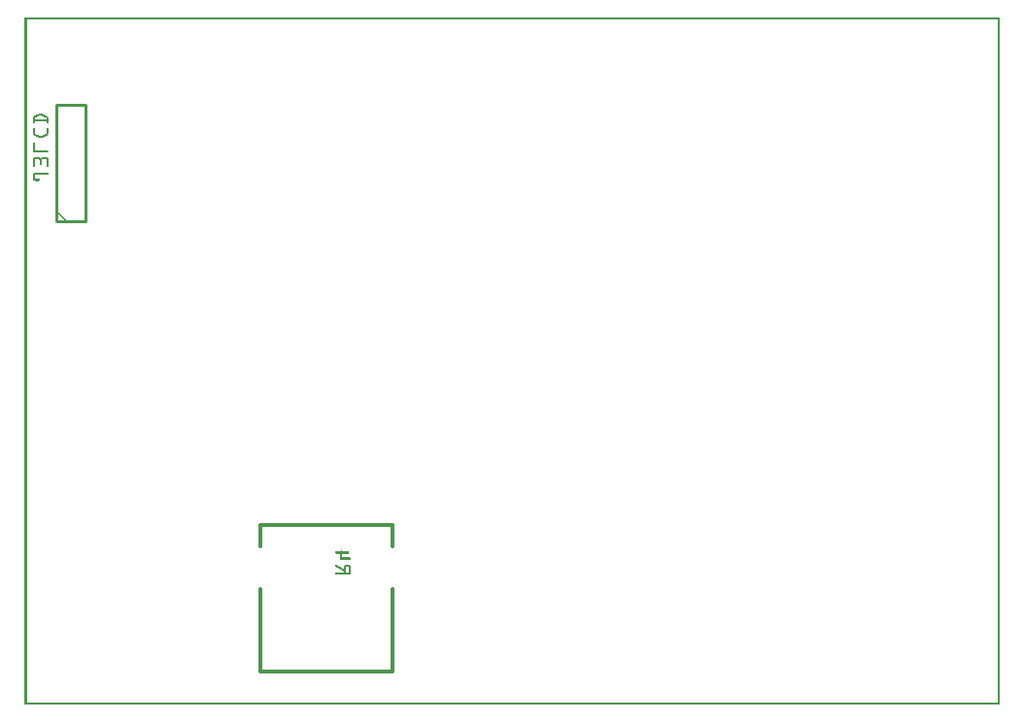
<source format=gbo>
G04 MADE WITH FRITZING*
G04 WWW.FRITZING.ORG*
G04 DOUBLE SIDED*
G04 HOLES PLATED*
G04 CONTOUR ON CENTER OF CONTOUR VECTOR*
%ASAXBY*%
%FSLAX23Y23*%
%MOIN*%
%OFA0B0*%
%SFA1.0B1.0*%
%ADD10C,0.010000*%
%ADD11C,0.012500*%
%ADD12R,0.001000X0.001000*%
%LNSILK0*%
G90*
G70*
G54D10*
X109Y1661D02*
X109Y2061D01*
D02*
X109Y2061D02*
X209Y2061D01*
D02*
X209Y2061D02*
X209Y1661D01*
D02*
X209Y1661D02*
X109Y1661D01*
G54D11*
X1262Y545D02*
X1262Y617D01*
X809Y617D01*
X809Y545D01*
D02*
X809Y397D02*
X809Y114D01*
X1262Y114D01*
X1262Y397D01*
D02*
G54D12*
X0Y2362D02*
X3345Y2362D01*
X0Y2361D02*
X3345Y2361D01*
X0Y2360D02*
X3345Y2360D01*
X0Y2359D02*
X3345Y2359D01*
X0Y2358D02*
X3345Y2358D01*
X0Y2357D02*
X3345Y2357D01*
X0Y2356D02*
X3345Y2356D01*
X0Y2355D02*
X3345Y2355D01*
X0Y2354D02*
X7Y2354D01*
X3338Y2354D02*
X3345Y2354D01*
X0Y2353D02*
X7Y2353D01*
X3338Y2353D02*
X3345Y2353D01*
X0Y2352D02*
X7Y2352D01*
X3338Y2352D02*
X3345Y2352D01*
X0Y2351D02*
X7Y2351D01*
X3338Y2351D02*
X3345Y2351D01*
X0Y2350D02*
X7Y2350D01*
X3338Y2350D02*
X3345Y2350D01*
X0Y2349D02*
X7Y2349D01*
X3338Y2349D02*
X3345Y2349D01*
X0Y2348D02*
X7Y2348D01*
X3338Y2348D02*
X3345Y2348D01*
X0Y2347D02*
X7Y2347D01*
X3338Y2347D02*
X3345Y2347D01*
X0Y2346D02*
X7Y2346D01*
X3338Y2346D02*
X3345Y2346D01*
X0Y2345D02*
X7Y2345D01*
X3338Y2345D02*
X3345Y2345D01*
X0Y2344D02*
X7Y2344D01*
X3338Y2344D02*
X3345Y2344D01*
X0Y2343D02*
X7Y2343D01*
X3338Y2343D02*
X3345Y2343D01*
X0Y2342D02*
X7Y2342D01*
X3338Y2342D02*
X3345Y2342D01*
X0Y2341D02*
X7Y2341D01*
X3338Y2341D02*
X3345Y2341D01*
X0Y2340D02*
X7Y2340D01*
X3338Y2340D02*
X3345Y2340D01*
X0Y2339D02*
X7Y2339D01*
X3338Y2339D02*
X3345Y2339D01*
X0Y2338D02*
X7Y2338D01*
X3338Y2338D02*
X3345Y2338D01*
X0Y2337D02*
X7Y2337D01*
X3338Y2337D02*
X3345Y2337D01*
X0Y2336D02*
X7Y2336D01*
X3338Y2336D02*
X3345Y2336D01*
X0Y2335D02*
X7Y2335D01*
X3338Y2335D02*
X3345Y2335D01*
X0Y2334D02*
X7Y2334D01*
X3338Y2334D02*
X3345Y2334D01*
X0Y2333D02*
X7Y2333D01*
X3338Y2333D02*
X3345Y2333D01*
X0Y2332D02*
X7Y2332D01*
X3338Y2332D02*
X3345Y2332D01*
X0Y2331D02*
X7Y2331D01*
X3338Y2331D02*
X3345Y2331D01*
X0Y2330D02*
X7Y2330D01*
X3338Y2330D02*
X3345Y2330D01*
X0Y2329D02*
X7Y2329D01*
X3338Y2329D02*
X3345Y2329D01*
X0Y2328D02*
X7Y2328D01*
X3338Y2328D02*
X3345Y2328D01*
X0Y2327D02*
X7Y2327D01*
X3338Y2327D02*
X3345Y2327D01*
X0Y2326D02*
X7Y2326D01*
X3338Y2326D02*
X3345Y2326D01*
X0Y2325D02*
X7Y2325D01*
X3338Y2325D02*
X3345Y2325D01*
X0Y2324D02*
X7Y2324D01*
X3338Y2324D02*
X3345Y2324D01*
X0Y2323D02*
X7Y2323D01*
X3338Y2323D02*
X3345Y2323D01*
X0Y2322D02*
X7Y2322D01*
X3338Y2322D02*
X3345Y2322D01*
X0Y2321D02*
X7Y2321D01*
X3338Y2321D02*
X3345Y2321D01*
X0Y2320D02*
X7Y2320D01*
X3338Y2320D02*
X3345Y2320D01*
X0Y2319D02*
X7Y2319D01*
X3338Y2319D02*
X3345Y2319D01*
X0Y2318D02*
X7Y2318D01*
X3338Y2318D02*
X3345Y2318D01*
X0Y2317D02*
X7Y2317D01*
X3338Y2317D02*
X3345Y2317D01*
X0Y2316D02*
X7Y2316D01*
X3338Y2316D02*
X3345Y2316D01*
X0Y2315D02*
X7Y2315D01*
X3338Y2315D02*
X3345Y2315D01*
X0Y2314D02*
X7Y2314D01*
X3338Y2314D02*
X3345Y2314D01*
X0Y2313D02*
X7Y2313D01*
X3338Y2313D02*
X3345Y2313D01*
X0Y2312D02*
X7Y2312D01*
X3338Y2312D02*
X3345Y2312D01*
X0Y2311D02*
X7Y2311D01*
X3338Y2311D02*
X3345Y2311D01*
X0Y2310D02*
X7Y2310D01*
X3338Y2310D02*
X3345Y2310D01*
X0Y2309D02*
X7Y2309D01*
X3338Y2309D02*
X3345Y2309D01*
X0Y2308D02*
X7Y2308D01*
X3338Y2308D02*
X3345Y2308D01*
X0Y2307D02*
X7Y2307D01*
X3338Y2307D02*
X3345Y2307D01*
X0Y2306D02*
X7Y2306D01*
X3338Y2306D02*
X3345Y2306D01*
X0Y2305D02*
X7Y2305D01*
X3338Y2305D02*
X3345Y2305D01*
X0Y2304D02*
X7Y2304D01*
X3338Y2304D02*
X3345Y2304D01*
X0Y2303D02*
X7Y2303D01*
X3338Y2303D02*
X3345Y2303D01*
X0Y2302D02*
X7Y2302D01*
X3338Y2302D02*
X3345Y2302D01*
X0Y2301D02*
X7Y2301D01*
X3338Y2301D02*
X3345Y2301D01*
X0Y2300D02*
X7Y2300D01*
X3338Y2300D02*
X3345Y2300D01*
X0Y2299D02*
X7Y2299D01*
X3338Y2299D02*
X3345Y2299D01*
X0Y2298D02*
X7Y2298D01*
X3338Y2298D02*
X3345Y2298D01*
X0Y2297D02*
X7Y2297D01*
X3338Y2297D02*
X3345Y2297D01*
X0Y2296D02*
X7Y2296D01*
X3338Y2296D02*
X3345Y2296D01*
X0Y2295D02*
X7Y2295D01*
X3338Y2295D02*
X3345Y2295D01*
X0Y2294D02*
X7Y2294D01*
X3338Y2294D02*
X3345Y2294D01*
X0Y2293D02*
X7Y2293D01*
X3338Y2293D02*
X3345Y2293D01*
X0Y2292D02*
X7Y2292D01*
X3338Y2292D02*
X3345Y2292D01*
X0Y2291D02*
X7Y2291D01*
X3338Y2291D02*
X3345Y2291D01*
X0Y2290D02*
X7Y2290D01*
X3338Y2290D02*
X3345Y2290D01*
X0Y2289D02*
X7Y2289D01*
X3338Y2289D02*
X3345Y2289D01*
X0Y2288D02*
X7Y2288D01*
X3338Y2288D02*
X3345Y2288D01*
X0Y2287D02*
X7Y2287D01*
X3338Y2287D02*
X3345Y2287D01*
X0Y2286D02*
X7Y2286D01*
X3338Y2286D02*
X3345Y2286D01*
X0Y2285D02*
X7Y2285D01*
X3338Y2285D02*
X3345Y2285D01*
X0Y2284D02*
X7Y2284D01*
X3338Y2284D02*
X3345Y2284D01*
X0Y2283D02*
X7Y2283D01*
X3338Y2283D02*
X3345Y2283D01*
X0Y2282D02*
X7Y2282D01*
X3338Y2282D02*
X3345Y2282D01*
X0Y2281D02*
X7Y2281D01*
X3338Y2281D02*
X3345Y2281D01*
X0Y2280D02*
X7Y2280D01*
X3338Y2280D02*
X3345Y2280D01*
X0Y2279D02*
X7Y2279D01*
X3338Y2279D02*
X3345Y2279D01*
X0Y2278D02*
X7Y2278D01*
X3338Y2278D02*
X3345Y2278D01*
X0Y2277D02*
X7Y2277D01*
X3338Y2277D02*
X3345Y2277D01*
X0Y2276D02*
X7Y2276D01*
X3338Y2276D02*
X3345Y2276D01*
X0Y2275D02*
X7Y2275D01*
X3338Y2275D02*
X3345Y2275D01*
X0Y2274D02*
X7Y2274D01*
X3338Y2274D02*
X3345Y2274D01*
X0Y2273D02*
X7Y2273D01*
X3338Y2273D02*
X3345Y2273D01*
X0Y2272D02*
X7Y2272D01*
X3338Y2272D02*
X3345Y2272D01*
X0Y2271D02*
X7Y2271D01*
X3338Y2271D02*
X3345Y2271D01*
X0Y2270D02*
X7Y2270D01*
X3338Y2270D02*
X3345Y2270D01*
X0Y2269D02*
X7Y2269D01*
X3338Y2269D02*
X3345Y2269D01*
X0Y2268D02*
X7Y2268D01*
X3338Y2268D02*
X3345Y2268D01*
X0Y2267D02*
X7Y2267D01*
X3338Y2267D02*
X3345Y2267D01*
X0Y2266D02*
X7Y2266D01*
X3338Y2266D02*
X3345Y2266D01*
X0Y2265D02*
X7Y2265D01*
X3338Y2265D02*
X3345Y2265D01*
X0Y2264D02*
X7Y2264D01*
X3338Y2264D02*
X3345Y2264D01*
X0Y2263D02*
X7Y2263D01*
X3338Y2263D02*
X3345Y2263D01*
X0Y2262D02*
X7Y2262D01*
X3338Y2262D02*
X3345Y2262D01*
X0Y2261D02*
X7Y2261D01*
X3338Y2261D02*
X3345Y2261D01*
X0Y2260D02*
X7Y2260D01*
X3338Y2260D02*
X3345Y2260D01*
X0Y2259D02*
X7Y2259D01*
X3338Y2259D02*
X3345Y2259D01*
X0Y2258D02*
X7Y2258D01*
X3338Y2258D02*
X3345Y2258D01*
X0Y2257D02*
X7Y2257D01*
X3338Y2257D02*
X3345Y2257D01*
X0Y2256D02*
X7Y2256D01*
X3338Y2256D02*
X3345Y2256D01*
X0Y2255D02*
X7Y2255D01*
X3338Y2255D02*
X3345Y2255D01*
X0Y2254D02*
X7Y2254D01*
X3338Y2254D02*
X3345Y2254D01*
X0Y2253D02*
X7Y2253D01*
X3338Y2253D02*
X3345Y2253D01*
X0Y2252D02*
X7Y2252D01*
X3338Y2252D02*
X3345Y2252D01*
X0Y2251D02*
X7Y2251D01*
X3338Y2251D02*
X3345Y2251D01*
X0Y2250D02*
X7Y2250D01*
X3338Y2250D02*
X3345Y2250D01*
X0Y2249D02*
X7Y2249D01*
X3338Y2249D02*
X3345Y2249D01*
X0Y2248D02*
X7Y2248D01*
X3338Y2248D02*
X3345Y2248D01*
X0Y2247D02*
X7Y2247D01*
X3338Y2247D02*
X3345Y2247D01*
X0Y2246D02*
X7Y2246D01*
X3338Y2246D02*
X3345Y2246D01*
X0Y2245D02*
X7Y2245D01*
X3338Y2245D02*
X3345Y2245D01*
X0Y2244D02*
X7Y2244D01*
X3338Y2244D02*
X3345Y2244D01*
X0Y2243D02*
X7Y2243D01*
X3338Y2243D02*
X3345Y2243D01*
X0Y2242D02*
X7Y2242D01*
X3338Y2242D02*
X3345Y2242D01*
X0Y2241D02*
X7Y2241D01*
X3338Y2241D02*
X3345Y2241D01*
X0Y2240D02*
X7Y2240D01*
X3338Y2240D02*
X3345Y2240D01*
X0Y2239D02*
X7Y2239D01*
X3338Y2239D02*
X3345Y2239D01*
X0Y2238D02*
X7Y2238D01*
X3338Y2238D02*
X3345Y2238D01*
X0Y2237D02*
X7Y2237D01*
X3338Y2237D02*
X3345Y2237D01*
X0Y2236D02*
X7Y2236D01*
X3338Y2236D02*
X3345Y2236D01*
X0Y2235D02*
X7Y2235D01*
X3338Y2235D02*
X3345Y2235D01*
X0Y2234D02*
X7Y2234D01*
X3338Y2234D02*
X3345Y2234D01*
X0Y2233D02*
X7Y2233D01*
X3338Y2233D02*
X3345Y2233D01*
X0Y2232D02*
X7Y2232D01*
X3338Y2232D02*
X3345Y2232D01*
X0Y2231D02*
X7Y2231D01*
X3338Y2231D02*
X3345Y2231D01*
X0Y2230D02*
X7Y2230D01*
X3338Y2230D02*
X3345Y2230D01*
X0Y2229D02*
X7Y2229D01*
X3338Y2229D02*
X3345Y2229D01*
X0Y2228D02*
X7Y2228D01*
X3338Y2228D02*
X3345Y2228D01*
X0Y2227D02*
X7Y2227D01*
X3338Y2227D02*
X3345Y2227D01*
X0Y2226D02*
X7Y2226D01*
X3338Y2226D02*
X3345Y2226D01*
X0Y2225D02*
X7Y2225D01*
X3338Y2225D02*
X3345Y2225D01*
X0Y2224D02*
X7Y2224D01*
X3338Y2224D02*
X3345Y2224D01*
X0Y2223D02*
X7Y2223D01*
X3338Y2223D02*
X3345Y2223D01*
X0Y2222D02*
X7Y2222D01*
X3338Y2222D02*
X3345Y2222D01*
X0Y2221D02*
X7Y2221D01*
X3338Y2221D02*
X3345Y2221D01*
X0Y2220D02*
X7Y2220D01*
X3338Y2220D02*
X3345Y2220D01*
X0Y2219D02*
X7Y2219D01*
X3338Y2219D02*
X3345Y2219D01*
X0Y2218D02*
X7Y2218D01*
X3338Y2218D02*
X3345Y2218D01*
X0Y2217D02*
X7Y2217D01*
X3338Y2217D02*
X3345Y2217D01*
X0Y2216D02*
X7Y2216D01*
X3338Y2216D02*
X3345Y2216D01*
X0Y2215D02*
X7Y2215D01*
X3338Y2215D02*
X3345Y2215D01*
X0Y2214D02*
X7Y2214D01*
X3338Y2214D02*
X3345Y2214D01*
X0Y2213D02*
X7Y2213D01*
X3338Y2213D02*
X3345Y2213D01*
X0Y2212D02*
X7Y2212D01*
X3338Y2212D02*
X3345Y2212D01*
X0Y2211D02*
X7Y2211D01*
X3338Y2211D02*
X3345Y2211D01*
X0Y2210D02*
X7Y2210D01*
X3338Y2210D02*
X3345Y2210D01*
X0Y2209D02*
X7Y2209D01*
X3338Y2209D02*
X3345Y2209D01*
X0Y2208D02*
X7Y2208D01*
X3338Y2208D02*
X3345Y2208D01*
X0Y2207D02*
X7Y2207D01*
X3338Y2207D02*
X3345Y2207D01*
X0Y2206D02*
X7Y2206D01*
X3338Y2206D02*
X3345Y2206D01*
X0Y2205D02*
X7Y2205D01*
X3338Y2205D02*
X3345Y2205D01*
X0Y2204D02*
X7Y2204D01*
X3338Y2204D02*
X3345Y2204D01*
X0Y2203D02*
X7Y2203D01*
X3338Y2203D02*
X3345Y2203D01*
X0Y2202D02*
X7Y2202D01*
X3338Y2202D02*
X3345Y2202D01*
X0Y2201D02*
X7Y2201D01*
X3338Y2201D02*
X3345Y2201D01*
X0Y2200D02*
X7Y2200D01*
X3338Y2200D02*
X3345Y2200D01*
X0Y2199D02*
X7Y2199D01*
X3338Y2199D02*
X3345Y2199D01*
X0Y2198D02*
X7Y2198D01*
X3338Y2198D02*
X3345Y2198D01*
X0Y2197D02*
X7Y2197D01*
X3338Y2197D02*
X3345Y2197D01*
X0Y2196D02*
X7Y2196D01*
X3338Y2196D02*
X3345Y2196D01*
X0Y2195D02*
X7Y2195D01*
X3338Y2195D02*
X3345Y2195D01*
X0Y2194D02*
X7Y2194D01*
X3338Y2194D02*
X3345Y2194D01*
X0Y2193D02*
X7Y2193D01*
X3338Y2193D02*
X3345Y2193D01*
X0Y2192D02*
X7Y2192D01*
X3338Y2192D02*
X3345Y2192D01*
X0Y2191D02*
X7Y2191D01*
X3338Y2191D02*
X3345Y2191D01*
X0Y2190D02*
X7Y2190D01*
X3338Y2190D02*
X3345Y2190D01*
X0Y2189D02*
X7Y2189D01*
X3338Y2189D02*
X3345Y2189D01*
X0Y2188D02*
X7Y2188D01*
X3338Y2188D02*
X3345Y2188D01*
X0Y2187D02*
X7Y2187D01*
X3338Y2187D02*
X3345Y2187D01*
X0Y2186D02*
X7Y2186D01*
X3338Y2186D02*
X3345Y2186D01*
X0Y2185D02*
X7Y2185D01*
X3338Y2185D02*
X3345Y2185D01*
X0Y2184D02*
X7Y2184D01*
X3338Y2184D02*
X3345Y2184D01*
X0Y2183D02*
X7Y2183D01*
X3338Y2183D02*
X3345Y2183D01*
X0Y2182D02*
X7Y2182D01*
X3338Y2182D02*
X3345Y2182D01*
X0Y2181D02*
X7Y2181D01*
X3338Y2181D02*
X3345Y2181D01*
X0Y2180D02*
X7Y2180D01*
X3338Y2180D02*
X3345Y2180D01*
X0Y2179D02*
X7Y2179D01*
X3338Y2179D02*
X3345Y2179D01*
X0Y2178D02*
X7Y2178D01*
X3338Y2178D02*
X3345Y2178D01*
X0Y2177D02*
X7Y2177D01*
X3338Y2177D02*
X3345Y2177D01*
X0Y2176D02*
X7Y2176D01*
X3338Y2176D02*
X3345Y2176D01*
X0Y2175D02*
X7Y2175D01*
X3338Y2175D02*
X3345Y2175D01*
X0Y2174D02*
X7Y2174D01*
X3338Y2174D02*
X3345Y2174D01*
X0Y2173D02*
X7Y2173D01*
X3338Y2173D02*
X3345Y2173D01*
X0Y2172D02*
X7Y2172D01*
X3338Y2172D02*
X3345Y2172D01*
X0Y2171D02*
X7Y2171D01*
X3338Y2171D02*
X3345Y2171D01*
X0Y2170D02*
X7Y2170D01*
X3338Y2170D02*
X3345Y2170D01*
X0Y2169D02*
X7Y2169D01*
X3338Y2169D02*
X3345Y2169D01*
X0Y2168D02*
X7Y2168D01*
X3338Y2168D02*
X3345Y2168D01*
X0Y2167D02*
X7Y2167D01*
X3338Y2167D02*
X3345Y2167D01*
X0Y2166D02*
X7Y2166D01*
X3338Y2166D02*
X3345Y2166D01*
X0Y2165D02*
X7Y2165D01*
X3338Y2165D02*
X3345Y2165D01*
X0Y2164D02*
X7Y2164D01*
X3338Y2164D02*
X3345Y2164D01*
X0Y2163D02*
X7Y2163D01*
X3338Y2163D02*
X3345Y2163D01*
X0Y2162D02*
X7Y2162D01*
X3338Y2162D02*
X3345Y2162D01*
X0Y2161D02*
X7Y2161D01*
X3338Y2161D02*
X3345Y2161D01*
X0Y2160D02*
X7Y2160D01*
X3338Y2160D02*
X3345Y2160D01*
X0Y2159D02*
X7Y2159D01*
X3338Y2159D02*
X3345Y2159D01*
X0Y2158D02*
X7Y2158D01*
X3338Y2158D02*
X3345Y2158D01*
X0Y2157D02*
X7Y2157D01*
X3338Y2157D02*
X3345Y2157D01*
X0Y2156D02*
X7Y2156D01*
X3338Y2156D02*
X3345Y2156D01*
X0Y2155D02*
X7Y2155D01*
X3338Y2155D02*
X3345Y2155D01*
X0Y2154D02*
X7Y2154D01*
X3338Y2154D02*
X3345Y2154D01*
X0Y2153D02*
X7Y2153D01*
X3338Y2153D02*
X3345Y2153D01*
X0Y2152D02*
X7Y2152D01*
X3338Y2152D02*
X3345Y2152D01*
X0Y2151D02*
X7Y2151D01*
X3338Y2151D02*
X3345Y2151D01*
X0Y2150D02*
X7Y2150D01*
X3338Y2150D02*
X3345Y2150D01*
X0Y2149D02*
X7Y2149D01*
X3338Y2149D02*
X3345Y2149D01*
X0Y2148D02*
X7Y2148D01*
X3338Y2148D02*
X3345Y2148D01*
X0Y2147D02*
X7Y2147D01*
X3338Y2147D02*
X3345Y2147D01*
X0Y2146D02*
X7Y2146D01*
X3338Y2146D02*
X3345Y2146D01*
X0Y2145D02*
X7Y2145D01*
X3338Y2145D02*
X3345Y2145D01*
X0Y2144D02*
X7Y2144D01*
X3338Y2144D02*
X3345Y2144D01*
X0Y2143D02*
X7Y2143D01*
X3338Y2143D02*
X3345Y2143D01*
X0Y2142D02*
X7Y2142D01*
X3338Y2142D02*
X3345Y2142D01*
X0Y2141D02*
X7Y2141D01*
X3338Y2141D02*
X3345Y2141D01*
X0Y2140D02*
X7Y2140D01*
X3338Y2140D02*
X3345Y2140D01*
X0Y2139D02*
X7Y2139D01*
X3338Y2139D02*
X3345Y2139D01*
X0Y2138D02*
X7Y2138D01*
X3338Y2138D02*
X3345Y2138D01*
X0Y2137D02*
X7Y2137D01*
X3338Y2137D02*
X3345Y2137D01*
X0Y2136D02*
X7Y2136D01*
X3338Y2136D02*
X3345Y2136D01*
X0Y2135D02*
X7Y2135D01*
X3338Y2135D02*
X3345Y2135D01*
X0Y2134D02*
X7Y2134D01*
X3338Y2134D02*
X3345Y2134D01*
X0Y2133D02*
X7Y2133D01*
X3338Y2133D02*
X3345Y2133D01*
X0Y2132D02*
X7Y2132D01*
X3338Y2132D02*
X3345Y2132D01*
X0Y2131D02*
X7Y2131D01*
X3338Y2131D02*
X3345Y2131D01*
X0Y2130D02*
X7Y2130D01*
X3338Y2130D02*
X3345Y2130D01*
X0Y2129D02*
X7Y2129D01*
X3338Y2129D02*
X3345Y2129D01*
X0Y2128D02*
X7Y2128D01*
X3338Y2128D02*
X3345Y2128D01*
X0Y2127D02*
X7Y2127D01*
X3338Y2127D02*
X3345Y2127D01*
X0Y2126D02*
X7Y2126D01*
X3338Y2126D02*
X3345Y2126D01*
X0Y2125D02*
X7Y2125D01*
X3338Y2125D02*
X3345Y2125D01*
X0Y2124D02*
X7Y2124D01*
X3338Y2124D02*
X3345Y2124D01*
X0Y2123D02*
X7Y2123D01*
X3338Y2123D02*
X3345Y2123D01*
X0Y2122D02*
X7Y2122D01*
X3338Y2122D02*
X3345Y2122D01*
X0Y2121D02*
X7Y2121D01*
X3338Y2121D02*
X3345Y2121D01*
X0Y2120D02*
X7Y2120D01*
X3338Y2120D02*
X3345Y2120D01*
X0Y2119D02*
X7Y2119D01*
X3338Y2119D02*
X3345Y2119D01*
X0Y2118D02*
X7Y2118D01*
X3338Y2118D02*
X3345Y2118D01*
X0Y2117D02*
X7Y2117D01*
X3338Y2117D02*
X3345Y2117D01*
X0Y2116D02*
X7Y2116D01*
X3338Y2116D02*
X3345Y2116D01*
X0Y2115D02*
X7Y2115D01*
X3338Y2115D02*
X3345Y2115D01*
X0Y2114D02*
X7Y2114D01*
X3338Y2114D02*
X3345Y2114D01*
X0Y2113D02*
X7Y2113D01*
X3338Y2113D02*
X3345Y2113D01*
X0Y2112D02*
X7Y2112D01*
X3338Y2112D02*
X3345Y2112D01*
X0Y2111D02*
X7Y2111D01*
X3338Y2111D02*
X3345Y2111D01*
X0Y2110D02*
X7Y2110D01*
X3338Y2110D02*
X3345Y2110D01*
X0Y2109D02*
X7Y2109D01*
X3338Y2109D02*
X3345Y2109D01*
X0Y2108D02*
X7Y2108D01*
X3338Y2108D02*
X3345Y2108D01*
X0Y2107D02*
X7Y2107D01*
X3338Y2107D02*
X3345Y2107D01*
X0Y2106D02*
X7Y2106D01*
X3338Y2106D02*
X3345Y2106D01*
X0Y2105D02*
X7Y2105D01*
X3338Y2105D02*
X3345Y2105D01*
X0Y2104D02*
X7Y2104D01*
X3338Y2104D02*
X3345Y2104D01*
X0Y2103D02*
X7Y2103D01*
X3338Y2103D02*
X3345Y2103D01*
X0Y2102D02*
X7Y2102D01*
X3338Y2102D02*
X3345Y2102D01*
X0Y2101D02*
X7Y2101D01*
X3338Y2101D02*
X3345Y2101D01*
X0Y2100D02*
X7Y2100D01*
X3338Y2100D02*
X3345Y2100D01*
X0Y2099D02*
X7Y2099D01*
X3338Y2099D02*
X3345Y2099D01*
X0Y2098D02*
X7Y2098D01*
X3338Y2098D02*
X3345Y2098D01*
X0Y2097D02*
X7Y2097D01*
X3338Y2097D02*
X3345Y2097D01*
X0Y2096D02*
X7Y2096D01*
X3338Y2096D02*
X3345Y2096D01*
X0Y2095D02*
X7Y2095D01*
X3338Y2095D02*
X3345Y2095D01*
X0Y2094D02*
X7Y2094D01*
X3338Y2094D02*
X3345Y2094D01*
X0Y2093D02*
X7Y2093D01*
X3338Y2093D02*
X3345Y2093D01*
X0Y2092D02*
X7Y2092D01*
X3338Y2092D02*
X3345Y2092D01*
X0Y2091D02*
X7Y2091D01*
X3338Y2091D02*
X3345Y2091D01*
X0Y2090D02*
X7Y2090D01*
X3338Y2090D02*
X3345Y2090D01*
X0Y2089D02*
X7Y2089D01*
X3338Y2089D02*
X3345Y2089D01*
X0Y2088D02*
X7Y2088D01*
X3338Y2088D02*
X3345Y2088D01*
X0Y2087D02*
X7Y2087D01*
X3338Y2087D02*
X3345Y2087D01*
X0Y2086D02*
X7Y2086D01*
X3338Y2086D02*
X3345Y2086D01*
X0Y2085D02*
X7Y2085D01*
X3338Y2085D02*
X3345Y2085D01*
X0Y2084D02*
X7Y2084D01*
X3338Y2084D02*
X3345Y2084D01*
X0Y2083D02*
X7Y2083D01*
X3338Y2083D02*
X3345Y2083D01*
X0Y2082D02*
X7Y2082D01*
X3338Y2082D02*
X3345Y2082D01*
X0Y2081D02*
X7Y2081D01*
X3338Y2081D02*
X3345Y2081D01*
X0Y2080D02*
X7Y2080D01*
X3338Y2080D02*
X3345Y2080D01*
X0Y2079D02*
X7Y2079D01*
X3338Y2079D02*
X3345Y2079D01*
X0Y2078D02*
X7Y2078D01*
X3338Y2078D02*
X3345Y2078D01*
X0Y2077D02*
X7Y2077D01*
X3338Y2077D02*
X3345Y2077D01*
X0Y2076D02*
X7Y2076D01*
X3338Y2076D02*
X3345Y2076D01*
X0Y2075D02*
X7Y2075D01*
X3338Y2075D02*
X3345Y2075D01*
X0Y2074D02*
X7Y2074D01*
X3338Y2074D02*
X3345Y2074D01*
X0Y2073D02*
X7Y2073D01*
X3338Y2073D02*
X3345Y2073D01*
X0Y2072D02*
X7Y2072D01*
X3338Y2072D02*
X3345Y2072D01*
X0Y2071D02*
X7Y2071D01*
X3338Y2071D02*
X3345Y2071D01*
X0Y2070D02*
X7Y2070D01*
X3338Y2070D02*
X3345Y2070D01*
X0Y2069D02*
X7Y2069D01*
X3338Y2069D02*
X3345Y2069D01*
X0Y2068D02*
X7Y2068D01*
X3338Y2068D02*
X3345Y2068D01*
X0Y2067D02*
X7Y2067D01*
X3338Y2067D02*
X3345Y2067D01*
X0Y2066D02*
X7Y2066D01*
X3338Y2066D02*
X3345Y2066D01*
X0Y2065D02*
X7Y2065D01*
X3338Y2065D02*
X3345Y2065D01*
X0Y2064D02*
X7Y2064D01*
X3338Y2064D02*
X3345Y2064D01*
X0Y2063D02*
X7Y2063D01*
X3338Y2063D02*
X3345Y2063D01*
X0Y2062D02*
X7Y2062D01*
X3338Y2062D02*
X3345Y2062D01*
X0Y2061D02*
X7Y2061D01*
X3338Y2061D02*
X3345Y2061D01*
X0Y2060D02*
X7Y2060D01*
X3338Y2060D02*
X3345Y2060D01*
X0Y2059D02*
X7Y2059D01*
X3338Y2059D02*
X3345Y2059D01*
X0Y2058D02*
X7Y2058D01*
X3338Y2058D02*
X3345Y2058D01*
X0Y2057D02*
X7Y2057D01*
X3338Y2057D02*
X3345Y2057D01*
X0Y2056D02*
X7Y2056D01*
X3338Y2056D02*
X3345Y2056D01*
X0Y2055D02*
X7Y2055D01*
X3338Y2055D02*
X3345Y2055D01*
X0Y2054D02*
X7Y2054D01*
X3338Y2054D02*
X3345Y2054D01*
X0Y2053D02*
X7Y2053D01*
X3338Y2053D02*
X3345Y2053D01*
X0Y2052D02*
X7Y2052D01*
X3338Y2052D02*
X3345Y2052D01*
X0Y2051D02*
X7Y2051D01*
X3338Y2051D02*
X3345Y2051D01*
X0Y2050D02*
X7Y2050D01*
X3338Y2050D02*
X3345Y2050D01*
X0Y2049D02*
X7Y2049D01*
X3338Y2049D02*
X3345Y2049D01*
X0Y2048D02*
X7Y2048D01*
X3338Y2048D02*
X3345Y2048D01*
X0Y2047D02*
X7Y2047D01*
X3338Y2047D02*
X3345Y2047D01*
X0Y2046D02*
X7Y2046D01*
X3338Y2046D02*
X3345Y2046D01*
X0Y2045D02*
X7Y2045D01*
X3338Y2045D02*
X3345Y2045D01*
X0Y2044D02*
X7Y2044D01*
X3338Y2044D02*
X3345Y2044D01*
X0Y2043D02*
X7Y2043D01*
X3338Y2043D02*
X3345Y2043D01*
X0Y2042D02*
X7Y2042D01*
X3338Y2042D02*
X3345Y2042D01*
X0Y2041D02*
X7Y2041D01*
X3338Y2041D02*
X3345Y2041D01*
X0Y2040D02*
X7Y2040D01*
X3338Y2040D02*
X3345Y2040D01*
X0Y2039D02*
X7Y2039D01*
X3338Y2039D02*
X3345Y2039D01*
X0Y2038D02*
X7Y2038D01*
X3338Y2038D02*
X3345Y2038D01*
X0Y2037D02*
X7Y2037D01*
X3338Y2037D02*
X3345Y2037D01*
X0Y2036D02*
X7Y2036D01*
X3338Y2036D02*
X3345Y2036D01*
X0Y2035D02*
X7Y2035D01*
X3338Y2035D02*
X3345Y2035D01*
X0Y2034D02*
X7Y2034D01*
X3338Y2034D02*
X3345Y2034D01*
X0Y2033D02*
X7Y2033D01*
X3338Y2033D02*
X3345Y2033D01*
X0Y2032D02*
X7Y2032D01*
X3338Y2032D02*
X3345Y2032D01*
X0Y2031D02*
X7Y2031D01*
X51Y2031D02*
X59Y2031D01*
X3338Y2031D02*
X3345Y2031D01*
X0Y2030D02*
X7Y2030D01*
X49Y2030D02*
X62Y2030D01*
X3338Y2030D02*
X3345Y2030D01*
X0Y2029D02*
X7Y2029D01*
X46Y2029D02*
X64Y2029D01*
X3338Y2029D02*
X3345Y2029D01*
X0Y2028D02*
X7Y2028D01*
X44Y2028D02*
X66Y2028D01*
X3338Y2028D02*
X3345Y2028D01*
X0Y2027D02*
X7Y2027D01*
X42Y2027D02*
X68Y2027D01*
X3338Y2027D02*
X3345Y2027D01*
X0Y2026D02*
X7Y2026D01*
X40Y2026D02*
X70Y2026D01*
X3338Y2026D02*
X3345Y2026D01*
X0Y2025D02*
X7Y2025D01*
X38Y2025D02*
X72Y2025D01*
X3338Y2025D02*
X3345Y2025D01*
X0Y2024D02*
X7Y2024D01*
X36Y2024D02*
X51Y2024D01*
X59Y2024D02*
X74Y2024D01*
X3338Y2024D02*
X3345Y2024D01*
X0Y2023D02*
X7Y2023D01*
X34Y2023D02*
X49Y2023D01*
X61Y2023D02*
X76Y2023D01*
X3338Y2023D02*
X3345Y2023D01*
X0Y2022D02*
X7Y2022D01*
X33Y2022D02*
X47Y2022D01*
X63Y2022D02*
X77Y2022D01*
X3338Y2022D02*
X3345Y2022D01*
X0Y2021D02*
X7Y2021D01*
X32Y2021D02*
X45Y2021D01*
X65Y2021D02*
X78Y2021D01*
X3338Y2021D02*
X3345Y2021D01*
X0Y2020D02*
X7Y2020D01*
X31Y2020D02*
X43Y2020D01*
X67Y2020D02*
X79Y2020D01*
X3338Y2020D02*
X3345Y2020D01*
X0Y2019D02*
X7Y2019D01*
X30Y2019D02*
X41Y2019D01*
X69Y2019D02*
X80Y2019D01*
X3338Y2019D02*
X3345Y2019D01*
X0Y2018D02*
X7Y2018D01*
X30Y2018D02*
X39Y2018D01*
X71Y2018D02*
X81Y2018D01*
X3338Y2018D02*
X3345Y2018D01*
X0Y2017D02*
X7Y2017D01*
X29Y2017D02*
X37Y2017D01*
X73Y2017D02*
X81Y2017D01*
X3338Y2017D02*
X3345Y2017D01*
X0Y2016D02*
X7Y2016D01*
X29Y2016D02*
X36Y2016D01*
X75Y2016D02*
X81Y2016D01*
X3338Y2016D02*
X3345Y2016D01*
X0Y2015D02*
X7Y2015D01*
X29Y2015D02*
X35Y2015D01*
X75Y2015D02*
X82Y2015D01*
X3338Y2015D02*
X3345Y2015D01*
X0Y2014D02*
X7Y2014D01*
X29Y2014D02*
X35Y2014D01*
X76Y2014D02*
X82Y2014D01*
X3338Y2014D02*
X3345Y2014D01*
X0Y2013D02*
X7Y2013D01*
X28Y2013D02*
X35Y2013D01*
X76Y2013D02*
X82Y2013D01*
X3338Y2013D02*
X3345Y2013D01*
X0Y2012D02*
X7Y2012D01*
X28Y2012D02*
X35Y2012D01*
X76Y2012D02*
X82Y2012D01*
X3338Y2012D02*
X3345Y2012D01*
X0Y2011D02*
X7Y2011D01*
X28Y2011D02*
X82Y2011D01*
X3338Y2011D02*
X3345Y2011D01*
X0Y2010D02*
X7Y2010D01*
X28Y2010D02*
X82Y2010D01*
X3338Y2010D02*
X3345Y2010D01*
X0Y2009D02*
X7Y2009D01*
X28Y2009D02*
X82Y2009D01*
X3338Y2009D02*
X3345Y2009D01*
X0Y2008D02*
X7Y2008D01*
X28Y2008D02*
X82Y2008D01*
X3338Y2008D02*
X3345Y2008D01*
X0Y2007D02*
X7Y2007D01*
X28Y2007D02*
X82Y2007D01*
X3338Y2007D02*
X3345Y2007D01*
X0Y2006D02*
X7Y2006D01*
X28Y2006D02*
X82Y2006D01*
X3338Y2006D02*
X3345Y2006D01*
X0Y2005D02*
X7Y2005D01*
X28Y2005D02*
X82Y2005D01*
X3338Y2005D02*
X3345Y2005D01*
X0Y2004D02*
X7Y2004D01*
X28Y2004D02*
X82Y2004D01*
X3338Y2004D02*
X3345Y2004D01*
X0Y2003D02*
X7Y2003D01*
X28Y2003D02*
X35Y2003D01*
X76Y2003D02*
X82Y2003D01*
X3338Y2003D02*
X3345Y2003D01*
X0Y2002D02*
X7Y2002D01*
X28Y2002D02*
X35Y2002D01*
X76Y2002D02*
X82Y2002D01*
X3338Y2002D02*
X3345Y2002D01*
X0Y2001D02*
X7Y2001D01*
X29Y2001D02*
X35Y2001D01*
X76Y2001D02*
X82Y2001D01*
X3338Y2001D02*
X3345Y2001D01*
X0Y2000D02*
X7Y2000D01*
X29Y2000D02*
X34Y2000D01*
X76Y2000D02*
X82Y2000D01*
X3338Y2000D02*
X3345Y2000D01*
X0Y1999D02*
X7Y1999D01*
X29Y1999D02*
X34Y1999D01*
X76Y1999D02*
X81Y1999D01*
X3338Y1999D02*
X3345Y1999D01*
X0Y1998D02*
X7Y1998D01*
X30Y1998D02*
X33Y1998D01*
X77Y1998D02*
X80Y1998D01*
X3338Y1998D02*
X3345Y1998D01*
X0Y1997D02*
X7Y1997D01*
X3338Y1997D02*
X3345Y1997D01*
X0Y1996D02*
X7Y1996D01*
X3338Y1996D02*
X3345Y1996D01*
X0Y1995D02*
X7Y1995D01*
X3338Y1995D02*
X3345Y1995D01*
X0Y1994D02*
X7Y1994D01*
X3338Y1994D02*
X3345Y1994D01*
X0Y1993D02*
X7Y1993D01*
X3338Y1993D02*
X3345Y1993D01*
X0Y1992D02*
X7Y1992D01*
X3338Y1992D02*
X3345Y1992D01*
X0Y1991D02*
X7Y1991D01*
X3338Y1991D02*
X3345Y1991D01*
X0Y1990D02*
X7Y1990D01*
X3338Y1990D02*
X3345Y1990D01*
X0Y1989D02*
X7Y1989D01*
X3338Y1989D02*
X3345Y1989D01*
X0Y1988D02*
X7Y1988D01*
X3338Y1988D02*
X3345Y1988D01*
X0Y1987D02*
X7Y1987D01*
X3338Y1987D02*
X3345Y1987D01*
X0Y1986D02*
X7Y1986D01*
X3338Y1986D02*
X3345Y1986D01*
X0Y1985D02*
X7Y1985D01*
X3338Y1985D02*
X3345Y1985D01*
X0Y1984D02*
X7Y1984D01*
X3338Y1984D02*
X3345Y1984D01*
X0Y1983D02*
X7Y1983D01*
X3338Y1983D02*
X3345Y1983D01*
X0Y1982D02*
X7Y1982D01*
X3338Y1982D02*
X3345Y1982D01*
X0Y1981D02*
X7Y1981D01*
X30Y1981D02*
X33Y1981D01*
X77Y1981D02*
X80Y1981D01*
X3338Y1981D02*
X3345Y1981D01*
X0Y1980D02*
X7Y1980D01*
X29Y1980D02*
X34Y1980D01*
X76Y1980D02*
X81Y1980D01*
X3338Y1980D02*
X3345Y1980D01*
X0Y1979D02*
X7Y1979D01*
X29Y1979D02*
X34Y1979D01*
X76Y1979D02*
X81Y1979D01*
X3338Y1979D02*
X3345Y1979D01*
X0Y1978D02*
X7Y1978D01*
X29Y1978D02*
X34Y1978D01*
X76Y1978D02*
X82Y1978D01*
X3338Y1978D02*
X3345Y1978D01*
X0Y1977D02*
X7Y1977D01*
X28Y1977D02*
X35Y1977D01*
X76Y1977D02*
X82Y1977D01*
X3338Y1977D02*
X3345Y1977D01*
X0Y1976D02*
X7Y1976D01*
X28Y1976D02*
X35Y1976D01*
X76Y1976D02*
X82Y1976D01*
X3338Y1976D02*
X3345Y1976D01*
X0Y1975D02*
X7Y1975D01*
X28Y1975D02*
X35Y1975D01*
X76Y1975D02*
X82Y1975D01*
X3338Y1975D02*
X3345Y1975D01*
X0Y1974D02*
X7Y1974D01*
X28Y1974D02*
X35Y1974D01*
X76Y1974D02*
X82Y1974D01*
X3338Y1974D02*
X3345Y1974D01*
X0Y1973D02*
X7Y1973D01*
X28Y1973D02*
X35Y1973D01*
X76Y1973D02*
X82Y1973D01*
X3338Y1973D02*
X3345Y1973D01*
X0Y1972D02*
X7Y1972D01*
X28Y1972D02*
X35Y1972D01*
X76Y1972D02*
X82Y1972D01*
X3338Y1972D02*
X3345Y1972D01*
X0Y1971D02*
X7Y1971D01*
X28Y1971D02*
X35Y1971D01*
X76Y1971D02*
X82Y1971D01*
X3338Y1971D02*
X3345Y1971D01*
X0Y1970D02*
X7Y1970D01*
X28Y1970D02*
X35Y1970D01*
X76Y1970D02*
X82Y1970D01*
X3338Y1970D02*
X3345Y1970D01*
X0Y1969D02*
X7Y1969D01*
X28Y1969D02*
X35Y1969D01*
X76Y1969D02*
X82Y1969D01*
X3338Y1969D02*
X3345Y1969D01*
X0Y1968D02*
X7Y1968D01*
X28Y1968D02*
X35Y1968D01*
X76Y1968D02*
X82Y1968D01*
X3338Y1968D02*
X3345Y1968D01*
X0Y1967D02*
X7Y1967D01*
X28Y1967D02*
X35Y1967D01*
X76Y1967D02*
X82Y1967D01*
X3338Y1967D02*
X3345Y1967D01*
X0Y1966D02*
X7Y1966D01*
X28Y1966D02*
X35Y1966D01*
X76Y1966D02*
X82Y1966D01*
X3338Y1966D02*
X3345Y1966D01*
X0Y1965D02*
X7Y1965D01*
X29Y1965D02*
X35Y1965D01*
X76Y1965D02*
X82Y1965D01*
X3338Y1965D02*
X3345Y1965D01*
X0Y1964D02*
X7Y1964D01*
X29Y1964D02*
X35Y1964D01*
X75Y1964D02*
X82Y1964D01*
X3338Y1964D02*
X3345Y1964D01*
X0Y1963D02*
X7Y1963D01*
X29Y1963D02*
X35Y1963D01*
X75Y1963D02*
X81Y1963D01*
X3338Y1963D02*
X3345Y1963D01*
X0Y1962D02*
X7Y1962D01*
X29Y1962D02*
X36Y1962D01*
X74Y1962D02*
X81Y1962D01*
X3338Y1962D02*
X3345Y1962D01*
X0Y1961D02*
X7Y1961D01*
X29Y1961D02*
X38Y1961D01*
X72Y1961D02*
X81Y1961D01*
X3338Y1961D02*
X3345Y1961D01*
X0Y1960D02*
X7Y1960D01*
X30Y1960D02*
X40Y1960D01*
X70Y1960D02*
X80Y1960D01*
X3338Y1960D02*
X3345Y1960D01*
X0Y1959D02*
X7Y1959D01*
X31Y1959D02*
X42Y1959D01*
X68Y1959D02*
X80Y1959D01*
X3338Y1959D02*
X3345Y1959D01*
X0Y1958D02*
X7Y1958D01*
X31Y1958D02*
X44Y1958D01*
X66Y1958D02*
X79Y1958D01*
X3338Y1958D02*
X3345Y1958D01*
X0Y1957D02*
X7Y1957D01*
X32Y1957D02*
X46Y1957D01*
X64Y1957D02*
X78Y1957D01*
X3338Y1957D02*
X3345Y1957D01*
X0Y1956D02*
X7Y1956D01*
X34Y1956D02*
X48Y1956D01*
X62Y1956D02*
X77Y1956D01*
X3338Y1956D02*
X3345Y1956D01*
X0Y1955D02*
X7Y1955D01*
X36Y1955D02*
X50Y1955D01*
X60Y1955D02*
X75Y1955D01*
X3338Y1955D02*
X3345Y1955D01*
X0Y1954D02*
X7Y1954D01*
X38Y1954D02*
X54Y1954D01*
X56Y1954D02*
X73Y1954D01*
X3338Y1954D02*
X3345Y1954D01*
X0Y1953D02*
X7Y1953D01*
X40Y1953D02*
X71Y1953D01*
X3338Y1953D02*
X3345Y1953D01*
X0Y1952D02*
X7Y1952D01*
X42Y1952D02*
X69Y1952D01*
X3338Y1952D02*
X3345Y1952D01*
X0Y1951D02*
X7Y1951D01*
X44Y1951D02*
X67Y1951D01*
X3338Y1951D02*
X3345Y1951D01*
X0Y1950D02*
X7Y1950D01*
X46Y1950D02*
X65Y1950D01*
X3338Y1950D02*
X3345Y1950D01*
X0Y1949D02*
X7Y1949D01*
X48Y1949D02*
X63Y1949D01*
X3338Y1949D02*
X3345Y1949D01*
X0Y1948D02*
X7Y1948D01*
X50Y1948D02*
X60Y1948D01*
X3338Y1948D02*
X3345Y1948D01*
X0Y1947D02*
X7Y1947D01*
X54Y1947D02*
X56Y1947D01*
X3338Y1947D02*
X3345Y1947D01*
X0Y1946D02*
X7Y1946D01*
X3338Y1946D02*
X3345Y1946D01*
X0Y1945D02*
X7Y1945D01*
X3338Y1945D02*
X3345Y1945D01*
X0Y1944D02*
X7Y1944D01*
X3338Y1944D02*
X3345Y1944D01*
X0Y1943D02*
X7Y1943D01*
X3338Y1943D02*
X3345Y1943D01*
X0Y1942D02*
X7Y1942D01*
X3338Y1942D02*
X3345Y1942D01*
X0Y1941D02*
X7Y1941D01*
X3338Y1941D02*
X3345Y1941D01*
X0Y1940D02*
X7Y1940D01*
X3338Y1940D02*
X3345Y1940D01*
X0Y1939D02*
X7Y1939D01*
X3338Y1939D02*
X3345Y1939D01*
X0Y1938D02*
X7Y1938D01*
X3338Y1938D02*
X3345Y1938D01*
X0Y1937D02*
X7Y1937D01*
X3338Y1937D02*
X3345Y1937D01*
X0Y1936D02*
X7Y1936D01*
X3338Y1936D02*
X3345Y1936D01*
X0Y1935D02*
X7Y1935D01*
X3338Y1935D02*
X3345Y1935D01*
X0Y1934D02*
X7Y1934D01*
X3338Y1934D02*
X3345Y1934D01*
X0Y1933D02*
X7Y1933D01*
X3338Y1933D02*
X3345Y1933D01*
X0Y1932D02*
X7Y1932D01*
X3338Y1932D02*
X3345Y1932D01*
X0Y1931D02*
X7Y1931D01*
X31Y1931D02*
X32Y1931D01*
X3338Y1931D02*
X3345Y1931D01*
X0Y1930D02*
X7Y1930D01*
X29Y1930D02*
X34Y1930D01*
X3338Y1930D02*
X3345Y1930D01*
X0Y1929D02*
X7Y1929D01*
X29Y1929D02*
X34Y1929D01*
X3338Y1929D02*
X3345Y1929D01*
X0Y1928D02*
X7Y1928D01*
X29Y1928D02*
X34Y1928D01*
X3338Y1928D02*
X3345Y1928D01*
X0Y1927D02*
X7Y1927D01*
X28Y1927D02*
X35Y1927D01*
X3338Y1927D02*
X3345Y1927D01*
X0Y1926D02*
X7Y1926D01*
X28Y1926D02*
X35Y1926D01*
X3338Y1926D02*
X3345Y1926D01*
X0Y1925D02*
X7Y1925D01*
X28Y1925D02*
X35Y1925D01*
X3338Y1925D02*
X3345Y1925D01*
X0Y1924D02*
X7Y1924D01*
X28Y1924D02*
X35Y1924D01*
X3338Y1924D02*
X3345Y1924D01*
X0Y1923D02*
X7Y1923D01*
X28Y1923D02*
X35Y1923D01*
X3338Y1923D02*
X3345Y1923D01*
X0Y1922D02*
X7Y1922D01*
X28Y1922D02*
X35Y1922D01*
X3338Y1922D02*
X3345Y1922D01*
X0Y1921D02*
X7Y1921D01*
X28Y1921D02*
X35Y1921D01*
X3338Y1921D02*
X3345Y1921D01*
X0Y1920D02*
X7Y1920D01*
X28Y1920D02*
X35Y1920D01*
X3338Y1920D02*
X3345Y1920D01*
X0Y1919D02*
X7Y1919D01*
X28Y1919D02*
X35Y1919D01*
X3338Y1919D02*
X3345Y1919D01*
X0Y1918D02*
X7Y1918D01*
X28Y1918D02*
X35Y1918D01*
X3338Y1918D02*
X3345Y1918D01*
X0Y1917D02*
X7Y1917D01*
X28Y1917D02*
X35Y1917D01*
X3338Y1917D02*
X3345Y1917D01*
X0Y1916D02*
X7Y1916D01*
X28Y1916D02*
X35Y1916D01*
X3338Y1916D02*
X3345Y1916D01*
X0Y1915D02*
X7Y1915D01*
X28Y1915D02*
X35Y1915D01*
X3338Y1915D02*
X3345Y1915D01*
X0Y1914D02*
X7Y1914D01*
X28Y1914D02*
X35Y1914D01*
X3338Y1914D02*
X3345Y1914D01*
X0Y1913D02*
X7Y1913D01*
X28Y1913D02*
X35Y1913D01*
X3338Y1913D02*
X3345Y1913D01*
X0Y1912D02*
X7Y1912D01*
X28Y1912D02*
X35Y1912D01*
X3338Y1912D02*
X3345Y1912D01*
X0Y1911D02*
X7Y1911D01*
X28Y1911D02*
X35Y1911D01*
X3338Y1911D02*
X3345Y1911D01*
X0Y1910D02*
X7Y1910D01*
X28Y1910D02*
X35Y1910D01*
X3338Y1910D02*
X3345Y1910D01*
X0Y1909D02*
X7Y1909D01*
X28Y1909D02*
X35Y1909D01*
X3338Y1909D02*
X3345Y1909D01*
X0Y1908D02*
X7Y1908D01*
X28Y1908D02*
X35Y1908D01*
X3338Y1908D02*
X3345Y1908D01*
X0Y1907D02*
X7Y1907D01*
X28Y1907D02*
X35Y1907D01*
X3338Y1907D02*
X3345Y1907D01*
X0Y1906D02*
X7Y1906D01*
X28Y1906D02*
X35Y1906D01*
X3338Y1906D02*
X3345Y1906D01*
X0Y1905D02*
X7Y1905D01*
X28Y1905D02*
X35Y1905D01*
X3338Y1905D02*
X3345Y1905D01*
X0Y1904D02*
X7Y1904D01*
X28Y1904D02*
X35Y1904D01*
X3338Y1904D02*
X3345Y1904D01*
X0Y1903D02*
X7Y1903D01*
X28Y1903D02*
X80Y1903D01*
X3338Y1903D02*
X3345Y1903D01*
X0Y1902D02*
X7Y1902D01*
X28Y1902D02*
X81Y1902D01*
X3338Y1902D02*
X3345Y1902D01*
X0Y1901D02*
X7Y1901D01*
X28Y1901D02*
X82Y1901D01*
X3338Y1901D02*
X3345Y1901D01*
X0Y1900D02*
X7Y1900D01*
X28Y1900D02*
X82Y1900D01*
X3338Y1900D02*
X3345Y1900D01*
X0Y1899D02*
X7Y1899D01*
X28Y1899D02*
X81Y1899D01*
X3338Y1899D02*
X3345Y1899D01*
X0Y1898D02*
X7Y1898D01*
X28Y1898D02*
X81Y1898D01*
X3338Y1898D02*
X3345Y1898D01*
X0Y1897D02*
X7Y1897D01*
X29Y1897D02*
X79Y1897D01*
X3338Y1897D02*
X3345Y1897D01*
X0Y1896D02*
X7Y1896D01*
X3338Y1896D02*
X3345Y1896D01*
X0Y1895D02*
X7Y1895D01*
X3338Y1895D02*
X3345Y1895D01*
X0Y1894D02*
X7Y1894D01*
X3338Y1894D02*
X3345Y1894D01*
X0Y1893D02*
X7Y1893D01*
X3338Y1893D02*
X3345Y1893D01*
X0Y1892D02*
X7Y1892D01*
X3338Y1892D02*
X3345Y1892D01*
X0Y1891D02*
X7Y1891D01*
X3338Y1891D02*
X3345Y1891D01*
X0Y1890D02*
X7Y1890D01*
X3338Y1890D02*
X3345Y1890D01*
X0Y1889D02*
X7Y1889D01*
X3338Y1889D02*
X3345Y1889D01*
X0Y1888D02*
X7Y1888D01*
X3338Y1888D02*
X3345Y1888D01*
X0Y1887D02*
X7Y1887D01*
X3338Y1887D02*
X3345Y1887D01*
X0Y1886D02*
X7Y1886D01*
X3338Y1886D02*
X3345Y1886D01*
X0Y1885D02*
X7Y1885D01*
X3338Y1885D02*
X3345Y1885D01*
X0Y1884D02*
X7Y1884D01*
X3338Y1884D02*
X3345Y1884D01*
X0Y1883D02*
X7Y1883D01*
X3338Y1883D02*
X3345Y1883D01*
X0Y1882D02*
X7Y1882D01*
X3338Y1882D02*
X3345Y1882D01*
X0Y1881D02*
X7Y1881D01*
X35Y1881D02*
X49Y1881D01*
X61Y1881D02*
X76Y1881D01*
X3338Y1881D02*
X3345Y1881D01*
X0Y1880D02*
X7Y1880D01*
X32Y1880D02*
X52Y1880D01*
X58Y1880D02*
X78Y1880D01*
X3338Y1880D02*
X3345Y1880D01*
X0Y1879D02*
X7Y1879D01*
X31Y1879D02*
X54Y1879D01*
X56Y1879D02*
X80Y1879D01*
X3338Y1879D02*
X3345Y1879D01*
X0Y1878D02*
X7Y1878D01*
X30Y1878D02*
X80Y1878D01*
X3338Y1878D02*
X3345Y1878D01*
X0Y1877D02*
X7Y1877D01*
X29Y1877D02*
X81Y1877D01*
X3338Y1877D02*
X3345Y1877D01*
X0Y1876D02*
X7Y1876D01*
X29Y1876D02*
X81Y1876D01*
X3338Y1876D02*
X3345Y1876D01*
X0Y1875D02*
X7Y1875D01*
X29Y1875D02*
X82Y1875D01*
X3338Y1875D02*
X3345Y1875D01*
X0Y1874D02*
X7Y1874D01*
X29Y1874D02*
X35Y1874D01*
X49Y1874D02*
X61Y1874D01*
X75Y1874D02*
X82Y1874D01*
X3338Y1874D02*
X3345Y1874D01*
X0Y1873D02*
X7Y1873D01*
X28Y1873D02*
X35Y1873D01*
X51Y1873D02*
X59Y1873D01*
X76Y1873D02*
X82Y1873D01*
X3338Y1873D02*
X3345Y1873D01*
X0Y1872D02*
X7Y1872D01*
X28Y1872D02*
X35Y1872D01*
X52Y1872D02*
X58Y1872D01*
X76Y1872D02*
X82Y1872D01*
X3338Y1872D02*
X3345Y1872D01*
X0Y1871D02*
X7Y1871D01*
X28Y1871D02*
X35Y1871D01*
X52Y1871D02*
X58Y1871D01*
X76Y1871D02*
X82Y1871D01*
X3338Y1871D02*
X3345Y1871D01*
X0Y1870D02*
X7Y1870D01*
X28Y1870D02*
X35Y1870D01*
X52Y1870D02*
X58Y1870D01*
X76Y1870D02*
X82Y1870D01*
X3338Y1870D02*
X3345Y1870D01*
X0Y1869D02*
X7Y1869D01*
X28Y1869D02*
X35Y1869D01*
X52Y1869D02*
X58Y1869D01*
X76Y1869D02*
X82Y1869D01*
X3338Y1869D02*
X3345Y1869D01*
X0Y1868D02*
X7Y1868D01*
X28Y1868D02*
X35Y1868D01*
X52Y1868D02*
X58Y1868D01*
X76Y1868D02*
X82Y1868D01*
X3338Y1868D02*
X3345Y1868D01*
X0Y1867D02*
X7Y1867D01*
X28Y1867D02*
X35Y1867D01*
X52Y1867D02*
X58Y1867D01*
X76Y1867D02*
X82Y1867D01*
X3338Y1867D02*
X3345Y1867D01*
X0Y1866D02*
X7Y1866D01*
X28Y1866D02*
X35Y1866D01*
X52Y1866D02*
X58Y1866D01*
X76Y1866D02*
X82Y1866D01*
X3338Y1866D02*
X3345Y1866D01*
X0Y1865D02*
X7Y1865D01*
X28Y1865D02*
X35Y1865D01*
X52Y1865D02*
X58Y1865D01*
X76Y1865D02*
X82Y1865D01*
X3338Y1865D02*
X3345Y1865D01*
X0Y1864D02*
X7Y1864D01*
X28Y1864D02*
X35Y1864D01*
X52Y1864D02*
X58Y1864D01*
X76Y1864D02*
X82Y1864D01*
X3338Y1864D02*
X3345Y1864D01*
X0Y1863D02*
X7Y1863D01*
X28Y1863D02*
X35Y1863D01*
X52Y1863D02*
X58Y1863D01*
X76Y1863D02*
X82Y1863D01*
X3338Y1863D02*
X3345Y1863D01*
X0Y1862D02*
X7Y1862D01*
X28Y1862D02*
X35Y1862D01*
X52Y1862D02*
X58Y1862D01*
X76Y1862D02*
X82Y1862D01*
X3338Y1862D02*
X3345Y1862D01*
X0Y1861D02*
X7Y1861D01*
X28Y1861D02*
X35Y1861D01*
X52Y1861D02*
X58Y1861D01*
X76Y1861D02*
X82Y1861D01*
X3338Y1861D02*
X3345Y1861D01*
X0Y1860D02*
X7Y1860D01*
X28Y1860D02*
X35Y1860D01*
X52Y1860D02*
X58Y1860D01*
X76Y1860D02*
X82Y1860D01*
X3338Y1860D02*
X3345Y1860D01*
X0Y1859D02*
X7Y1859D01*
X28Y1859D02*
X35Y1859D01*
X52Y1859D02*
X58Y1859D01*
X76Y1859D02*
X82Y1859D01*
X3338Y1859D02*
X3345Y1859D01*
X0Y1858D02*
X7Y1858D01*
X28Y1858D02*
X35Y1858D01*
X52Y1858D02*
X58Y1858D01*
X76Y1858D02*
X82Y1858D01*
X3338Y1858D02*
X3345Y1858D01*
X0Y1857D02*
X7Y1857D01*
X28Y1857D02*
X35Y1857D01*
X52Y1857D02*
X58Y1857D01*
X76Y1857D02*
X82Y1857D01*
X3338Y1857D02*
X3345Y1857D01*
X0Y1856D02*
X7Y1856D01*
X28Y1856D02*
X35Y1856D01*
X52Y1856D02*
X58Y1856D01*
X76Y1856D02*
X82Y1856D01*
X3338Y1856D02*
X3345Y1856D01*
X0Y1855D02*
X7Y1855D01*
X28Y1855D02*
X35Y1855D01*
X53Y1855D02*
X57Y1855D01*
X76Y1855D02*
X82Y1855D01*
X3338Y1855D02*
X3345Y1855D01*
X0Y1854D02*
X7Y1854D01*
X28Y1854D02*
X35Y1854D01*
X54Y1854D02*
X56Y1854D01*
X76Y1854D02*
X82Y1854D01*
X3338Y1854D02*
X3345Y1854D01*
X0Y1853D02*
X7Y1853D01*
X28Y1853D02*
X35Y1853D01*
X76Y1853D02*
X82Y1853D01*
X3338Y1853D02*
X3345Y1853D01*
X0Y1852D02*
X7Y1852D01*
X28Y1852D02*
X35Y1852D01*
X76Y1852D02*
X82Y1852D01*
X3338Y1852D02*
X3345Y1852D01*
X0Y1851D02*
X7Y1851D01*
X28Y1851D02*
X35Y1851D01*
X76Y1851D02*
X82Y1851D01*
X3338Y1851D02*
X3345Y1851D01*
X0Y1850D02*
X7Y1850D01*
X29Y1850D02*
X34Y1850D01*
X76Y1850D02*
X82Y1850D01*
X3338Y1850D02*
X3345Y1850D01*
X0Y1849D02*
X7Y1849D01*
X29Y1849D02*
X34Y1849D01*
X76Y1849D02*
X81Y1849D01*
X3338Y1849D02*
X3345Y1849D01*
X0Y1848D02*
X7Y1848D01*
X29Y1848D02*
X34Y1848D01*
X76Y1848D02*
X81Y1848D01*
X3338Y1848D02*
X3345Y1848D01*
X0Y1847D02*
X7Y1847D01*
X30Y1847D02*
X33Y1847D01*
X77Y1847D02*
X80Y1847D01*
X3338Y1847D02*
X3345Y1847D01*
X0Y1846D02*
X7Y1846D01*
X3338Y1846D02*
X3345Y1846D01*
X0Y1845D02*
X7Y1845D01*
X3338Y1845D02*
X3345Y1845D01*
X0Y1844D02*
X7Y1844D01*
X3338Y1844D02*
X3345Y1844D01*
X0Y1843D02*
X7Y1843D01*
X3338Y1843D02*
X3345Y1843D01*
X0Y1842D02*
X7Y1842D01*
X3338Y1842D02*
X3345Y1842D01*
X0Y1841D02*
X7Y1841D01*
X3338Y1841D02*
X3345Y1841D01*
X0Y1840D02*
X7Y1840D01*
X3338Y1840D02*
X3345Y1840D01*
X0Y1839D02*
X7Y1839D01*
X3338Y1839D02*
X3345Y1839D01*
X0Y1838D02*
X7Y1838D01*
X3338Y1838D02*
X3345Y1838D01*
X0Y1837D02*
X7Y1837D01*
X3338Y1837D02*
X3345Y1837D01*
X0Y1836D02*
X7Y1836D01*
X3338Y1836D02*
X3345Y1836D01*
X0Y1835D02*
X7Y1835D01*
X3338Y1835D02*
X3345Y1835D01*
X0Y1834D02*
X7Y1834D01*
X3338Y1834D02*
X3345Y1834D01*
X0Y1833D02*
X7Y1833D01*
X3338Y1833D02*
X3345Y1833D01*
X0Y1832D02*
X7Y1832D01*
X3338Y1832D02*
X3345Y1832D01*
X0Y1831D02*
X7Y1831D01*
X3338Y1831D02*
X3345Y1831D01*
X0Y1830D02*
X7Y1830D01*
X3338Y1830D02*
X3345Y1830D01*
X0Y1829D02*
X7Y1829D01*
X3338Y1829D02*
X3345Y1829D01*
X0Y1828D02*
X7Y1828D01*
X3338Y1828D02*
X3345Y1828D01*
X0Y1827D02*
X7Y1827D01*
X36Y1827D02*
X80Y1827D01*
X3338Y1827D02*
X3345Y1827D01*
X0Y1826D02*
X7Y1826D01*
X34Y1826D02*
X81Y1826D01*
X3338Y1826D02*
X3345Y1826D01*
X0Y1825D02*
X7Y1825D01*
X32Y1825D02*
X81Y1825D01*
X3338Y1825D02*
X3345Y1825D01*
X0Y1824D02*
X7Y1824D01*
X31Y1824D02*
X82Y1824D01*
X3338Y1824D02*
X3345Y1824D01*
X0Y1823D02*
X7Y1823D01*
X31Y1823D02*
X81Y1823D01*
X3338Y1823D02*
X3345Y1823D01*
X0Y1822D02*
X7Y1822D01*
X30Y1822D02*
X81Y1822D01*
X3338Y1822D02*
X3345Y1822D01*
X0Y1821D02*
X7Y1821D01*
X29Y1821D02*
X80Y1821D01*
X3338Y1821D02*
X3345Y1821D01*
X0Y1820D02*
X7Y1820D01*
X29Y1820D02*
X36Y1820D01*
X3338Y1820D02*
X3345Y1820D01*
X0Y1819D02*
X7Y1819D01*
X29Y1819D02*
X35Y1819D01*
X3338Y1819D02*
X3345Y1819D01*
X0Y1818D02*
X7Y1818D01*
X29Y1818D02*
X35Y1818D01*
X3338Y1818D02*
X3345Y1818D01*
X0Y1817D02*
X7Y1817D01*
X29Y1817D02*
X35Y1817D01*
X3338Y1817D02*
X3345Y1817D01*
X0Y1816D02*
X7Y1816D01*
X28Y1816D02*
X35Y1816D01*
X3338Y1816D02*
X3345Y1816D01*
X0Y1815D02*
X7Y1815D01*
X28Y1815D02*
X35Y1815D01*
X3338Y1815D02*
X3345Y1815D01*
X0Y1814D02*
X7Y1814D01*
X28Y1814D02*
X35Y1814D01*
X3338Y1814D02*
X3345Y1814D01*
X0Y1813D02*
X7Y1813D01*
X28Y1813D02*
X35Y1813D01*
X3338Y1813D02*
X3345Y1813D01*
X0Y1812D02*
X7Y1812D01*
X28Y1812D02*
X35Y1812D01*
X3338Y1812D02*
X3345Y1812D01*
X0Y1811D02*
X7Y1811D01*
X28Y1811D02*
X35Y1811D01*
X3338Y1811D02*
X3345Y1811D01*
X0Y1810D02*
X7Y1810D01*
X29Y1810D02*
X35Y1810D01*
X3338Y1810D02*
X3345Y1810D01*
X0Y1809D02*
X7Y1809D01*
X29Y1809D02*
X35Y1809D01*
X3338Y1809D02*
X3345Y1809D01*
X0Y1808D02*
X7Y1808D01*
X29Y1808D02*
X35Y1808D01*
X3338Y1808D02*
X3345Y1808D01*
X0Y1807D02*
X7Y1807D01*
X29Y1807D02*
X37Y1807D01*
X3338Y1807D02*
X3345Y1807D01*
X0Y1806D02*
X7Y1806D01*
X29Y1806D02*
X51Y1806D01*
X3338Y1806D02*
X3345Y1806D01*
X0Y1805D02*
X7Y1805D01*
X30Y1805D02*
X52Y1805D01*
X3338Y1805D02*
X3345Y1805D01*
X0Y1804D02*
X7Y1804D01*
X31Y1804D02*
X52Y1804D01*
X3338Y1804D02*
X3345Y1804D01*
X0Y1803D02*
X7Y1803D01*
X31Y1803D02*
X52Y1803D01*
X3338Y1803D02*
X3345Y1803D01*
X0Y1802D02*
X7Y1802D01*
X33Y1802D02*
X52Y1802D01*
X3338Y1802D02*
X3345Y1802D01*
X0Y1801D02*
X7Y1801D01*
X34Y1801D02*
X51Y1801D01*
X3338Y1801D02*
X3345Y1801D01*
X0Y1800D02*
X7Y1800D01*
X37Y1800D02*
X50Y1800D01*
X3338Y1800D02*
X3345Y1800D01*
X0Y1799D02*
X7Y1799D01*
X3338Y1799D02*
X3345Y1799D01*
X0Y1798D02*
X7Y1798D01*
X3338Y1798D02*
X3345Y1798D01*
X0Y1797D02*
X7Y1797D01*
X3338Y1797D02*
X3345Y1797D01*
X0Y1796D02*
X7Y1796D01*
X3338Y1796D02*
X3345Y1796D01*
X0Y1795D02*
X7Y1795D01*
X3338Y1795D02*
X3345Y1795D01*
X0Y1794D02*
X7Y1794D01*
X3338Y1794D02*
X3345Y1794D01*
X0Y1793D02*
X7Y1793D01*
X3338Y1793D02*
X3345Y1793D01*
X0Y1792D02*
X7Y1792D01*
X3338Y1792D02*
X3345Y1792D01*
X0Y1791D02*
X7Y1791D01*
X3338Y1791D02*
X3345Y1791D01*
X0Y1790D02*
X7Y1790D01*
X3338Y1790D02*
X3345Y1790D01*
X0Y1789D02*
X7Y1789D01*
X3338Y1789D02*
X3345Y1789D01*
X0Y1788D02*
X7Y1788D01*
X3338Y1788D02*
X3345Y1788D01*
X0Y1787D02*
X7Y1787D01*
X3338Y1787D02*
X3345Y1787D01*
X0Y1786D02*
X7Y1786D01*
X3338Y1786D02*
X3345Y1786D01*
X0Y1785D02*
X7Y1785D01*
X3338Y1785D02*
X3345Y1785D01*
X0Y1784D02*
X7Y1784D01*
X3338Y1784D02*
X3345Y1784D01*
X0Y1783D02*
X7Y1783D01*
X3338Y1783D02*
X3345Y1783D01*
X0Y1782D02*
X7Y1782D01*
X3338Y1782D02*
X3345Y1782D01*
X0Y1781D02*
X7Y1781D01*
X3338Y1781D02*
X3345Y1781D01*
X0Y1780D02*
X7Y1780D01*
X3338Y1780D02*
X3345Y1780D01*
X0Y1779D02*
X7Y1779D01*
X3338Y1779D02*
X3345Y1779D01*
X0Y1778D02*
X7Y1778D01*
X3338Y1778D02*
X3345Y1778D01*
X0Y1777D02*
X7Y1777D01*
X3338Y1777D02*
X3345Y1777D01*
X0Y1776D02*
X7Y1776D01*
X3338Y1776D02*
X3345Y1776D01*
X0Y1775D02*
X7Y1775D01*
X3338Y1775D02*
X3345Y1775D01*
X0Y1774D02*
X7Y1774D01*
X3338Y1774D02*
X3345Y1774D01*
X0Y1773D02*
X7Y1773D01*
X3338Y1773D02*
X3345Y1773D01*
X0Y1772D02*
X7Y1772D01*
X3338Y1772D02*
X3345Y1772D01*
X0Y1771D02*
X7Y1771D01*
X3338Y1771D02*
X3345Y1771D01*
X0Y1770D02*
X7Y1770D01*
X3338Y1770D02*
X3345Y1770D01*
X0Y1769D02*
X7Y1769D01*
X3338Y1769D02*
X3345Y1769D01*
X0Y1768D02*
X7Y1768D01*
X3338Y1768D02*
X3345Y1768D01*
X0Y1767D02*
X7Y1767D01*
X3338Y1767D02*
X3345Y1767D01*
X0Y1766D02*
X7Y1766D01*
X3338Y1766D02*
X3345Y1766D01*
X0Y1765D02*
X7Y1765D01*
X3338Y1765D02*
X3345Y1765D01*
X0Y1764D02*
X7Y1764D01*
X3338Y1764D02*
X3345Y1764D01*
X0Y1763D02*
X7Y1763D01*
X3338Y1763D02*
X3345Y1763D01*
X0Y1762D02*
X7Y1762D01*
X3338Y1762D02*
X3345Y1762D01*
X0Y1761D02*
X7Y1761D01*
X3338Y1761D02*
X3345Y1761D01*
X0Y1760D02*
X7Y1760D01*
X3338Y1760D02*
X3345Y1760D01*
X0Y1759D02*
X7Y1759D01*
X3338Y1759D02*
X3345Y1759D01*
X0Y1758D02*
X7Y1758D01*
X3338Y1758D02*
X3345Y1758D01*
X0Y1757D02*
X7Y1757D01*
X3338Y1757D02*
X3345Y1757D01*
X0Y1756D02*
X7Y1756D01*
X3338Y1756D02*
X3345Y1756D01*
X0Y1755D02*
X7Y1755D01*
X3338Y1755D02*
X3345Y1755D01*
X0Y1754D02*
X7Y1754D01*
X3338Y1754D02*
X3345Y1754D01*
X0Y1753D02*
X7Y1753D01*
X3338Y1753D02*
X3345Y1753D01*
X0Y1752D02*
X7Y1752D01*
X3338Y1752D02*
X3345Y1752D01*
X0Y1751D02*
X7Y1751D01*
X3338Y1751D02*
X3345Y1751D01*
X0Y1750D02*
X7Y1750D01*
X3338Y1750D02*
X3345Y1750D01*
X0Y1749D02*
X7Y1749D01*
X3338Y1749D02*
X3345Y1749D01*
X0Y1748D02*
X7Y1748D01*
X3338Y1748D02*
X3345Y1748D01*
X0Y1747D02*
X7Y1747D01*
X3338Y1747D02*
X3345Y1747D01*
X0Y1746D02*
X7Y1746D01*
X3338Y1746D02*
X3345Y1746D01*
X0Y1745D02*
X7Y1745D01*
X3338Y1745D02*
X3345Y1745D01*
X0Y1744D02*
X7Y1744D01*
X3338Y1744D02*
X3345Y1744D01*
X0Y1743D02*
X7Y1743D01*
X3338Y1743D02*
X3345Y1743D01*
X0Y1742D02*
X7Y1742D01*
X3338Y1742D02*
X3345Y1742D01*
X0Y1741D02*
X7Y1741D01*
X3338Y1741D02*
X3345Y1741D01*
X0Y1740D02*
X7Y1740D01*
X3338Y1740D02*
X3345Y1740D01*
X0Y1739D02*
X7Y1739D01*
X3338Y1739D02*
X3345Y1739D01*
X0Y1738D02*
X7Y1738D01*
X3338Y1738D02*
X3345Y1738D01*
X0Y1737D02*
X7Y1737D01*
X3338Y1737D02*
X3345Y1737D01*
X0Y1736D02*
X7Y1736D01*
X3338Y1736D02*
X3345Y1736D01*
X0Y1735D02*
X7Y1735D01*
X3338Y1735D02*
X3345Y1735D01*
X0Y1734D02*
X7Y1734D01*
X3338Y1734D02*
X3345Y1734D01*
X0Y1733D02*
X7Y1733D01*
X3338Y1733D02*
X3345Y1733D01*
X0Y1732D02*
X7Y1732D01*
X3338Y1732D02*
X3345Y1732D01*
X0Y1731D02*
X7Y1731D01*
X3338Y1731D02*
X3345Y1731D01*
X0Y1730D02*
X7Y1730D01*
X3338Y1730D02*
X3345Y1730D01*
X0Y1729D02*
X7Y1729D01*
X3338Y1729D02*
X3345Y1729D01*
X0Y1728D02*
X7Y1728D01*
X3338Y1728D02*
X3345Y1728D01*
X0Y1727D02*
X7Y1727D01*
X3338Y1727D02*
X3345Y1727D01*
X0Y1726D02*
X7Y1726D01*
X3338Y1726D02*
X3345Y1726D01*
X0Y1725D02*
X7Y1725D01*
X3338Y1725D02*
X3345Y1725D01*
X0Y1724D02*
X7Y1724D01*
X3338Y1724D02*
X3345Y1724D01*
X0Y1723D02*
X7Y1723D01*
X3338Y1723D02*
X3345Y1723D01*
X0Y1722D02*
X7Y1722D01*
X3338Y1722D02*
X3345Y1722D01*
X0Y1721D02*
X7Y1721D01*
X3338Y1721D02*
X3345Y1721D01*
X0Y1720D02*
X7Y1720D01*
X3338Y1720D02*
X3345Y1720D01*
X0Y1719D02*
X7Y1719D01*
X3338Y1719D02*
X3345Y1719D01*
X0Y1718D02*
X7Y1718D01*
X3338Y1718D02*
X3345Y1718D01*
X0Y1717D02*
X7Y1717D01*
X3338Y1717D02*
X3345Y1717D01*
X0Y1716D02*
X7Y1716D01*
X3338Y1716D02*
X3345Y1716D01*
X0Y1715D02*
X7Y1715D01*
X3338Y1715D02*
X3345Y1715D01*
X0Y1714D02*
X7Y1714D01*
X3338Y1714D02*
X3345Y1714D01*
X0Y1713D02*
X7Y1713D01*
X3338Y1713D02*
X3345Y1713D01*
X0Y1712D02*
X7Y1712D01*
X3338Y1712D02*
X3345Y1712D01*
X0Y1711D02*
X7Y1711D01*
X3338Y1711D02*
X3345Y1711D01*
X0Y1710D02*
X7Y1710D01*
X3338Y1710D02*
X3345Y1710D01*
X0Y1709D02*
X7Y1709D01*
X3338Y1709D02*
X3345Y1709D01*
X0Y1708D02*
X7Y1708D01*
X3338Y1708D02*
X3345Y1708D01*
X0Y1707D02*
X7Y1707D01*
X3338Y1707D02*
X3345Y1707D01*
X0Y1706D02*
X7Y1706D01*
X3338Y1706D02*
X3345Y1706D01*
X0Y1705D02*
X7Y1705D01*
X3338Y1705D02*
X3345Y1705D01*
X0Y1704D02*
X7Y1704D01*
X3338Y1704D02*
X3345Y1704D01*
X0Y1703D02*
X7Y1703D01*
X3338Y1703D02*
X3345Y1703D01*
X0Y1702D02*
X7Y1702D01*
X3338Y1702D02*
X3345Y1702D01*
X0Y1701D02*
X7Y1701D01*
X3338Y1701D02*
X3345Y1701D01*
X0Y1700D02*
X7Y1700D01*
X3338Y1700D02*
X3345Y1700D01*
X0Y1699D02*
X7Y1699D01*
X3338Y1699D02*
X3345Y1699D01*
X0Y1698D02*
X7Y1698D01*
X3338Y1698D02*
X3345Y1698D01*
X0Y1697D02*
X7Y1697D01*
X110Y1697D02*
X111Y1697D01*
X3338Y1697D02*
X3345Y1697D01*
X0Y1696D02*
X7Y1696D01*
X109Y1696D02*
X112Y1696D01*
X3338Y1696D02*
X3345Y1696D01*
X0Y1695D02*
X7Y1695D01*
X108Y1695D02*
X113Y1695D01*
X3338Y1695D02*
X3345Y1695D01*
X0Y1694D02*
X7Y1694D01*
X108Y1694D02*
X114Y1694D01*
X3338Y1694D02*
X3345Y1694D01*
X0Y1693D02*
X7Y1693D01*
X109Y1693D02*
X115Y1693D01*
X3338Y1693D02*
X3345Y1693D01*
X0Y1692D02*
X7Y1692D01*
X110Y1692D02*
X116Y1692D01*
X3338Y1692D02*
X3345Y1692D01*
X0Y1691D02*
X7Y1691D01*
X111Y1691D02*
X117Y1691D01*
X3338Y1691D02*
X3345Y1691D01*
X0Y1690D02*
X7Y1690D01*
X112Y1690D02*
X118Y1690D01*
X3338Y1690D02*
X3345Y1690D01*
X0Y1689D02*
X7Y1689D01*
X113Y1689D02*
X119Y1689D01*
X3338Y1689D02*
X3345Y1689D01*
X0Y1688D02*
X7Y1688D01*
X114Y1688D02*
X120Y1688D01*
X3338Y1688D02*
X3345Y1688D01*
X0Y1687D02*
X7Y1687D01*
X115Y1687D02*
X121Y1687D01*
X3338Y1687D02*
X3345Y1687D01*
X0Y1686D02*
X7Y1686D01*
X116Y1686D02*
X122Y1686D01*
X3338Y1686D02*
X3345Y1686D01*
X0Y1685D02*
X7Y1685D01*
X117Y1685D02*
X123Y1685D01*
X3338Y1685D02*
X3345Y1685D01*
X0Y1684D02*
X7Y1684D01*
X118Y1684D02*
X124Y1684D01*
X3338Y1684D02*
X3345Y1684D01*
X0Y1683D02*
X7Y1683D01*
X119Y1683D02*
X124Y1683D01*
X3338Y1683D02*
X3345Y1683D01*
X0Y1682D02*
X7Y1682D01*
X120Y1682D02*
X125Y1682D01*
X3338Y1682D02*
X3345Y1682D01*
X0Y1681D02*
X7Y1681D01*
X121Y1681D02*
X126Y1681D01*
X3338Y1681D02*
X3345Y1681D01*
X0Y1680D02*
X7Y1680D01*
X122Y1680D02*
X127Y1680D01*
X3338Y1680D02*
X3345Y1680D01*
X0Y1679D02*
X7Y1679D01*
X123Y1679D02*
X128Y1679D01*
X3338Y1679D02*
X3345Y1679D01*
X0Y1678D02*
X7Y1678D01*
X124Y1678D02*
X129Y1678D01*
X3338Y1678D02*
X3345Y1678D01*
X0Y1677D02*
X7Y1677D01*
X125Y1677D02*
X131Y1677D01*
X3338Y1677D02*
X3345Y1677D01*
X0Y1676D02*
X7Y1676D01*
X126Y1676D02*
X132Y1676D01*
X3338Y1676D02*
X3345Y1676D01*
X0Y1675D02*
X7Y1675D01*
X127Y1675D02*
X133Y1675D01*
X3338Y1675D02*
X3345Y1675D01*
X0Y1674D02*
X7Y1674D01*
X128Y1674D02*
X134Y1674D01*
X3338Y1674D02*
X3345Y1674D01*
X0Y1673D02*
X7Y1673D01*
X129Y1673D02*
X135Y1673D01*
X3338Y1673D02*
X3345Y1673D01*
X0Y1672D02*
X7Y1672D01*
X130Y1672D02*
X136Y1672D01*
X3338Y1672D02*
X3345Y1672D01*
X0Y1671D02*
X7Y1671D01*
X131Y1671D02*
X137Y1671D01*
X3338Y1671D02*
X3345Y1671D01*
X0Y1670D02*
X7Y1670D01*
X132Y1670D02*
X138Y1670D01*
X3338Y1670D02*
X3345Y1670D01*
X0Y1669D02*
X7Y1669D01*
X133Y1669D02*
X139Y1669D01*
X3338Y1669D02*
X3345Y1669D01*
X0Y1668D02*
X7Y1668D01*
X134Y1668D02*
X140Y1668D01*
X3338Y1668D02*
X3345Y1668D01*
X0Y1667D02*
X7Y1667D01*
X135Y1667D02*
X141Y1667D01*
X3338Y1667D02*
X3345Y1667D01*
X0Y1666D02*
X7Y1666D01*
X136Y1666D02*
X142Y1666D01*
X3338Y1666D02*
X3345Y1666D01*
X0Y1665D02*
X7Y1665D01*
X137Y1665D02*
X143Y1665D01*
X3338Y1665D02*
X3345Y1665D01*
X0Y1664D02*
X7Y1664D01*
X138Y1664D02*
X144Y1664D01*
X3338Y1664D02*
X3345Y1664D01*
X0Y1663D02*
X7Y1663D01*
X139Y1663D02*
X145Y1663D01*
X3338Y1663D02*
X3345Y1663D01*
X0Y1662D02*
X7Y1662D01*
X140Y1662D02*
X144Y1662D01*
X3338Y1662D02*
X3345Y1662D01*
X0Y1661D02*
X7Y1661D01*
X141Y1661D02*
X143Y1661D01*
X3338Y1661D02*
X3345Y1661D01*
X0Y1660D02*
X7Y1660D01*
X142Y1660D02*
X142Y1660D01*
X3338Y1660D02*
X3345Y1660D01*
X0Y1659D02*
X7Y1659D01*
X3338Y1659D02*
X3345Y1659D01*
X0Y1658D02*
X7Y1658D01*
X3338Y1658D02*
X3345Y1658D01*
X0Y1657D02*
X7Y1657D01*
X3338Y1657D02*
X3345Y1657D01*
X0Y1656D02*
X7Y1656D01*
X3338Y1656D02*
X3345Y1656D01*
X0Y1655D02*
X7Y1655D01*
X3338Y1655D02*
X3345Y1655D01*
X0Y1654D02*
X7Y1654D01*
X3338Y1654D02*
X3345Y1654D01*
X0Y1653D02*
X7Y1653D01*
X3338Y1653D02*
X3345Y1653D01*
X0Y1652D02*
X7Y1652D01*
X3338Y1652D02*
X3345Y1652D01*
X0Y1651D02*
X7Y1651D01*
X3338Y1651D02*
X3345Y1651D01*
X0Y1650D02*
X7Y1650D01*
X3338Y1650D02*
X3345Y1650D01*
X0Y1649D02*
X7Y1649D01*
X3338Y1649D02*
X3345Y1649D01*
X0Y1648D02*
X7Y1648D01*
X3338Y1648D02*
X3345Y1648D01*
X0Y1647D02*
X7Y1647D01*
X3338Y1647D02*
X3345Y1647D01*
X0Y1646D02*
X7Y1646D01*
X3338Y1646D02*
X3345Y1646D01*
X0Y1645D02*
X7Y1645D01*
X3338Y1645D02*
X3345Y1645D01*
X0Y1644D02*
X7Y1644D01*
X3338Y1644D02*
X3345Y1644D01*
X0Y1643D02*
X7Y1643D01*
X3338Y1643D02*
X3345Y1643D01*
X0Y1642D02*
X7Y1642D01*
X3338Y1642D02*
X3345Y1642D01*
X0Y1641D02*
X7Y1641D01*
X3338Y1641D02*
X3345Y1641D01*
X0Y1640D02*
X7Y1640D01*
X3338Y1640D02*
X3345Y1640D01*
X0Y1639D02*
X7Y1639D01*
X3338Y1639D02*
X3345Y1639D01*
X0Y1638D02*
X7Y1638D01*
X3338Y1638D02*
X3345Y1638D01*
X0Y1637D02*
X7Y1637D01*
X3338Y1637D02*
X3345Y1637D01*
X0Y1636D02*
X7Y1636D01*
X3338Y1636D02*
X3345Y1636D01*
X0Y1635D02*
X7Y1635D01*
X3338Y1635D02*
X3345Y1635D01*
X0Y1634D02*
X7Y1634D01*
X3338Y1634D02*
X3345Y1634D01*
X0Y1633D02*
X7Y1633D01*
X3338Y1633D02*
X3345Y1633D01*
X0Y1632D02*
X7Y1632D01*
X3338Y1632D02*
X3345Y1632D01*
X0Y1631D02*
X7Y1631D01*
X3338Y1631D02*
X3345Y1631D01*
X0Y1630D02*
X7Y1630D01*
X3338Y1630D02*
X3345Y1630D01*
X0Y1629D02*
X7Y1629D01*
X3338Y1629D02*
X3345Y1629D01*
X0Y1628D02*
X7Y1628D01*
X3338Y1628D02*
X3345Y1628D01*
X0Y1627D02*
X7Y1627D01*
X3338Y1627D02*
X3345Y1627D01*
X0Y1626D02*
X7Y1626D01*
X3338Y1626D02*
X3345Y1626D01*
X0Y1625D02*
X7Y1625D01*
X3338Y1625D02*
X3345Y1625D01*
X0Y1624D02*
X7Y1624D01*
X3338Y1624D02*
X3345Y1624D01*
X0Y1623D02*
X7Y1623D01*
X3338Y1623D02*
X3345Y1623D01*
X0Y1622D02*
X7Y1622D01*
X3338Y1622D02*
X3345Y1622D01*
X0Y1621D02*
X7Y1621D01*
X3338Y1621D02*
X3345Y1621D01*
X0Y1620D02*
X7Y1620D01*
X3338Y1620D02*
X3345Y1620D01*
X0Y1619D02*
X7Y1619D01*
X3338Y1619D02*
X3345Y1619D01*
X0Y1618D02*
X7Y1618D01*
X3338Y1618D02*
X3345Y1618D01*
X0Y1617D02*
X7Y1617D01*
X3338Y1617D02*
X3345Y1617D01*
X0Y1616D02*
X7Y1616D01*
X3338Y1616D02*
X3345Y1616D01*
X0Y1615D02*
X7Y1615D01*
X3338Y1615D02*
X3345Y1615D01*
X0Y1614D02*
X7Y1614D01*
X3338Y1614D02*
X3345Y1614D01*
X0Y1613D02*
X7Y1613D01*
X3338Y1613D02*
X3345Y1613D01*
X0Y1612D02*
X7Y1612D01*
X3338Y1612D02*
X3345Y1612D01*
X0Y1611D02*
X7Y1611D01*
X3338Y1611D02*
X3345Y1611D01*
X0Y1610D02*
X7Y1610D01*
X3338Y1610D02*
X3345Y1610D01*
X0Y1609D02*
X7Y1609D01*
X3338Y1609D02*
X3345Y1609D01*
X0Y1608D02*
X7Y1608D01*
X3338Y1608D02*
X3345Y1608D01*
X0Y1607D02*
X7Y1607D01*
X3338Y1607D02*
X3345Y1607D01*
X0Y1606D02*
X7Y1606D01*
X3338Y1606D02*
X3345Y1606D01*
X0Y1605D02*
X7Y1605D01*
X3338Y1605D02*
X3345Y1605D01*
X0Y1604D02*
X7Y1604D01*
X3338Y1604D02*
X3345Y1604D01*
X0Y1603D02*
X7Y1603D01*
X3338Y1603D02*
X3345Y1603D01*
X0Y1602D02*
X7Y1602D01*
X3338Y1602D02*
X3345Y1602D01*
X0Y1601D02*
X7Y1601D01*
X3338Y1601D02*
X3345Y1601D01*
X0Y1600D02*
X7Y1600D01*
X3338Y1600D02*
X3345Y1600D01*
X0Y1599D02*
X7Y1599D01*
X3338Y1599D02*
X3345Y1599D01*
X0Y1598D02*
X7Y1598D01*
X3338Y1598D02*
X3345Y1598D01*
X0Y1597D02*
X7Y1597D01*
X3338Y1597D02*
X3345Y1597D01*
X0Y1596D02*
X7Y1596D01*
X3338Y1596D02*
X3345Y1596D01*
X0Y1595D02*
X7Y1595D01*
X3338Y1595D02*
X3345Y1595D01*
X0Y1594D02*
X7Y1594D01*
X3338Y1594D02*
X3345Y1594D01*
X0Y1593D02*
X7Y1593D01*
X3338Y1593D02*
X3345Y1593D01*
X0Y1592D02*
X7Y1592D01*
X3338Y1592D02*
X3345Y1592D01*
X0Y1591D02*
X7Y1591D01*
X3338Y1591D02*
X3345Y1591D01*
X0Y1590D02*
X7Y1590D01*
X3338Y1590D02*
X3345Y1590D01*
X0Y1589D02*
X7Y1589D01*
X3338Y1589D02*
X3345Y1589D01*
X0Y1588D02*
X7Y1588D01*
X3338Y1588D02*
X3345Y1588D01*
X0Y1587D02*
X7Y1587D01*
X3338Y1587D02*
X3345Y1587D01*
X0Y1586D02*
X7Y1586D01*
X3338Y1586D02*
X3345Y1586D01*
X0Y1585D02*
X7Y1585D01*
X3338Y1585D02*
X3345Y1585D01*
X0Y1584D02*
X7Y1584D01*
X3338Y1584D02*
X3345Y1584D01*
X0Y1583D02*
X7Y1583D01*
X3338Y1583D02*
X3345Y1583D01*
X0Y1582D02*
X7Y1582D01*
X3338Y1582D02*
X3345Y1582D01*
X0Y1581D02*
X7Y1581D01*
X3338Y1581D02*
X3345Y1581D01*
X0Y1580D02*
X7Y1580D01*
X3338Y1580D02*
X3345Y1580D01*
X0Y1579D02*
X7Y1579D01*
X3338Y1579D02*
X3345Y1579D01*
X0Y1578D02*
X7Y1578D01*
X3338Y1578D02*
X3345Y1578D01*
X0Y1577D02*
X7Y1577D01*
X3338Y1577D02*
X3345Y1577D01*
X0Y1576D02*
X7Y1576D01*
X3338Y1576D02*
X3345Y1576D01*
X0Y1575D02*
X7Y1575D01*
X3338Y1575D02*
X3345Y1575D01*
X0Y1574D02*
X7Y1574D01*
X3338Y1574D02*
X3345Y1574D01*
X0Y1573D02*
X7Y1573D01*
X3338Y1573D02*
X3345Y1573D01*
X0Y1572D02*
X7Y1572D01*
X3338Y1572D02*
X3345Y1572D01*
X0Y1571D02*
X7Y1571D01*
X3338Y1571D02*
X3345Y1571D01*
X0Y1570D02*
X7Y1570D01*
X3338Y1570D02*
X3345Y1570D01*
X0Y1569D02*
X7Y1569D01*
X3338Y1569D02*
X3345Y1569D01*
X0Y1568D02*
X7Y1568D01*
X3338Y1568D02*
X3345Y1568D01*
X0Y1567D02*
X7Y1567D01*
X3338Y1567D02*
X3345Y1567D01*
X0Y1566D02*
X7Y1566D01*
X3338Y1566D02*
X3345Y1566D01*
X0Y1565D02*
X7Y1565D01*
X3338Y1565D02*
X3345Y1565D01*
X0Y1564D02*
X7Y1564D01*
X3338Y1564D02*
X3345Y1564D01*
X0Y1563D02*
X7Y1563D01*
X3338Y1563D02*
X3345Y1563D01*
X0Y1562D02*
X7Y1562D01*
X3338Y1562D02*
X3345Y1562D01*
X0Y1561D02*
X7Y1561D01*
X3338Y1561D02*
X3345Y1561D01*
X0Y1560D02*
X7Y1560D01*
X3338Y1560D02*
X3345Y1560D01*
X0Y1559D02*
X7Y1559D01*
X3338Y1559D02*
X3345Y1559D01*
X0Y1558D02*
X7Y1558D01*
X3338Y1558D02*
X3345Y1558D01*
X0Y1557D02*
X7Y1557D01*
X3338Y1557D02*
X3345Y1557D01*
X0Y1556D02*
X7Y1556D01*
X3338Y1556D02*
X3345Y1556D01*
X0Y1555D02*
X7Y1555D01*
X3338Y1555D02*
X3345Y1555D01*
X0Y1554D02*
X7Y1554D01*
X3338Y1554D02*
X3345Y1554D01*
X0Y1553D02*
X7Y1553D01*
X3338Y1553D02*
X3345Y1553D01*
X0Y1552D02*
X7Y1552D01*
X3338Y1552D02*
X3345Y1552D01*
X0Y1551D02*
X7Y1551D01*
X3338Y1551D02*
X3345Y1551D01*
X0Y1550D02*
X7Y1550D01*
X3338Y1550D02*
X3345Y1550D01*
X0Y1549D02*
X7Y1549D01*
X3338Y1549D02*
X3345Y1549D01*
X0Y1548D02*
X7Y1548D01*
X3338Y1548D02*
X3345Y1548D01*
X0Y1547D02*
X7Y1547D01*
X3338Y1547D02*
X3345Y1547D01*
X0Y1546D02*
X7Y1546D01*
X3338Y1546D02*
X3345Y1546D01*
X0Y1545D02*
X7Y1545D01*
X3338Y1545D02*
X3345Y1545D01*
X0Y1544D02*
X7Y1544D01*
X3338Y1544D02*
X3345Y1544D01*
X0Y1543D02*
X7Y1543D01*
X3338Y1543D02*
X3345Y1543D01*
X0Y1542D02*
X7Y1542D01*
X3338Y1542D02*
X3345Y1542D01*
X0Y1541D02*
X7Y1541D01*
X3338Y1541D02*
X3345Y1541D01*
X0Y1540D02*
X7Y1540D01*
X3338Y1540D02*
X3345Y1540D01*
X0Y1539D02*
X7Y1539D01*
X3338Y1539D02*
X3345Y1539D01*
X0Y1538D02*
X7Y1538D01*
X3338Y1538D02*
X3345Y1538D01*
X0Y1537D02*
X7Y1537D01*
X3338Y1537D02*
X3345Y1537D01*
X0Y1536D02*
X7Y1536D01*
X3338Y1536D02*
X3345Y1536D01*
X0Y1535D02*
X7Y1535D01*
X3338Y1535D02*
X3345Y1535D01*
X0Y1534D02*
X7Y1534D01*
X3338Y1534D02*
X3345Y1534D01*
X0Y1533D02*
X7Y1533D01*
X3338Y1533D02*
X3345Y1533D01*
X0Y1532D02*
X7Y1532D01*
X3338Y1532D02*
X3345Y1532D01*
X0Y1531D02*
X7Y1531D01*
X3338Y1531D02*
X3345Y1531D01*
X0Y1530D02*
X7Y1530D01*
X3338Y1530D02*
X3345Y1530D01*
X0Y1529D02*
X7Y1529D01*
X3338Y1529D02*
X3345Y1529D01*
X0Y1528D02*
X7Y1528D01*
X3338Y1528D02*
X3345Y1528D01*
X0Y1527D02*
X7Y1527D01*
X3338Y1527D02*
X3345Y1527D01*
X0Y1526D02*
X7Y1526D01*
X3338Y1526D02*
X3345Y1526D01*
X0Y1525D02*
X7Y1525D01*
X3338Y1525D02*
X3345Y1525D01*
X0Y1524D02*
X7Y1524D01*
X3338Y1524D02*
X3345Y1524D01*
X0Y1523D02*
X7Y1523D01*
X3338Y1523D02*
X3345Y1523D01*
X0Y1522D02*
X7Y1522D01*
X3338Y1522D02*
X3345Y1522D01*
X0Y1521D02*
X7Y1521D01*
X3338Y1521D02*
X3345Y1521D01*
X0Y1520D02*
X7Y1520D01*
X3338Y1520D02*
X3345Y1520D01*
X0Y1519D02*
X7Y1519D01*
X3338Y1519D02*
X3345Y1519D01*
X0Y1518D02*
X7Y1518D01*
X3338Y1518D02*
X3345Y1518D01*
X0Y1517D02*
X7Y1517D01*
X3338Y1517D02*
X3345Y1517D01*
X0Y1516D02*
X7Y1516D01*
X3338Y1516D02*
X3345Y1516D01*
X0Y1515D02*
X7Y1515D01*
X3338Y1515D02*
X3345Y1515D01*
X0Y1514D02*
X7Y1514D01*
X3338Y1514D02*
X3345Y1514D01*
X0Y1513D02*
X7Y1513D01*
X3338Y1513D02*
X3345Y1513D01*
X0Y1512D02*
X7Y1512D01*
X3338Y1512D02*
X3345Y1512D01*
X0Y1511D02*
X7Y1511D01*
X3338Y1511D02*
X3345Y1511D01*
X0Y1510D02*
X7Y1510D01*
X3338Y1510D02*
X3345Y1510D01*
X0Y1509D02*
X7Y1509D01*
X3338Y1509D02*
X3345Y1509D01*
X0Y1508D02*
X7Y1508D01*
X3338Y1508D02*
X3345Y1508D01*
X0Y1507D02*
X7Y1507D01*
X3338Y1507D02*
X3345Y1507D01*
X0Y1506D02*
X7Y1506D01*
X3338Y1506D02*
X3345Y1506D01*
X0Y1505D02*
X7Y1505D01*
X3338Y1505D02*
X3345Y1505D01*
X0Y1504D02*
X7Y1504D01*
X3338Y1504D02*
X3345Y1504D01*
X0Y1503D02*
X7Y1503D01*
X3338Y1503D02*
X3345Y1503D01*
X0Y1502D02*
X7Y1502D01*
X3338Y1502D02*
X3345Y1502D01*
X0Y1501D02*
X7Y1501D01*
X3338Y1501D02*
X3345Y1501D01*
X0Y1500D02*
X7Y1500D01*
X3338Y1500D02*
X3345Y1500D01*
X0Y1499D02*
X7Y1499D01*
X3338Y1499D02*
X3345Y1499D01*
X0Y1498D02*
X7Y1498D01*
X3338Y1498D02*
X3345Y1498D01*
X0Y1497D02*
X7Y1497D01*
X3338Y1497D02*
X3345Y1497D01*
X0Y1496D02*
X7Y1496D01*
X3338Y1496D02*
X3345Y1496D01*
X0Y1495D02*
X7Y1495D01*
X3338Y1495D02*
X3345Y1495D01*
X0Y1494D02*
X7Y1494D01*
X3338Y1494D02*
X3345Y1494D01*
X0Y1493D02*
X7Y1493D01*
X3338Y1493D02*
X3345Y1493D01*
X0Y1492D02*
X7Y1492D01*
X3338Y1492D02*
X3345Y1492D01*
X0Y1491D02*
X7Y1491D01*
X3338Y1491D02*
X3345Y1491D01*
X0Y1490D02*
X7Y1490D01*
X3338Y1490D02*
X3345Y1490D01*
X0Y1489D02*
X7Y1489D01*
X3338Y1489D02*
X3345Y1489D01*
X0Y1488D02*
X7Y1488D01*
X3338Y1488D02*
X3345Y1488D01*
X0Y1487D02*
X7Y1487D01*
X3338Y1487D02*
X3345Y1487D01*
X0Y1486D02*
X7Y1486D01*
X3338Y1486D02*
X3345Y1486D01*
X0Y1485D02*
X7Y1485D01*
X3338Y1485D02*
X3345Y1485D01*
X0Y1484D02*
X7Y1484D01*
X3338Y1484D02*
X3345Y1484D01*
X0Y1483D02*
X7Y1483D01*
X3338Y1483D02*
X3345Y1483D01*
X0Y1482D02*
X7Y1482D01*
X3338Y1482D02*
X3345Y1482D01*
X0Y1481D02*
X7Y1481D01*
X3338Y1481D02*
X3345Y1481D01*
X0Y1480D02*
X7Y1480D01*
X3338Y1480D02*
X3345Y1480D01*
X0Y1479D02*
X7Y1479D01*
X3338Y1479D02*
X3345Y1479D01*
X0Y1478D02*
X7Y1478D01*
X3338Y1478D02*
X3345Y1478D01*
X0Y1477D02*
X7Y1477D01*
X3338Y1477D02*
X3345Y1477D01*
X0Y1476D02*
X7Y1476D01*
X3338Y1476D02*
X3345Y1476D01*
X0Y1475D02*
X7Y1475D01*
X3338Y1475D02*
X3345Y1475D01*
X0Y1474D02*
X7Y1474D01*
X3338Y1474D02*
X3345Y1474D01*
X0Y1473D02*
X7Y1473D01*
X3338Y1473D02*
X3345Y1473D01*
X0Y1472D02*
X7Y1472D01*
X3338Y1472D02*
X3345Y1472D01*
X0Y1471D02*
X7Y1471D01*
X3338Y1471D02*
X3345Y1471D01*
X0Y1470D02*
X7Y1470D01*
X3338Y1470D02*
X3345Y1470D01*
X0Y1469D02*
X7Y1469D01*
X3338Y1469D02*
X3345Y1469D01*
X0Y1468D02*
X7Y1468D01*
X3338Y1468D02*
X3345Y1468D01*
X0Y1467D02*
X7Y1467D01*
X3338Y1467D02*
X3345Y1467D01*
X0Y1466D02*
X7Y1466D01*
X3338Y1466D02*
X3345Y1466D01*
X0Y1465D02*
X7Y1465D01*
X3338Y1465D02*
X3345Y1465D01*
X0Y1464D02*
X7Y1464D01*
X3338Y1464D02*
X3345Y1464D01*
X0Y1463D02*
X7Y1463D01*
X3338Y1463D02*
X3345Y1463D01*
X0Y1462D02*
X7Y1462D01*
X3338Y1462D02*
X3345Y1462D01*
X0Y1461D02*
X7Y1461D01*
X3338Y1461D02*
X3345Y1461D01*
X0Y1460D02*
X7Y1460D01*
X3338Y1460D02*
X3345Y1460D01*
X0Y1459D02*
X7Y1459D01*
X3338Y1459D02*
X3345Y1459D01*
X0Y1458D02*
X7Y1458D01*
X3338Y1458D02*
X3345Y1458D01*
X0Y1457D02*
X7Y1457D01*
X3338Y1457D02*
X3345Y1457D01*
X0Y1456D02*
X7Y1456D01*
X3338Y1456D02*
X3345Y1456D01*
X0Y1455D02*
X7Y1455D01*
X3338Y1455D02*
X3345Y1455D01*
X0Y1454D02*
X7Y1454D01*
X3338Y1454D02*
X3345Y1454D01*
X0Y1453D02*
X7Y1453D01*
X3338Y1453D02*
X3345Y1453D01*
X0Y1452D02*
X7Y1452D01*
X3338Y1452D02*
X3345Y1452D01*
X0Y1451D02*
X7Y1451D01*
X3338Y1451D02*
X3345Y1451D01*
X0Y1450D02*
X7Y1450D01*
X3338Y1450D02*
X3345Y1450D01*
X0Y1449D02*
X7Y1449D01*
X3338Y1449D02*
X3345Y1449D01*
X0Y1448D02*
X7Y1448D01*
X3338Y1448D02*
X3345Y1448D01*
X0Y1447D02*
X7Y1447D01*
X3338Y1447D02*
X3345Y1447D01*
X0Y1446D02*
X7Y1446D01*
X3338Y1446D02*
X3345Y1446D01*
X0Y1445D02*
X7Y1445D01*
X3338Y1445D02*
X3345Y1445D01*
X0Y1444D02*
X7Y1444D01*
X3338Y1444D02*
X3345Y1444D01*
X0Y1443D02*
X7Y1443D01*
X3338Y1443D02*
X3345Y1443D01*
X0Y1442D02*
X7Y1442D01*
X3338Y1442D02*
X3345Y1442D01*
X0Y1441D02*
X7Y1441D01*
X3338Y1441D02*
X3345Y1441D01*
X0Y1440D02*
X7Y1440D01*
X3338Y1440D02*
X3345Y1440D01*
X0Y1439D02*
X7Y1439D01*
X3338Y1439D02*
X3345Y1439D01*
X0Y1438D02*
X7Y1438D01*
X3338Y1438D02*
X3345Y1438D01*
X0Y1437D02*
X7Y1437D01*
X3338Y1437D02*
X3345Y1437D01*
X0Y1436D02*
X7Y1436D01*
X3338Y1436D02*
X3345Y1436D01*
X0Y1435D02*
X7Y1435D01*
X3338Y1435D02*
X3345Y1435D01*
X0Y1434D02*
X7Y1434D01*
X3338Y1434D02*
X3345Y1434D01*
X0Y1433D02*
X7Y1433D01*
X3338Y1433D02*
X3345Y1433D01*
X0Y1432D02*
X7Y1432D01*
X3338Y1432D02*
X3345Y1432D01*
X0Y1431D02*
X7Y1431D01*
X3338Y1431D02*
X3345Y1431D01*
X0Y1430D02*
X7Y1430D01*
X3338Y1430D02*
X3345Y1430D01*
X0Y1429D02*
X7Y1429D01*
X3338Y1429D02*
X3345Y1429D01*
X0Y1428D02*
X7Y1428D01*
X3338Y1428D02*
X3345Y1428D01*
X0Y1427D02*
X7Y1427D01*
X3338Y1427D02*
X3345Y1427D01*
X0Y1426D02*
X7Y1426D01*
X3338Y1426D02*
X3345Y1426D01*
X0Y1425D02*
X7Y1425D01*
X3338Y1425D02*
X3345Y1425D01*
X0Y1424D02*
X7Y1424D01*
X3338Y1424D02*
X3345Y1424D01*
X0Y1423D02*
X7Y1423D01*
X3338Y1423D02*
X3345Y1423D01*
X0Y1422D02*
X7Y1422D01*
X3338Y1422D02*
X3345Y1422D01*
X0Y1421D02*
X7Y1421D01*
X3338Y1421D02*
X3345Y1421D01*
X0Y1420D02*
X7Y1420D01*
X3338Y1420D02*
X3345Y1420D01*
X0Y1419D02*
X7Y1419D01*
X3338Y1419D02*
X3345Y1419D01*
X0Y1418D02*
X7Y1418D01*
X3338Y1418D02*
X3345Y1418D01*
X0Y1417D02*
X7Y1417D01*
X3338Y1417D02*
X3345Y1417D01*
X0Y1416D02*
X7Y1416D01*
X3338Y1416D02*
X3345Y1416D01*
X0Y1415D02*
X7Y1415D01*
X3338Y1415D02*
X3345Y1415D01*
X0Y1414D02*
X7Y1414D01*
X3338Y1414D02*
X3345Y1414D01*
X0Y1413D02*
X7Y1413D01*
X3338Y1413D02*
X3345Y1413D01*
X0Y1412D02*
X7Y1412D01*
X3338Y1412D02*
X3345Y1412D01*
X0Y1411D02*
X7Y1411D01*
X3338Y1411D02*
X3345Y1411D01*
X0Y1410D02*
X7Y1410D01*
X3338Y1410D02*
X3345Y1410D01*
X0Y1409D02*
X7Y1409D01*
X3338Y1409D02*
X3345Y1409D01*
X0Y1408D02*
X7Y1408D01*
X3338Y1408D02*
X3345Y1408D01*
X0Y1407D02*
X7Y1407D01*
X3338Y1407D02*
X3345Y1407D01*
X0Y1406D02*
X7Y1406D01*
X3338Y1406D02*
X3345Y1406D01*
X0Y1405D02*
X7Y1405D01*
X3338Y1405D02*
X3345Y1405D01*
X0Y1404D02*
X7Y1404D01*
X3338Y1404D02*
X3345Y1404D01*
X0Y1403D02*
X7Y1403D01*
X3338Y1403D02*
X3345Y1403D01*
X0Y1402D02*
X7Y1402D01*
X3338Y1402D02*
X3345Y1402D01*
X0Y1401D02*
X7Y1401D01*
X3338Y1401D02*
X3345Y1401D01*
X0Y1400D02*
X7Y1400D01*
X3338Y1400D02*
X3345Y1400D01*
X0Y1399D02*
X7Y1399D01*
X3338Y1399D02*
X3345Y1399D01*
X0Y1398D02*
X7Y1398D01*
X3338Y1398D02*
X3345Y1398D01*
X0Y1397D02*
X7Y1397D01*
X3338Y1397D02*
X3345Y1397D01*
X0Y1396D02*
X7Y1396D01*
X3338Y1396D02*
X3345Y1396D01*
X0Y1395D02*
X7Y1395D01*
X3338Y1395D02*
X3345Y1395D01*
X0Y1394D02*
X7Y1394D01*
X3338Y1394D02*
X3345Y1394D01*
X0Y1393D02*
X7Y1393D01*
X3338Y1393D02*
X3345Y1393D01*
X0Y1392D02*
X7Y1392D01*
X3338Y1392D02*
X3345Y1392D01*
X0Y1391D02*
X7Y1391D01*
X3338Y1391D02*
X3345Y1391D01*
X0Y1390D02*
X7Y1390D01*
X3338Y1390D02*
X3345Y1390D01*
X0Y1389D02*
X7Y1389D01*
X3338Y1389D02*
X3345Y1389D01*
X0Y1388D02*
X7Y1388D01*
X3338Y1388D02*
X3345Y1388D01*
X0Y1387D02*
X7Y1387D01*
X3338Y1387D02*
X3345Y1387D01*
X0Y1386D02*
X7Y1386D01*
X3338Y1386D02*
X3345Y1386D01*
X0Y1385D02*
X7Y1385D01*
X3338Y1385D02*
X3345Y1385D01*
X0Y1384D02*
X7Y1384D01*
X3338Y1384D02*
X3345Y1384D01*
X0Y1383D02*
X7Y1383D01*
X3338Y1383D02*
X3345Y1383D01*
X0Y1382D02*
X7Y1382D01*
X3338Y1382D02*
X3345Y1382D01*
X0Y1381D02*
X7Y1381D01*
X3338Y1381D02*
X3345Y1381D01*
X0Y1380D02*
X7Y1380D01*
X3338Y1380D02*
X3345Y1380D01*
X0Y1379D02*
X7Y1379D01*
X3338Y1379D02*
X3345Y1379D01*
X0Y1378D02*
X7Y1378D01*
X3338Y1378D02*
X3345Y1378D01*
X0Y1377D02*
X7Y1377D01*
X3338Y1377D02*
X3345Y1377D01*
X0Y1376D02*
X7Y1376D01*
X3338Y1376D02*
X3345Y1376D01*
X0Y1375D02*
X7Y1375D01*
X3338Y1375D02*
X3345Y1375D01*
X0Y1374D02*
X7Y1374D01*
X3338Y1374D02*
X3345Y1374D01*
X0Y1373D02*
X7Y1373D01*
X3338Y1373D02*
X3345Y1373D01*
X0Y1372D02*
X7Y1372D01*
X3338Y1372D02*
X3345Y1372D01*
X0Y1371D02*
X7Y1371D01*
X3338Y1371D02*
X3345Y1371D01*
X0Y1370D02*
X7Y1370D01*
X3338Y1370D02*
X3345Y1370D01*
X0Y1369D02*
X7Y1369D01*
X3338Y1369D02*
X3345Y1369D01*
X0Y1368D02*
X7Y1368D01*
X3338Y1368D02*
X3345Y1368D01*
X0Y1367D02*
X7Y1367D01*
X3338Y1367D02*
X3345Y1367D01*
X0Y1366D02*
X7Y1366D01*
X3338Y1366D02*
X3345Y1366D01*
X0Y1365D02*
X7Y1365D01*
X3338Y1365D02*
X3345Y1365D01*
X0Y1364D02*
X7Y1364D01*
X3338Y1364D02*
X3345Y1364D01*
X0Y1363D02*
X7Y1363D01*
X3338Y1363D02*
X3345Y1363D01*
X0Y1362D02*
X7Y1362D01*
X3338Y1362D02*
X3345Y1362D01*
X0Y1361D02*
X7Y1361D01*
X3338Y1361D02*
X3345Y1361D01*
X0Y1360D02*
X7Y1360D01*
X3338Y1360D02*
X3345Y1360D01*
X0Y1359D02*
X7Y1359D01*
X3338Y1359D02*
X3345Y1359D01*
X0Y1358D02*
X7Y1358D01*
X3338Y1358D02*
X3345Y1358D01*
X0Y1357D02*
X7Y1357D01*
X3338Y1357D02*
X3345Y1357D01*
X0Y1356D02*
X7Y1356D01*
X3338Y1356D02*
X3345Y1356D01*
X0Y1355D02*
X7Y1355D01*
X3338Y1355D02*
X3345Y1355D01*
X0Y1354D02*
X7Y1354D01*
X3338Y1354D02*
X3345Y1354D01*
X0Y1353D02*
X7Y1353D01*
X3338Y1353D02*
X3345Y1353D01*
X0Y1352D02*
X7Y1352D01*
X3338Y1352D02*
X3345Y1352D01*
X0Y1351D02*
X7Y1351D01*
X3338Y1351D02*
X3345Y1351D01*
X0Y1350D02*
X7Y1350D01*
X3338Y1350D02*
X3345Y1350D01*
X0Y1349D02*
X7Y1349D01*
X3338Y1349D02*
X3345Y1349D01*
X0Y1348D02*
X7Y1348D01*
X3338Y1348D02*
X3345Y1348D01*
X0Y1347D02*
X7Y1347D01*
X3338Y1347D02*
X3345Y1347D01*
X0Y1346D02*
X7Y1346D01*
X3338Y1346D02*
X3345Y1346D01*
X0Y1345D02*
X7Y1345D01*
X3338Y1345D02*
X3345Y1345D01*
X0Y1344D02*
X7Y1344D01*
X3338Y1344D02*
X3345Y1344D01*
X0Y1343D02*
X7Y1343D01*
X3338Y1343D02*
X3345Y1343D01*
X0Y1342D02*
X7Y1342D01*
X3338Y1342D02*
X3345Y1342D01*
X0Y1341D02*
X7Y1341D01*
X3338Y1341D02*
X3345Y1341D01*
X0Y1340D02*
X7Y1340D01*
X3338Y1340D02*
X3345Y1340D01*
X0Y1339D02*
X7Y1339D01*
X3338Y1339D02*
X3345Y1339D01*
X0Y1338D02*
X7Y1338D01*
X3338Y1338D02*
X3345Y1338D01*
X0Y1337D02*
X7Y1337D01*
X3338Y1337D02*
X3345Y1337D01*
X0Y1336D02*
X7Y1336D01*
X3338Y1336D02*
X3345Y1336D01*
X0Y1335D02*
X7Y1335D01*
X3338Y1335D02*
X3345Y1335D01*
X0Y1334D02*
X7Y1334D01*
X3338Y1334D02*
X3345Y1334D01*
X0Y1333D02*
X7Y1333D01*
X3338Y1333D02*
X3345Y1333D01*
X0Y1332D02*
X7Y1332D01*
X3338Y1332D02*
X3345Y1332D01*
X0Y1331D02*
X7Y1331D01*
X3338Y1331D02*
X3345Y1331D01*
X0Y1330D02*
X7Y1330D01*
X3338Y1330D02*
X3345Y1330D01*
X0Y1329D02*
X7Y1329D01*
X3338Y1329D02*
X3345Y1329D01*
X0Y1328D02*
X7Y1328D01*
X3338Y1328D02*
X3345Y1328D01*
X0Y1327D02*
X7Y1327D01*
X3338Y1327D02*
X3345Y1327D01*
X0Y1326D02*
X7Y1326D01*
X3338Y1326D02*
X3345Y1326D01*
X0Y1325D02*
X7Y1325D01*
X3338Y1325D02*
X3345Y1325D01*
X0Y1324D02*
X7Y1324D01*
X3338Y1324D02*
X3345Y1324D01*
X0Y1323D02*
X7Y1323D01*
X3338Y1323D02*
X3345Y1323D01*
X0Y1322D02*
X7Y1322D01*
X3338Y1322D02*
X3345Y1322D01*
X0Y1321D02*
X7Y1321D01*
X3338Y1321D02*
X3345Y1321D01*
X0Y1320D02*
X7Y1320D01*
X3338Y1320D02*
X3345Y1320D01*
X0Y1319D02*
X7Y1319D01*
X3338Y1319D02*
X3345Y1319D01*
X0Y1318D02*
X7Y1318D01*
X3338Y1318D02*
X3345Y1318D01*
X0Y1317D02*
X7Y1317D01*
X3338Y1317D02*
X3345Y1317D01*
X0Y1316D02*
X7Y1316D01*
X3338Y1316D02*
X3345Y1316D01*
X0Y1315D02*
X7Y1315D01*
X3338Y1315D02*
X3345Y1315D01*
X0Y1314D02*
X7Y1314D01*
X3338Y1314D02*
X3345Y1314D01*
X0Y1313D02*
X7Y1313D01*
X3338Y1313D02*
X3345Y1313D01*
X0Y1312D02*
X7Y1312D01*
X3338Y1312D02*
X3345Y1312D01*
X0Y1311D02*
X7Y1311D01*
X3338Y1311D02*
X3345Y1311D01*
X0Y1310D02*
X7Y1310D01*
X3338Y1310D02*
X3345Y1310D01*
X0Y1309D02*
X7Y1309D01*
X3338Y1309D02*
X3345Y1309D01*
X0Y1308D02*
X7Y1308D01*
X3338Y1308D02*
X3345Y1308D01*
X0Y1307D02*
X7Y1307D01*
X3338Y1307D02*
X3345Y1307D01*
X0Y1306D02*
X7Y1306D01*
X3338Y1306D02*
X3345Y1306D01*
X0Y1305D02*
X7Y1305D01*
X3338Y1305D02*
X3345Y1305D01*
X0Y1304D02*
X7Y1304D01*
X3338Y1304D02*
X3345Y1304D01*
X0Y1303D02*
X7Y1303D01*
X3338Y1303D02*
X3345Y1303D01*
X0Y1302D02*
X7Y1302D01*
X3338Y1302D02*
X3345Y1302D01*
X0Y1301D02*
X7Y1301D01*
X3338Y1301D02*
X3345Y1301D01*
X0Y1300D02*
X7Y1300D01*
X3338Y1300D02*
X3345Y1300D01*
X0Y1299D02*
X7Y1299D01*
X3338Y1299D02*
X3345Y1299D01*
X0Y1298D02*
X7Y1298D01*
X3338Y1298D02*
X3345Y1298D01*
X0Y1297D02*
X7Y1297D01*
X3338Y1297D02*
X3345Y1297D01*
X0Y1296D02*
X7Y1296D01*
X3338Y1296D02*
X3345Y1296D01*
X0Y1295D02*
X7Y1295D01*
X3338Y1295D02*
X3345Y1295D01*
X0Y1294D02*
X7Y1294D01*
X3338Y1294D02*
X3345Y1294D01*
X0Y1293D02*
X7Y1293D01*
X3338Y1293D02*
X3345Y1293D01*
X0Y1292D02*
X7Y1292D01*
X3338Y1292D02*
X3345Y1292D01*
X0Y1291D02*
X7Y1291D01*
X3338Y1291D02*
X3345Y1291D01*
X0Y1290D02*
X7Y1290D01*
X3338Y1290D02*
X3345Y1290D01*
X0Y1289D02*
X7Y1289D01*
X3338Y1289D02*
X3345Y1289D01*
X0Y1288D02*
X7Y1288D01*
X3338Y1288D02*
X3345Y1288D01*
X0Y1287D02*
X7Y1287D01*
X3338Y1287D02*
X3345Y1287D01*
X0Y1286D02*
X7Y1286D01*
X3338Y1286D02*
X3345Y1286D01*
X0Y1285D02*
X7Y1285D01*
X3338Y1285D02*
X3345Y1285D01*
X0Y1284D02*
X7Y1284D01*
X3338Y1284D02*
X3345Y1284D01*
X0Y1283D02*
X7Y1283D01*
X3338Y1283D02*
X3345Y1283D01*
X0Y1282D02*
X7Y1282D01*
X3338Y1282D02*
X3345Y1282D01*
X0Y1281D02*
X7Y1281D01*
X3338Y1281D02*
X3345Y1281D01*
X0Y1280D02*
X7Y1280D01*
X3338Y1280D02*
X3345Y1280D01*
X0Y1279D02*
X7Y1279D01*
X3338Y1279D02*
X3345Y1279D01*
X0Y1278D02*
X7Y1278D01*
X3338Y1278D02*
X3345Y1278D01*
X0Y1277D02*
X7Y1277D01*
X3338Y1277D02*
X3345Y1277D01*
X0Y1276D02*
X7Y1276D01*
X3338Y1276D02*
X3345Y1276D01*
X0Y1275D02*
X7Y1275D01*
X3338Y1275D02*
X3345Y1275D01*
X0Y1274D02*
X7Y1274D01*
X3338Y1274D02*
X3345Y1274D01*
X0Y1273D02*
X7Y1273D01*
X3338Y1273D02*
X3345Y1273D01*
X0Y1272D02*
X7Y1272D01*
X3338Y1272D02*
X3345Y1272D01*
X0Y1271D02*
X7Y1271D01*
X3338Y1271D02*
X3345Y1271D01*
X0Y1270D02*
X7Y1270D01*
X3338Y1270D02*
X3345Y1270D01*
X0Y1269D02*
X7Y1269D01*
X3338Y1269D02*
X3345Y1269D01*
X0Y1268D02*
X7Y1268D01*
X3338Y1268D02*
X3345Y1268D01*
X0Y1267D02*
X7Y1267D01*
X3338Y1267D02*
X3345Y1267D01*
X0Y1266D02*
X7Y1266D01*
X3338Y1266D02*
X3345Y1266D01*
X0Y1265D02*
X7Y1265D01*
X3338Y1265D02*
X3345Y1265D01*
X0Y1264D02*
X7Y1264D01*
X3338Y1264D02*
X3345Y1264D01*
X0Y1263D02*
X7Y1263D01*
X3338Y1263D02*
X3345Y1263D01*
X0Y1262D02*
X7Y1262D01*
X3338Y1262D02*
X3345Y1262D01*
X0Y1261D02*
X7Y1261D01*
X3338Y1261D02*
X3345Y1261D01*
X0Y1260D02*
X7Y1260D01*
X3338Y1260D02*
X3345Y1260D01*
X0Y1259D02*
X7Y1259D01*
X3338Y1259D02*
X3345Y1259D01*
X0Y1258D02*
X7Y1258D01*
X3338Y1258D02*
X3345Y1258D01*
X0Y1257D02*
X7Y1257D01*
X3338Y1257D02*
X3345Y1257D01*
X0Y1256D02*
X7Y1256D01*
X3338Y1256D02*
X3345Y1256D01*
X0Y1255D02*
X7Y1255D01*
X3338Y1255D02*
X3345Y1255D01*
X0Y1254D02*
X7Y1254D01*
X3338Y1254D02*
X3345Y1254D01*
X0Y1253D02*
X7Y1253D01*
X3338Y1253D02*
X3345Y1253D01*
X0Y1252D02*
X7Y1252D01*
X3338Y1252D02*
X3345Y1252D01*
X0Y1251D02*
X7Y1251D01*
X3338Y1251D02*
X3345Y1251D01*
X0Y1250D02*
X7Y1250D01*
X3338Y1250D02*
X3345Y1250D01*
X0Y1249D02*
X7Y1249D01*
X3338Y1249D02*
X3345Y1249D01*
X0Y1248D02*
X7Y1248D01*
X3338Y1248D02*
X3345Y1248D01*
X0Y1247D02*
X7Y1247D01*
X3338Y1247D02*
X3345Y1247D01*
X0Y1246D02*
X7Y1246D01*
X3338Y1246D02*
X3345Y1246D01*
X0Y1245D02*
X7Y1245D01*
X3338Y1245D02*
X3345Y1245D01*
X0Y1244D02*
X7Y1244D01*
X3338Y1244D02*
X3345Y1244D01*
X0Y1243D02*
X7Y1243D01*
X3338Y1243D02*
X3345Y1243D01*
X0Y1242D02*
X7Y1242D01*
X3338Y1242D02*
X3345Y1242D01*
X0Y1241D02*
X7Y1241D01*
X3338Y1241D02*
X3345Y1241D01*
X0Y1240D02*
X7Y1240D01*
X3338Y1240D02*
X3345Y1240D01*
X0Y1239D02*
X7Y1239D01*
X3338Y1239D02*
X3345Y1239D01*
X0Y1238D02*
X7Y1238D01*
X3338Y1238D02*
X3345Y1238D01*
X0Y1237D02*
X7Y1237D01*
X3338Y1237D02*
X3345Y1237D01*
X0Y1236D02*
X7Y1236D01*
X3338Y1236D02*
X3345Y1236D01*
X0Y1235D02*
X7Y1235D01*
X3338Y1235D02*
X3345Y1235D01*
X0Y1234D02*
X7Y1234D01*
X3338Y1234D02*
X3345Y1234D01*
X0Y1233D02*
X7Y1233D01*
X3338Y1233D02*
X3345Y1233D01*
X0Y1232D02*
X7Y1232D01*
X3338Y1232D02*
X3345Y1232D01*
X0Y1231D02*
X7Y1231D01*
X3338Y1231D02*
X3345Y1231D01*
X0Y1230D02*
X7Y1230D01*
X3338Y1230D02*
X3345Y1230D01*
X0Y1229D02*
X7Y1229D01*
X3338Y1229D02*
X3345Y1229D01*
X0Y1228D02*
X7Y1228D01*
X3338Y1228D02*
X3345Y1228D01*
X0Y1227D02*
X7Y1227D01*
X3338Y1227D02*
X3345Y1227D01*
X0Y1226D02*
X7Y1226D01*
X3338Y1226D02*
X3345Y1226D01*
X0Y1225D02*
X7Y1225D01*
X3338Y1225D02*
X3345Y1225D01*
X0Y1224D02*
X7Y1224D01*
X3338Y1224D02*
X3345Y1224D01*
X0Y1223D02*
X7Y1223D01*
X3338Y1223D02*
X3345Y1223D01*
X0Y1222D02*
X7Y1222D01*
X3338Y1222D02*
X3345Y1222D01*
X0Y1221D02*
X7Y1221D01*
X3338Y1221D02*
X3345Y1221D01*
X0Y1220D02*
X7Y1220D01*
X3338Y1220D02*
X3345Y1220D01*
X0Y1219D02*
X7Y1219D01*
X3338Y1219D02*
X3345Y1219D01*
X0Y1218D02*
X7Y1218D01*
X3338Y1218D02*
X3345Y1218D01*
X0Y1217D02*
X7Y1217D01*
X3338Y1217D02*
X3345Y1217D01*
X0Y1216D02*
X7Y1216D01*
X3338Y1216D02*
X3345Y1216D01*
X0Y1215D02*
X7Y1215D01*
X3338Y1215D02*
X3345Y1215D01*
X0Y1214D02*
X7Y1214D01*
X3338Y1214D02*
X3345Y1214D01*
X0Y1213D02*
X7Y1213D01*
X3338Y1213D02*
X3345Y1213D01*
X0Y1212D02*
X7Y1212D01*
X3338Y1212D02*
X3345Y1212D01*
X0Y1211D02*
X7Y1211D01*
X3338Y1211D02*
X3345Y1211D01*
X0Y1210D02*
X7Y1210D01*
X3338Y1210D02*
X3345Y1210D01*
X0Y1209D02*
X7Y1209D01*
X3338Y1209D02*
X3345Y1209D01*
X0Y1208D02*
X7Y1208D01*
X3338Y1208D02*
X3345Y1208D01*
X0Y1207D02*
X7Y1207D01*
X3338Y1207D02*
X3345Y1207D01*
X0Y1206D02*
X7Y1206D01*
X3338Y1206D02*
X3345Y1206D01*
X0Y1205D02*
X7Y1205D01*
X3338Y1205D02*
X3345Y1205D01*
X0Y1204D02*
X7Y1204D01*
X3338Y1204D02*
X3345Y1204D01*
X0Y1203D02*
X7Y1203D01*
X3338Y1203D02*
X3345Y1203D01*
X0Y1202D02*
X7Y1202D01*
X3338Y1202D02*
X3345Y1202D01*
X0Y1201D02*
X7Y1201D01*
X3338Y1201D02*
X3345Y1201D01*
X0Y1200D02*
X7Y1200D01*
X3338Y1200D02*
X3345Y1200D01*
X0Y1199D02*
X7Y1199D01*
X3338Y1199D02*
X3345Y1199D01*
X0Y1198D02*
X7Y1198D01*
X3338Y1198D02*
X3345Y1198D01*
X0Y1197D02*
X7Y1197D01*
X3338Y1197D02*
X3345Y1197D01*
X0Y1196D02*
X7Y1196D01*
X3338Y1196D02*
X3345Y1196D01*
X0Y1195D02*
X7Y1195D01*
X3338Y1195D02*
X3345Y1195D01*
X0Y1194D02*
X7Y1194D01*
X3338Y1194D02*
X3345Y1194D01*
X0Y1193D02*
X7Y1193D01*
X3338Y1193D02*
X3345Y1193D01*
X0Y1192D02*
X7Y1192D01*
X3338Y1192D02*
X3345Y1192D01*
X0Y1191D02*
X7Y1191D01*
X3338Y1191D02*
X3345Y1191D01*
X0Y1190D02*
X7Y1190D01*
X3338Y1190D02*
X3345Y1190D01*
X0Y1189D02*
X7Y1189D01*
X3338Y1189D02*
X3345Y1189D01*
X0Y1188D02*
X7Y1188D01*
X3338Y1188D02*
X3345Y1188D01*
X0Y1187D02*
X7Y1187D01*
X3338Y1187D02*
X3345Y1187D01*
X0Y1186D02*
X7Y1186D01*
X3338Y1186D02*
X3345Y1186D01*
X0Y1185D02*
X7Y1185D01*
X3338Y1185D02*
X3345Y1185D01*
X0Y1184D02*
X7Y1184D01*
X3338Y1184D02*
X3345Y1184D01*
X0Y1183D02*
X7Y1183D01*
X3338Y1183D02*
X3345Y1183D01*
X0Y1182D02*
X7Y1182D01*
X3338Y1182D02*
X3345Y1182D01*
X0Y1181D02*
X7Y1181D01*
X3338Y1181D02*
X3345Y1181D01*
X0Y1180D02*
X7Y1180D01*
X3338Y1180D02*
X3345Y1180D01*
X0Y1179D02*
X7Y1179D01*
X3338Y1179D02*
X3345Y1179D01*
X0Y1178D02*
X7Y1178D01*
X3338Y1178D02*
X3345Y1178D01*
X0Y1177D02*
X7Y1177D01*
X3338Y1177D02*
X3345Y1177D01*
X0Y1176D02*
X7Y1176D01*
X3338Y1176D02*
X3345Y1176D01*
X0Y1175D02*
X7Y1175D01*
X3338Y1175D02*
X3345Y1175D01*
X0Y1174D02*
X7Y1174D01*
X3338Y1174D02*
X3345Y1174D01*
X0Y1173D02*
X7Y1173D01*
X3338Y1173D02*
X3345Y1173D01*
X0Y1172D02*
X7Y1172D01*
X3338Y1172D02*
X3345Y1172D01*
X0Y1171D02*
X7Y1171D01*
X3338Y1171D02*
X3345Y1171D01*
X0Y1170D02*
X7Y1170D01*
X3338Y1170D02*
X3345Y1170D01*
X0Y1169D02*
X7Y1169D01*
X3338Y1169D02*
X3345Y1169D01*
X0Y1168D02*
X7Y1168D01*
X3338Y1168D02*
X3345Y1168D01*
X0Y1167D02*
X7Y1167D01*
X3338Y1167D02*
X3345Y1167D01*
X0Y1166D02*
X7Y1166D01*
X3338Y1166D02*
X3345Y1166D01*
X0Y1165D02*
X7Y1165D01*
X3338Y1165D02*
X3345Y1165D01*
X0Y1164D02*
X7Y1164D01*
X3338Y1164D02*
X3345Y1164D01*
X0Y1163D02*
X7Y1163D01*
X3338Y1163D02*
X3345Y1163D01*
X0Y1162D02*
X7Y1162D01*
X3338Y1162D02*
X3345Y1162D01*
X0Y1161D02*
X7Y1161D01*
X3338Y1161D02*
X3345Y1161D01*
X0Y1160D02*
X7Y1160D01*
X3338Y1160D02*
X3345Y1160D01*
X0Y1159D02*
X7Y1159D01*
X3338Y1159D02*
X3345Y1159D01*
X0Y1158D02*
X7Y1158D01*
X3338Y1158D02*
X3345Y1158D01*
X0Y1157D02*
X7Y1157D01*
X3338Y1157D02*
X3345Y1157D01*
X0Y1156D02*
X7Y1156D01*
X3338Y1156D02*
X3345Y1156D01*
X0Y1155D02*
X7Y1155D01*
X3338Y1155D02*
X3345Y1155D01*
X0Y1154D02*
X7Y1154D01*
X3338Y1154D02*
X3345Y1154D01*
X0Y1153D02*
X7Y1153D01*
X3338Y1153D02*
X3345Y1153D01*
X0Y1152D02*
X7Y1152D01*
X3338Y1152D02*
X3345Y1152D01*
X0Y1151D02*
X7Y1151D01*
X3338Y1151D02*
X3345Y1151D01*
X0Y1150D02*
X7Y1150D01*
X3338Y1150D02*
X3345Y1150D01*
X0Y1149D02*
X7Y1149D01*
X3338Y1149D02*
X3345Y1149D01*
X0Y1148D02*
X7Y1148D01*
X3338Y1148D02*
X3345Y1148D01*
X0Y1147D02*
X7Y1147D01*
X3338Y1147D02*
X3345Y1147D01*
X0Y1146D02*
X7Y1146D01*
X3338Y1146D02*
X3345Y1146D01*
X0Y1145D02*
X7Y1145D01*
X3338Y1145D02*
X3345Y1145D01*
X0Y1144D02*
X7Y1144D01*
X3338Y1144D02*
X3345Y1144D01*
X0Y1143D02*
X7Y1143D01*
X3338Y1143D02*
X3345Y1143D01*
X0Y1142D02*
X7Y1142D01*
X3338Y1142D02*
X3345Y1142D01*
X0Y1141D02*
X7Y1141D01*
X3338Y1141D02*
X3345Y1141D01*
X0Y1140D02*
X7Y1140D01*
X3338Y1140D02*
X3345Y1140D01*
X0Y1139D02*
X7Y1139D01*
X3338Y1139D02*
X3345Y1139D01*
X0Y1138D02*
X7Y1138D01*
X3338Y1138D02*
X3345Y1138D01*
X0Y1137D02*
X7Y1137D01*
X3338Y1137D02*
X3345Y1137D01*
X0Y1136D02*
X7Y1136D01*
X3338Y1136D02*
X3345Y1136D01*
X0Y1135D02*
X7Y1135D01*
X3338Y1135D02*
X3345Y1135D01*
X0Y1134D02*
X7Y1134D01*
X3338Y1134D02*
X3345Y1134D01*
X0Y1133D02*
X7Y1133D01*
X3338Y1133D02*
X3345Y1133D01*
X0Y1132D02*
X7Y1132D01*
X3338Y1132D02*
X3345Y1132D01*
X0Y1131D02*
X7Y1131D01*
X3338Y1131D02*
X3345Y1131D01*
X0Y1130D02*
X7Y1130D01*
X3338Y1130D02*
X3345Y1130D01*
X0Y1129D02*
X7Y1129D01*
X3338Y1129D02*
X3345Y1129D01*
X0Y1128D02*
X7Y1128D01*
X3338Y1128D02*
X3345Y1128D01*
X0Y1127D02*
X7Y1127D01*
X3338Y1127D02*
X3345Y1127D01*
X0Y1126D02*
X7Y1126D01*
X3338Y1126D02*
X3345Y1126D01*
X0Y1125D02*
X7Y1125D01*
X3338Y1125D02*
X3345Y1125D01*
X0Y1124D02*
X7Y1124D01*
X3338Y1124D02*
X3345Y1124D01*
X0Y1123D02*
X7Y1123D01*
X3338Y1123D02*
X3345Y1123D01*
X0Y1122D02*
X7Y1122D01*
X3338Y1122D02*
X3345Y1122D01*
X0Y1121D02*
X7Y1121D01*
X3338Y1121D02*
X3345Y1121D01*
X0Y1120D02*
X7Y1120D01*
X3338Y1120D02*
X3345Y1120D01*
X0Y1119D02*
X7Y1119D01*
X3338Y1119D02*
X3345Y1119D01*
X0Y1118D02*
X7Y1118D01*
X3338Y1118D02*
X3345Y1118D01*
X0Y1117D02*
X7Y1117D01*
X3338Y1117D02*
X3345Y1117D01*
X0Y1116D02*
X7Y1116D01*
X3338Y1116D02*
X3345Y1116D01*
X0Y1115D02*
X7Y1115D01*
X3338Y1115D02*
X3345Y1115D01*
X0Y1114D02*
X7Y1114D01*
X3338Y1114D02*
X3345Y1114D01*
X0Y1113D02*
X7Y1113D01*
X3338Y1113D02*
X3345Y1113D01*
X0Y1112D02*
X7Y1112D01*
X3338Y1112D02*
X3345Y1112D01*
X0Y1111D02*
X7Y1111D01*
X3338Y1111D02*
X3345Y1111D01*
X0Y1110D02*
X7Y1110D01*
X3338Y1110D02*
X3345Y1110D01*
X0Y1109D02*
X7Y1109D01*
X3338Y1109D02*
X3345Y1109D01*
X0Y1108D02*
X7Y1108D01*
X3338Y1108D02*
X3345Y1108D01*
X0Y1107D02*
X7Y1107D01*
X3338Y1107D02*
X3345Y1107D01*
X0Y1106D02*
X7Y1106D01*
X3338Y1106D02*
X3345Y1106D01*
X0Y1105D02*
X7Y1105D01*
X3338Y1105D02*
X3345Y1105D01*
X0Y1104D02*
X7Y1104D01*
X3338Y1104D02*
X3345Y1104D01*
X0Y1103D02*
X7Y1103D01*
X3338Y1103D02*
X3345Y1103D01*
X0Y1102D02*
X7Y1102D01*
X3338Y1102D02*
X3345Y1102D01*
X0Y1101D02*
X7Y1101D01*
X3338Y1101D02*
X3345Y1101D01*
X0Y1100D02*
X7Y1100D01*
X3338Y1100D02*
X3345Y1100D01*
X0Y1099D02*
X7Y1099D01*
X3338Y1099D02*
X3345Y1099D01*
X0Y1098D02*
X7Y1098D01*
X3338Y1098D02*
X3345Y1098D01*
X0Y1097D02*
X7Y1097D01*
X3338Y1097D02*
X3345Y1097D01*
X0Y1096D02*
X7Y1096D01*
X3338Y1096D02*
X3345Y1096D01*
X0Y1095D02*
X7Y1095D01*
X3338Y1095D02*
X3345Y1095D01*
X0Y1094D02*
X7Y1094D01*
X3338Y1094D02*
X3345Y1094D01*
X0Y1093D02*
X7Y1093D01*
X3338Y1093D02*
X3345Y1093D01*
X0Y1092D02*
X7Y1092D01*
X3338Y1092D02*
X3345Y1092D01*
X0Y1091D02*
X7Y1091D01*
X3338Y1091D02*
X3345Y1091D01*
X0Y1090D02*
X7Y1090D01*
X3338Y1090D02*
X3345Y1090D01*
X0Y1089D02*
X7Y1089D01*
X3338Y1089D02*
X3345Y1089D01*
X0Y1088D02*
X7Y1088D01*
X3338Y1088D02*
X3345Y1088D01*
X0Y1087D02*
X7Y1087D01*
X3338Y1087D02*
X3345Y1087D01*
X0Y1086D02*
X7Y1086D01*
X3338Y1086D02*
X3345Y1086D01*
X0Y1085D02*
X7Y1085D01*
X3338Y1085D02*
X3345Y1085D01*
X0Y1084D02*
X7Y1084D01*
X3338Y1084D02*
X3345Y1084D01*
X0Y1083D02*
X7Y1083D01*
X3338Y1083D02*
X3345Y1083D01*
X0Y1082D02*
X7Y1082D01*
X3338Y1082D02*
X3345Y1082D01*
X0Y1081D02*
X7Y1081D01*
X3338Y1081D02*
X3345Y1081D01*
X0Y1080D02*
X7Y1080D01*
X3338Y1080D02*
X3345Y1080D01*
X0Y1079D02*
X7Y1079D01*
X3338Y1079D02*
X3345Y1079D01*
X0Y1078D02*
X7Y1078D01*
X3338Y1078D02*
X3345Y1078D01*
X0Y1077D02*
X7Y1077D01*
X3338Y1077D02*
X3345Y1077D01*
X0Y1076D02*
X7Y1076D01*
X3338Y1076D02*
X3345Y1076D01*
X0Y1075D02*
X7Y1075D01*
X3338Y1075D02*
X3345Y1075D01*
X0Y1074D02*
X7Y1074D01*
X3338Y1074D02*
X3345Y1074D01*
X0Y1073D02*
X7Y1073D01*
X3338Y1073D02*
X3345Y1073D01*
X0Y1072D02*
X7Y1072D01*
X3338Y1072D02*
X3345Y1072D01*
X0Y1071D02*
X7Y1071D01*
X3338Y1071D02*
X3345Y1071D01*
X0Y1070D02*
X7Y1070D01*
X3338Y1070D02*
X3345Y1070D01*
X0Y1069D02*
X7Y1069D01*
X3338Y1069D02*
X3345Y1069D01*
X0Y1068D02*
X7Y1068D01*
X3338Y1068D02*
X3345Y1068D01*
X0Y1067D02*
X7Y1067D01*
X3338Y1067D02*
X3345Y1067D01*
X0Y1066D02*
X7Y1066D01*
X3338Y1066D02*
X3345Y1066D01*
X0Y1065D02*
X7Y1065D01*
X3338Y1065D02*
X3345Y1065D01*
X0Y1064D02*
X7Y1064D01*
X3338Y1064D02*
X3345Y1064D01*
X0Y1063D02*
X7Y1063D01*
X3338Y1063D02*
X3345Y1063D01*
X0Y1062D02*
X7Y1062D01*
X3338Y1062D02*
X3345Y1062D01*
X0Y1061D02*
X7Y1061D01*
X3338Y1061D02*
X3345Y1061D01*
X0Y1060D02*
X7Y1060D01*
X3338Y1060D02*
X3345Y1060D01*
X0Y1059D02*
X7Y1059D01*
X3338Y1059D02*
X3345Y1059D01*
X0Y1058D02*
X7Y1058D01*
X3338Y1058D02*
X3345Y1058D01*
X0Y1057D02*
X7Y1057D01*
X3338Y1057D02*
X3345Y1057D01*
X0Y1056D02*
X7Y1056D01*
X3338Y1056D02*
X3345Y1056D01*
X0Y1055D02*
X7Y1055D01*
X3338Y1055D02*
X3345Y1055D01*
X0Y1054D02*
X7Y1054D01*
X3338Y1054D02*
X3345Y1054D01*
X0Y1053D02*
X7Y1053D01*
X3338Y1053D02*
X3345Y1053D01*
X0Y1052D02*
X7Y1052D01*
X3338Y1052D02*
X3345Y1052D01*
X0Y1051D02*
X7Y1051D01*
X3338Y1051D02*
X3345Y1051D01*
X0Y1050D02*
X7Y1050D01*
X3338Y1050D02*
X3345Y1050D01*
X0Y1049D02*
X7Y1049D01*
X3338Y1049D02*
X3345Y1049D01*
X0Y1048D02*
X7Y1048D01*
X3338Y1048D02*
X3345Y1048D01*
X0Y1047D02*
X7Y1047D01*
X3338Y1047D02*
X3345Y1047D01*
X0Y1046D02*
X7Y1046D01*
X3338Y1046D02*
X3345Y1046D01*
X0Y1045D02*
X7Y1045D01*
X3338Y1045D02*
X3345Y1045D01*
X0Y1044D02*
X7Y1044D01*
X3338Y1044D02*
X3345Y1044D01*
X0Y1043D02*
X7Y1043D01*
X3338Y1043D02*
X3345Y1043D01*
X0Y1042D02*
X7Y1042D01*
X3338Y1042D02*
X3345Y1042D01*
X0Y1041D02*
X7Y1041D01*
X3338Y1041D02*
X3345Y1041D01*
X0Y1040D02*
X7Y1040D01*
X3338Y1040D02*
X3345Y1040D01*
X0Y1039D02*
X7Y1039D01*
X3338Y1039D02*
X3345Y1039D01*
X0Y1038D02*
X7Y1038D01*
X3338Y1038D02*
X3345Y1038D01*
X0Y1037D02*
X7Y1037D01*
X3338Y1037D02*
X3345Y1037D01*
X0Y1036D02*
X7Y1036D01*
X3338Y1036D02*
X3345Y1036D01*
X0Y1035D02*
X7Y1035D01*
X3338Y1035D02*
X3345Y1035D01*
X0Y1034D02*
X7Y1034D01*
X3338Y1034D02*
X3345Y1034D01*
X0Y1033D02*
X7Y1033D01*
X3338Y1033D02*
X3345Y1033D01*
X0Y1032D02*
X7Y1032D01*
X3338Y1032D02*
X3345Y1032D01*
X0Y1031D02*
X7Y1031D01*
X3338Y1031D02*
X3345Y1031D01*
X0Y1030D02*
X7Y1030D01*
X3338Y1030D02*
X3345Y1030D01*
X0Y1029D02*
X7Y1029D01*
X3338Y1029D02*
X3345Y1029D01*
X0Y1028D02*
X7Y1028D01*
X3338Y1028D02*
X3345Y1028D01*
X0Y1027D02*
X7Y1027D01*
X3338Y1027D02*
X3345Y1027D01*
X0Y1026D02*
X7Y1026D01*
X3338Y1026D02*
X3345Y1026D01*
X0Y1025D02*
X7Y1025D01*
X3338Y1025D02*
X3345Y1025D01*
X0Y1024D02*
X7Y1024D01*
X3338Y1024D02*
X3345Y1024D01*
X0Y1023D02*
X7Y1023D01*
X3338Y1023D02*
X3345Y1023D01*
X0Y1022D02*
X7Y1022D01*
X3338Y1022D02*
X3345Y1022D01*
X0Y1021D02*
X7Y1021D01*
X3338Y1021D02*
X3345Y1021D01*
X0Y1020D02*
X7Y1020D01*
X3338Y1020D02*
X3345Y1020D01*
X0Y1019D02*
X7Y1019D01*
X3338Y1019D02*
X3345Y1019D01*
X0Y1018D02*
X7Y1018D01*
X3338Y1018D02*
X3345Y1018D01*
X0Y1017D02*
X7Y1017D01*
X3338Y1017D02*
X3345Y1017D01*
X0Y1016D02*
X7Y1016D01*
X3338Y1016D02*
X3345Y1016D01*
X0Y1015D02*
X7Y1015D01*
X3338Y1015D02*
X3345Y1015D01*
X0Y1014D02*
X7Y1014D01*
X3338Y1014D02*
X3345Y1014D01*
X0Y1013D02*
X7Y1013D01*
X3338Y1013D02*
X3345Y1013D01*
X0Y1012D02*
X7Y1012D01*
X3338Y1012D02*
X3345Y1012D01*
X0Y1011D02*
X7Y1011D01*
X3338Y1011D02*
X3345Y1011D01*
X0Y1010D02*
X7Y1010D01*
X3338Y1010D02*
X3345Y1010D01*
X0Y1009D02*
X7Y1009D01*
X3338Y1009D02*
X3345Y1009D01*
X0Y1008D02*
X7Y1008D01*
X3338Y1008D02*
X3345Y1008D01*
X0Y1007D02*
X7Y1007D01*
X3338Y1007D02*
X3345Y1007D01*
X0Y1006D02*
X7Y1006D01*
X3338Y1006D02*
X3345Y1006D01*
X0Y1005D02*
X7Y1005D01*
X3338Y1005D02*
X3345Y1005D01*
X0Y1004D02*
X7Y1004D01*
X3338Y1004D02*
X3345Y1004D01*
X0Y1003D02*
X7Y1003D01*
X3338Y1003D02*
X3345Y1003D01*
X0Y1002D02*
X7Y1002D01*
X3338Y1002D02*
X3345Y1002D01*
X0Y1001D02*
X7Y1001D01*
X3338Y1001D02*
X3345Y1001D01*
X0Y1000D02*
X7Y1000D01*
X3338Y1000D02*
X3345Y1000D01*
X0Y999D02*
X7Y999D01*
X3338Y999D02*
X3345Y999D01*
X0Y998D02*
X7Y998D01*
X3338Y998D02*
X3345Y998D01*
X0Y997D02*
X7Y997D01*
X3338Y997D02*
X3345Y997D01*
X0Y996D02*
X7Y996D01*
X3338Y996D02*
X3345Y996D01*
X0Y995D02*
X7Y995D01*
X3338Y995D02*
X3345Y995D01*
X0Y994D02*
X7Y994D01*
X3338Y994D02*
X3345Y994D01*
X0Y993D02*
X7Y993D01*
X3338Y993D02*
X3345Y993D01*
X0Y992D02*
X7Y992D01*
X3338Y992D02*
X3345Y992D01*
X0Y991D02*
X7Y991D01*
X3338Y991D02*
X3345Y991D01*
X0Y990D02*
X7Y990D01*
X3338Y990D02*
X3345Y990D01*
X0Y989D02*
X7Y989D01*
X3338Y989D02*
X3345Y989D01*
X0Y988D02*
X7Y988D01*
X3338Y988D02*
X3345Y988D01*
X0Y987D02*
X7Y987D01*
X3338Y987D02*
X3345Y987D01*
X0Y986D02*
X7Y986D01*
X3338Y986D02*
X3345Y986D01*
X0Y985D02*
X7Y985D01*
X3338Y985D02*
X3345Y985D01*
X0Y984D02*
X7Y984D01*
X3338Y984D02*
X3345Y984D01*
X0Y983D02*
X7Y983D01*
X3338Y983D02*
X3345Y983D01*
X0Y982D02*
X7Y982D01*
X3338Y982D02*
X3345Y982D01*
X0Y981D02*
X7Y981D01*
X3338Y981D02*
X3345Y981D01*
X0Y980D02*
X7Y980D01*
X3338Y980D02*
X3345Y980D01*
X0Y979D02*
X7Y979D01*
X3338Y979D02*
X3345Y979D01*
X0Y978D02*
X7Y978D01*
X3338Y978D02*
X3345Y978D01*
X0Y977D02*
X7Y977D01*
X3338Y977D02*
X3345Y977D01*
X0Y976D02*
X7Y976D01*
X3338Y976D02*
X3345Y976D01*
X0Y975D02*
X7Y975D01*
X3338Y975D02*
X3345Y975D01*
X0Y974D02*
X7Y974D01*
X3338Y974D02*
X3345Y974D01*
X0Y973D02*
X7Y973D01*
X3338Y973D02*
X3345Y973D01*
X0Y972D02*
X7Y972D01*
X3338Y972D02*
X3345Y972D01*
X0Y971D02*
X7Y971D01*
X3338Y971D02*
X3345Y971D01*
X0Y970D02*
X7Y970D01*
X3338Y970D02*
X3345Y970D01*
X0Y969D02*
X7Y969D01*
X3338Y969D02*
X3345Y969D01*
X0Y968D02*
X7Y968D01*
X3338Y968D02*
X3345Y968D01*
X0Y967D02*
X7Y967D01*
X3338Y967D02*
X3345Y967D01*
X0Y966D02*
X7Y966D01*
X3338Y966D02*
X3345Y966D01*
X0Y965D02*
X7Y965D01*
X3338Y965D02*
X3345Y965D01*
X0Y964D02*
X7Y964D01*
X3338Y964D02*
X3345Y964D01*
X0Y963D02*
X7Y963D01*
X3338Y963D02*
X3345Y963D01*
X0Y962D02*
X7Y962D01*
X3338Y962D02*
X3345Y962D01*
X0Y961D02*
X7Y961D01*
X3338Y961D02*
X3345Y961D01*
X0Y960D02*
X7Y960D01*
X3338Y960D02*
X3345Y960D01*
X0Y959D02*
X7Y959D01*
X3338Y959D02*
X3345Y959D01*
X0Y958D02*
X7Y958D01*
X3338Y958D02*
X3345Y958D01*
X0Y957D02*
X7Y957D01*
X3338Y957D02*
X3345Y957D01*
X0Y956D02*
X7Y956D01*
X3338Y956D02*
X3345Y956D01*
X0Y955D02*
X7Y955D01*
X3338Y955D02*
X3345Y955D01*
X0Y954D02*
X7Y954D01*
X3338Y954D02*
X3345Y954D01*
X0Y953D02*
X7Y953D01*
X3338Y953D02*
X3345Y953D01*
X0Y952D02*
X7Y952D01*
X3338Y952D02*
X3345Y952D01*
X0Y951D02*
X7Y951D01*
X3338Y951D02*
X3345Y951D01*
X0Y950D02*
X7Y950D01*
X3338Y950D02*
X3345Y950D01*
X0Y949D02*
X7Y949D01*
X3338Y949D02*
X3345Y949D01*
X0Y948D02*
X7Y948D01*
X3338Y948D02*
X3345Y948D01*
X0Y947D02*
X7Y947D01*
X3338Y947D02*
X3345Y947D01*
X0Y946D02*
X7Y946D01*
X3338Y946D02*
X3345Y946D01*
X0Y945D02*
X7Y945D01*
X3338Y945D02*
X3345Y945D01*
X0Y944D02*
X7Y944D01*
X3338Y944D02*
X3345Y944D01*
X0Y943D02*
X7Y943D01*
X3338Y943D02*
X3345Y943D01*
X0Y942D02*
X7Y942D01*
X3338Y942D02*
X3345Y942D01*
X0Y941D02*
X7Y941D01*
X3338Y941D02*
X3345Y941D01*
X0Y940D02*
X7Y940D01*
X3338Y940D02*
X3345Y940D01*
X0Y939D02*
X7Y939D01*
X3338Y939D02*
X3345Y939D01*
X0Y938D02*
X7Y938D01*
X3338Y938D02*
X3345Y938D01*
X0Y937D02*
X7Y937D01*
X3338Y937D02*
X3345Y937D01*
X0Y936D02*
X7Y936D01*
X3338Y936D02*
X3345Y936D01*
X0Y935D02*
X7Y935D01*
X3338Y935D02*
X3345Y935D01*
X0Y934D02*
X7Y934D01*
X3338Y934D02*
X3345Y934D01*
X0Y933D02*
X7Y933D01*
X3338Y933D02*
X3345Y933D01*
X0Y932D02*
X7Y932D01*
X3338Y932D02*
X3345Y932D01*
X0Y931D02*
X7Y931D01*
X3338Y931D02*
X3345Y931D01*
X0Y930D02*
X7Y930D01*
X3338Y930D02*
X3345Y930D01*
X0Y929D02*
X7Y929D01*
X3338Y929D02*
X3345Y929D01*
X0Y928D02*
X7Y928D01*
X3338Y928D02*
X3345Y928D01*
X0Y927D02*
X7Y927D01*
X3338Y927D02*
X3345Y927D01*
X0Y926D02*
X7Y926D01*
X3338Y926D02*
X3345Y926D01*
X0Y925D02*
X7Y925D01*
X3338Y925D02*
X3345Y925D01*
X0Y924D02*
X7Y924D01*
X3338Y924D02*
X3345Y924D01*
X0Y923D02*
X7Y923D01*
X3338Y923D02*
X3345Y923D01*
X0Y922D02*
X7Y922D01*
X3338Y922D02*
X3345Y922D01*
X0Y921D02*
X7Y921D01*
X3338Y921D02*
X3345Y921D01*
X0Y920D02*
X7Y920D01*
X3338Y920D02*
X3345Y920D01*
X0Y919D02*
X7Y919D01*
X3338Y919D02*
X3345Y919D01*
X0Y918D02*
X7Y918D01*
X3338Y918D02*
X3345Y918D01*
X0Y917D02*
X7Y917D01*
X3338Y917D02*
X3345Y917D01*
X0Y916D02*
X7Y916D01*
X3338Y916D02*
X3345Y916D01*
X0Y915D02*
X7Y915D01*
X3338Y915D02*
X3345Y915D01*
X0Y914D02*
X7Y914D01*
X3338Y914D02*
X3345Y914D01*
X0Y913D02*
X7Y913D01*
X3338Y913D02*
X3345Y913D01*
X0Y912D02*
X7Y912D01*
X3338Y912D02*
X3345Y912D01*
X0Y911D02*
X7Y911D01*
X3338Y911D02*
X3345Y911D01*
X0Y910D02*
X7Y910D01*
X3338Y910D02*
X3345Y910D01*
X0Y909D02*
X7Y909D01*
X3338Y909D02*
X3345Y909D01*
X0Y908D02*
X7Y908D01*
X3338Y908D02*
X3345Y908D01*
X0Y907D02*
X7Y907D01*
X3338Y907D02*
X3345Y907D01*
X0Y906D02*
X7Y906D01*
X3338Y906D02*
X3345Y906D01*
X0Y905D02*
X7Y905D01*
X3338Y905D02*
X3345Y905D01*
X0Y904D02*
X7Y904D01*
X3338Y904D02*
X3345Y904D01*
X0Y903D02*
X7Y903D01*
X3338Y903D02*
X3345Y903D01*
X0Y902D02*
X7Y902D01*
X3338Y902D02*
X3345Y902D01*
X0Y901D02*
X7Y901D01*
X3338Y901D02*
X3345Y901D01*
X0Y900D02*
X7Y900D01*
X3338Y900D02*
X3345Y900D01*
X0Y899D02*
X7Y899D01*
X3338Y899D02*
X3345Y899D01*
X0Y898D02*
X7Y898D01*
X3338Y898D02*
X3345Y898D01*
X0Y897D02*
X7Y897D01*
X3338Y897D02*
X3345Y897D01*
X0Y896D02*
X7Y896D01*
X3338Y896D02*
X3345Y896D01*
X0Y895D02*
X7Y895D01*
X3338Y895D02*
X3345Y895D01*
X0Y894D02*
X7Y894D01*
X3338Y894D02*
X3345Y894D01*
X0Y893D02*
X7Y893D01*
X3338Y893D02*
X3345Y893D01*
X0Y892D02*
X7Y892D01*
X3338Y892D02*
X3345Y892D01*
X0Y891D02*
X7Y891D01*
X3338Y891D02*
X3345Y891D01*
X0Y890D02*
X7Y890D01*
X3338Y890D02*
X3345Y890D01*
X0Y889D02*
X7Y889D01*
X3338Y889D02*
X3345Y889D01*
X0Y888D02*
X7Y888D01*
X3338Y888D02*
X3345Y888D01*
X0Y887D02*
X7Y887D01*
X3338Y887D02*
X3345Y887D01*
X0Y886D02*
X7Y886D01*
X3338Y886D02*
X3345Y886D01*
X0Y885D02*
X7Y885D01*
X3338Y885D02*
X3345Y885D01*
X0Y884D02*
X7Y884D01*
X3338Y884D02*
X3345Y884D01*
X0Y883D02*
X7Y883D01*
X3338Y883D02*
X3345Y883D01*
X0Y882D02*
X7Y882D01*
X3338Y882D02*
X3345Y882D01*
X0Y881D02*
X7Y881D01*
X3338Y881D02*
X3345Y881D01*
X0Y880D02*
X7Y880D01*
X3338Y880D02*
X3345Y880D01*
X0Y879D02*
X7Y879D01*
X3338Y879D02*
X3345Y879D01*
X0Y878D02*
X7Y878D01*
X3338Y878D02*
X3345Y878D01*
X0Y877D02*
X7Y877D01*
X3338Y877D02*
X3345Y877D01*
X0Y876D02*
X7Y876D01*
X3338Y876D02*
X3345Y876D01*
X0Y875D02*
X7Y875D01*
X3338Y875D02*
X3345Y875D01*
X0Y874D02*
X7Y874D01*
X3338Y874D02*
X3345Y874D01*
X0Y873D02*
X7Y873D01*
X3338Y873D02*
X3345Y873D01*
X0Y872D02*
X7Y872D01*
X3338Y872D02*
X3345Y872D01*
X0Y871D02*
X7Y871D01*
X3338Y871D02*
X3345Y871D01*
X0Y870D02*
X7Y870D01*
X3338Y870D02*
X3345Y870D01*
X0Y869D02*
X7Y869D01*
X3338Y869D02*
X3345Y869D01*
X0Y868D02*
X7Y868D01*
X3338Y868D02*
X3345Y868D01*
X0Y867D02*
X7Y867D01*
X3338Y867D02*
X3345Y867D01*
X0Y866D02*
X7Y866D01*
X3338Y866D02*
X3345Y866D01*
X0Y865D02*
X7Y865D01*
X3338Y865D02*
X3345Y865D01*
X0Y864D02*
X7Y864D01*
X3338Y864D02*
X3345Y864D01*
X0Y863D02*
X7Y863D01*
X3338Y863D02*
X3345Y863D01*
X0Y862D02*
X7Y862D01*
X3338Y862D02*
X3345Y862D01*
X0Y861D02*
X7Y861D01*
X3338Y861D02*
X3345Y861D01*
X0Y860D02*
X7Y860D01*
X3338Y860D02*
X3345Y860D01*
X0Y859D02*
X7Y859D01*
X3338Y859D02*
X3345Y859D01*
X0Y858D02*
X7Y858D01*
X3338Y858D02*
X3345Y858D01*
X0Y857D02*
X7Y857D01*
X3338Y857D02*
X3345Y857D01*
X0Y856D02*
X7Y856D01*
X3338Y856D02*
X3345Y856D01*
X0Y855D02*
X7Y855D01*
X3338Y855D02*
X3345Y855D01*
X0Y854D02*
X7Y854D01*
X3338Y854D02*
X3345Y854D01*
X0Y853D02*
X7Y853D01*
X3338Y853D02*
X3345Y853D01*
X0Y852D02*
X7Y852D01*
X3338Y852D02*
X3345Y852D01*
X0Y851D02*
X7Y851D01*
X3338Y851D02*
X3345Y851D01*
X0Y850D02*
X7Y850D01*
X3338Y850D02*
X3345Y850D01*
X0Y849D02*
X7Y849D01*
X3338Y849D02*
X3345Y849D01*
X0Y848D02*
X7Y848D01*
X3338Y848D02*
X3345Y848D01*
X0Y847D02*
X7Y847D01*
X3338Y847D02*
X3345Y847D01*
X0Y846D02*
X7Y846D01*
X3338Y846D02*
X3345Y846D01*
X0Y845D02*
X7Y845D01*
X3338Y845D02*
X3345Y845D01*
X0Y844D02*
X7Y844D01*
X3338Y844D02*
X3345Y844D01*
X0Y843D02*
X7Y843D01*
X3338Y843D02*
X3345Y843D01*
X0Y842D02*
X7Y842D01*
X3338Y842D02*
X3345Y842D01*
X0Y841D02*
X7Y841D01*
X3338Y841D02*
X3345Y841D01*
X0Y840D02*
X7Y840D01*
X3338Y840D02*
X3345Y840D01*
X0Y839D02*
X7Y839D01*
X3338Y839D02*
X3345Y839D01*
X0Y838D02*
X7Y838D01*
X3338Y838D02*
X3345Y838D01*
X0Y837D02*
X7Y837D01*
X3338Y837D02*
X3345Y837D01*
X0Y836D02*
X7Y836D01*
X3338Y836D02*
X3345Y836D01*
X0Y835D02*
X7Y835D01*
X3338Y835D02*
X3345Y835D01*
X0Y834D02*
X7Y834D01*
X3338Y834D02*
X3345Y834D01*
X0Y833D02*
X7Y833D01*
X3338Y833D02*
X3345Y833D01*
X0Y832D02*
X7Y832D01*
X3338Y832D02*
X3345Y832D01*
X0Y831D02*
X7Y831D01*
X3338Y831D02*
X3345Y831D01*
X0Y830D02*
X7Y830D01*
X3338Y830D02*
X3345Y830D01*
X0Y829D02*
X7Y829D01*
X3338Y829D02*
X3345Y829D01*
X0Y828D02*
X7Y828D01*
X3338Y828D02*
X3345Y828D01*
X0Y827D02*
X7Y827D01*
X3338Y827D02*
X3345Y827D01*
X0Y826D02*
X7Y826D01*
X3338Y826D02*
X3345Y826D01*
X0Y825D02*
X7Y825D01*
X3338Y825D02*
X3345Y825D01*
X0Y824D02*
X7Y824D01*
X3338Y824D02*
X3345Y824D01*
X0Y823D02*
X7Y823D01*
X3338Y823D02*
X3345Y823D01*
X0Y822D02*
X7Y822D01*
X3338Y822D02*
X3345Y822D01*
X0Y821D02*
X7Y821D01*
X3338Y821D02*
X3345Y821D01*
X0Y820D02*
X7Y820D01*
X3338Y820D02*
X3345Y820D01*
X0Y819D02*
X7Y819D01*
X3338Y819D02*
X3345Y819D01*
X0Y818D02*
X7Y818D01*
X3338Y818D02*
X3345Y818D01*
X0Y817D02*
X7Y817D01*
X3338Y817D02*
X3345Y817D01*
X0Y816D02*
X7Y816D01*
X3338Y816D02*
X3345Y816D01*
X0Y815D02*
X7Y815D01*
X3338Y815D02*
X3345Y815D01*
X0Y814D02*
X7Y814D01*
X3338Y814D02*
X3345Y814D01*
X0Y813D02*
X7Y813D01*
X3338Y813D02*
X3345Y813D01*
X0Y812D02*
X7Y812D01*
X3338Y812D02*
X3345Y812D01*
X0Y811D02*
X7Y811D01*
X3338Y811D02*
X3345Y811D01*
X0Y810D02*
X7Y810D01*
X3338Y810D02*
X3345Y810D01*
X0Y809D02*
X7Y809D01*
X3338Y809D02*
X3345Y809D01*
X0Y808D02*
X7Y808D01*
X3338Y808D02*
X3345Y808D01*
X0Y807D02*
X7Y807D01*
X3338Y807D02*
X3345Y807D01*
X0Y806D02*
X7Y806D01*
X3338Y806D02*
X3345Y806D01*
X0Y805D02*
X7Y805D01*
X3338Y805D02*
X3345Y805D01*
X0Y804D02*
X7Y804D01*
X3338Y804D02*
X3345Y804D01*
X0Y803D02*
X7Y803D01*
X3338Y803D02*
X3345Y803D01*
X0Y802D02*
X7Y802D01*
X3338Y802D02*
X3345Y802D01*
X0Y801D02*
X7Y801D01*
X3338Y801D02*
X3345Y801D01*
X0Y800D02*
X7Y800D01*
X3338Y800D02*
X3345Y800D01*
X0Y799D02*
X7Y799D01*
X3338Y799D02*
X3345Y799D01*
X0Y798D02*
X7Y798D01*
X3338Y798D02*
X3345Y798D01*
X0Y797D02*
X7Y797D01*
X3338Y797D02*
X3345Y797D01*
X0Y796D02*
X7Y796D01*
X3338Y796D02*
X3345Y796D01*
X0Y795D02*
X7Y795D01*
X3338Y795D02*
X3345Y795D01*
X0Y794D02*
X7Y794D01*
X3338Y794D02*
X3345Y794D01*
X0Y793D02*
X7Y793D01*
X3338Y793D02*
X3345Y793D01*
X0Y792D02*
X7Y792D01*
X3338Y792D02*
X3345Y792D01*
X0Y791D02*
X7Y791D01*
X3338Y791D02*
X3345Y791D01*
X0Y790D02*
X7Y790D01*
X3338Y790D02*
X3345Y790D01*
X0Y789D02*
X7Y789D01*
X3338Y789D02*
X3345Y789D01*
X0Y788D02*
X7Y788D01*
X3338Y788D02*
X3345Y788D01*
X0Y787D02*
X7Y787D01*
X3338Y787D02*
X3345Y787D01*
X0Y786D02*
X7Y786D01*
X3338Y786D02*
X3345Y786D01*
X0Y785D02*
X7Y785D01*
X3338Y785D02*
X3345Y785D01*
X0Y784D02*
X7Y784D01*
X3338Y784D02*
X3345Y784D01*
X0Y783D02*
X7Y783D01*
X3338Y783D02*
X3345Y783D01*
X0Y782D02*
X7Y782D01*
X3338Y782D02*
X3345Y782D01*
X0Y781D02*
X7Y781D01*
X3338Y781D02*
X3345Y781D01*
X0Y780D02*
X7Y780D01*
X3338Y780D02*
X3345Y780D01*
X0Y779D02*
X7Y779D01*
X3338Y779D02*
X3345Y779D01*
X0Y778D02*
X7Y778D01*
X3338Y778D02*
X3345Y778D01*
X0Y777D02*
X7Y777D01*
X3338Y777D02*
X3345Y777D01*
X0Y776D02*
X7Y776D01*
X3338Y776D02*
X3345Y776D01*
X0Y775D02*
X7Y775D01*
X3338Y775D02*
X3345Y775D01*
X0Y774D02*
X7Y774D01*
X3338Y774D02*
X3345Y774D01*
X0Y773D02*
X7Y773D01*
X3338Y773D02*
X3345Y773D01*
X0Y772D02*
X7Y772D01*
X3338Y772D02*
X3345Y772D01*
X0Y771D02*
X7Y771D01*
X3338Y771D02*
X3345Y771D01*
X0Y770D02*
X7Y770D01*
X3338Y770D02*
X3345Y770D01*
X0Y769D02*
X7Y769D01*
X3338Y769D02*
X3345Y769D01*
X0Y768D02*
X7Y768D01*
X3338Y768D02*
X3345Y768D01*
X0Y767D02*
X7Y767D01*
X3338Y767D02*
X3345Y767D01*
X0Y766D02*
X7Y766D01*
X3338Y766D02*
X3345Y766D01*
X0Y765D02*
X7Y765D01*
X3338Y765D02*
X3345Y765D01*
X0Y764D02*
X7Y764D01*
X3338Y764D02*
X3345Y764D01*
X0Y763D02*
X7Y763D01*
X3338Y763D02*
X3345Y763D01*
X0Y762D02*
X7Y762D01*
X3338Y762D02*
X3345Y762D01*
X0Y761D02*
X7Y761D01*
X3338Y761D02*
X3345Y761D01*
X0Y760D02*
X7Y760D01*
X3338Y760D02*
X3345Y760D01*
X0Y759D02*
X7Y759D01*
X3338Y759D02*
X3345Y759D01*
X0Y758D02*
X7Y758D01*
X3338Y758D02*
X3345Y758D01*
X0Y757D02*
X7Y757D01*
X3338Y757D02*
X3345Y757D01*
X0Y756D02*
X7Y756D01*
X3338Y756D02*
X3345Y756D01*
X0Y755D02*
X7Y755D01*
X3338Y755D02*
X3345Y755D01*
X0Y754D02*
X7Y754D01*
X3338Y754D02*
X3345Y754D01*
X0Y753D02*
X7Y753D01*
X3338Y753D02*
X3345Y753D01*
X0Y752D02*
X7Y752D01*
X3338Y752D02*
X3345Y752D01*
X0Y751D02*
X7Y751D01*
X3338Y751D02*
X3345Y751D01*
X0Y750D02*
X7Y750D01*
X3338Y750D02*
X3345Y750D01*
X0Y749D02*
X7Y749D01*
X3338Y749D02*
X3345Y749D01*
X0Y748D02*
X7Y748D01*
X3338Y748D02*
X3345Y748D01*
X0Y747D02*
X7Y747D01*
X3338Y747D02*
X3345Y747D01*
X0Y746D02*
X7Y746D01*
X3338Y746D02*
X3345Y746D01*
X0Y745D02*
X7Y745D01*
X3338Y745D02*
X3345Y745D01*
X0Y744D02*
X7Y744D01*
X3338Y744D02*
X3345Y744D01*
X0Y743D02*
X7Y743D01*
X3338Y743D02*
X3345Y743D01*
X0Y742D02*
X7Y742D01*
X3338Y742D02*
X3345Y742D01*
X0Y741D02*
X7Y741D01*
X3338Y741D02*
X3345Y741D01*
X0Y740D02*
X7Y740D01*
X3338Y740D02*
X3345Y740D01*
X0Y739D02*
X7Y739D01*
X3338Y739D02*
X3345Y739D01*
X0Y738D02*
X7Y738D01*
X3338Y738D02*
X3345Y738D01*
X0Y737D02*
X7Y737D01*
X3338Y737D02*
X3345Y737D01*
X0Y736D02*
X7Y736D01*
X3338Y736D02*
X3345Y736D01*
X0Y735D02*
X7Y735D01*
X3338Y735D02*
X3345Y735D01*
X0Y734D02*
X7Y734D01*
X3338Y734D02*
X3345Y734D01*
X0Y733D02*
X7Y733D01*
X3338Y733D02*
X3345Y733D01*
X0Y732D02*
X7Y732D01*
X3338Y732D02*
X3345Y732D01*
X0Y731D02*
X7Y731D01*
X3338Y731D02*
X3345Y731D01*
X0Y730D02*
X7Y730D01*
X3338Y730D02*
X3345Y730D01*
X0Y729D02*
X7Y729D01*
X3338Y729D02*
X3345Y729D01*
X0Y728D02*
X7Y728D01*
X3338Y728D02*
X3345Y728D01*
X0Y727D02*
X7Y727D01*
X3338Y727D02*
X3345Y727D01*
X0Y726D02*
X7Y726D01*
X3338Y726D02*
X3345Y726D01*
X0Y725D02*
X7Y725D01*
X3338Y725D02*
X3345Y725D01*
X0Y724D02*
X7Y724D01*
X3338Y724D02*
X3345Y724D01*
X0Y723D02*
X7Y723D01*
X3338Y723D02*
X3345Y723D01*
X0Y722D02*
X7Y722D01*
X3338Y722D02*
X3345Y722D01*
X0Y721D02*
X7Y721D01*
X3338Y721D02*
X3345Y721D01*
X0Y720D02*
X7Y720D01*
X3338Y720D02*
X3345Y720D01*
X0Y719D02*
X7Y719D01*
X3338Y719D02*
X3345Y719D01*
X0Y718D02*
X7Y718D01*
X3338Y718D02*
X3345Y718D01*
X0Y717D02*
X7Y717D01*
X3338Y717D02*
X3345Y717D01*
X0Y716D02*
X7Y716D01*
X3338Y716D02*
X3345Y716D01*
X0Y715D02*
X7Y715D01*
X3338Y715D02*
X3345Y715D01*
X0Y714D02*
X7Y714D01*
X3338Y714D02*
X3345Y714D01*
X0Y713D02*
X7Y713D01*
X3338Y713D02*
X3345Y713D01*
X0Y712D02*
X7Y712D01*
X3338Y712D02*
X3345Y712D01*
X0Y711D02*
X7Y711D01*
X3338Y711D02*
X3345Y711D01*
X0Y710D02*
X7Y710D01*
X3338Y710D02*
X3345Y710D01*
X0Y709D02*
X7Y709D01*
X3338Y709D02*
X3345Y709D01*
X0Y708D02*
X7Y708D01*
X3338Y708D02*
X3345Y708D01*
X0Y707D02*
X7Y707D01*
X3338Y707D02*
X3345Y707D01*
X0Y706D02*
X7Y706D01*
X3338Y706D02*
X3345Y706D01*
X0Y705D02*
X7Y705D01*
X3338Y705D02*
X3345Y705D01*
X0Y704D02*
X7Y704D01*
X3338Y704D02*
X3345Y704D01*
X0Y703D02*
X7Y703D01*
X3338Y703D02*
X3345Y703D01*
X0Y702D02*
X7Y702D01*
X3338Y702D02*
X3345Y702D01*
X0Y701D02*
X7Y701D01*
X3338Y701D02*
X3345Y701D01*
X0Y700D02*
X7Y700D01*
X3338Y700D02*
X3345Y700D01*
X0Y699D02*
X7Y699D01*
X3338Y699D02*
X3345Y699D01*
X0Y698D02*
X7Y698D01*
X3338Y698D02*
X3345Y698D01*
X0Y697D02*
X7Y697D01*
X3338Y697D02*
X3345Y697D01*
X0Y696D02*
X7Y696D01*
X3338Y696D02*
X3345Y696D01*
X0Y695D02*
X7Y695D01*
X3338Y695D02*
X3345Y695D01*
X0Y694D02*
X7Y694D01*
X3338Y694D02*
X3345Y694D01*
X0Y693D02*
X7Y693D01*
X3338Y693D02*
X3345Y693D01*
X0Y692D02*
X7Y692D01*
X3338Y692D02*
X3345Y692D01*
X0Y691D02*
X7Y691D01*
X3338Y691D02*
X3345Y691D01*
X0Y690D02*
X7Y690D01*
X3338Y690D02*
X3345Y690D01*
X0Y689D02*
X7Y689D01*
X3338Y689D02*
X3345Y689D01*
X0Y688D02*
X7Y688D01*
X3338Y688D02*
X3345Y688D01*
X0Y687D02*
X7Y687D01*
X3338Y687D02*
X3345Y687D01*
X0Y686D02*
X7Y686D01*
X3338Y686D02*
X3345Y686D01*
X0Y685D02*
X7Y685D01*
X3338Y685D02*
X3345Y685D01*
X0Y684D02*
X7Y684D01*
X3338Y684D02*
X3345Y684D01*
X0Y683D02*
X7Y683D01*
X3338Y683D02*
X3345Y683D01*
X0Y682D02*
X7Y682D01*
X3338Y682D02*
X3345Y682D01*
X0Y681D02*
X7Y681D01*
X3338Y681D02*
X3345Y681D01*
X0Y680D02*
X7Y680D01*
X3338Y680D02*
X3345Y680D01*
X0Y679D02*
X7Y679D01*
X3338Y679D02*
X3345Y679D01*
X0Y678D02*
X7Y678D01*
X3338Y678D02*
X3345Y678D01*
X0Y677D02*
X7Y677D01*
X3338Y677D02*
X3345Y677D01*
X0Y676D02*
X7Y676D01*
X3338Y676D02*
X3345Y676D01*
X0Y675D02*
X7Y675D01*
X3338Y675D02*
X3345Y675D01*
X0Y674D02*
X7Y674D01*
X3338Y674D02*
X3345Y674D01*
X0Y673D02*
X7Y673D01*
X3338Y673D02*
X3345Y673D01*
X0Y672D02*
X7Y672D01*
X3338Y672D02*
X3345Y672D01*
X0Y671D02*
X7Y671D01*
X3338Y671D02*
X3345Y671D01*
X0Y670D02*
X7Y670D01*
X3338Y670D02*
X3345Y670D01*
X0Y669D02*
X7Y669D01*
X3338Y669D02*
X3345Y669D01*
X0Y668D02*
X7Y668D01*
X3338Y668D02*
X3345Y668D01*
X0Y667D02*
X7Y667D01*
X3338Y667D02*
X3345Y667D01*
X0Y666D02*
X7Y666D01*
X3338Y666D02*
X3345Y666D01*
X0Y665D02*
X7Y665D01*
X3338Y665D02*
X3345Y665D01*
X0Y664D02*
X7Y664D01*
X3338Y664D02*
X3345Y664D01*
X0Y663D02*
X7Y663D01*
X3338Y663D02*
X3345Y663D01*
X0Y662D02*
X7Y662D01*
X3338Y662D02*
X3345Y662D01*
X0Y661D02*
X7Y661D01*
X3338Y661D02*
X3345Y661D01*
X0Y660D02*
X7Y660D01*
X3338Y660D02*
X3345Y660D01*
X0Y659D02*
X7Y659D01*
X3338Y659D02*
X3345Y659D01*
X0Y658D02*
X7Y658D01*
X3338Y658D02*
X3345Y658D01*
X0Y657D02*
X7Y657D01*
X3338Y657D02*
X3345Y657D01*
X0Y656D02*
X7Y656D01*
X3338Y656D02*
X3345Y656D01*
X0Y655D02*
X7Y655D01*
X3338Y655D02*
X3345Y655D01*
X0Y654D02*
X7Y654D01*
X3338Y654D02*
X3345Y654D01*
X0Y653D02*
X7Y653D01*
X3338Y653D02*
X3345Y653D01*
X0Y652D02*
X7Y652D01*
X3338Y652D02*
X3345Y652D01*
X0Y651D02*
X7Y651D01*
X3338Y651D02*
X3345Y651D01*
X0Y650D02*
X7Y650D01*
X3338Y650D02*
X3345Y650D01*
X0Y649D02*
X7Y649D01*
X3338Y649D02*
X3345Y649D01*
X0Y648D02*
X7Y648D01*
X3338Y648D02*
X3345Y648D01*
X0Y647D02*
X7Y647D01*
X3338Y647D02*
X3345Y647D01*
X0Y646D02*
X7Y646D01*
X3338Y646D02*
X3345Y646D01*
X0Y645D02*
X7Y645D01*
X3338Y645D02*
X3345Y645D01*
X0Y644D02*
X7Y644D01*
X3338Y644D02*
X3345Y644D01*
X0Y643D02*
X7Y643D01*
X3338Y643D02*
X3345Y643D01*
X0Y642D02*
X7Y642D01*
X3338Y642D02*
X3345Y642D01*
X0Y641D02*
X7Y641D01*
X3338Y641D02*
X3345Y641D01*
X0Y640D02*
X7Y640D01*
X3338Y640D02*
X3345Y640D01*
X0Y639D02*
X7Y639D01*
X3338Y639D02*
X3345Y639D01*
X0Y638D02*
X7Y638D01*
X3338Y638D02*
X3345Y638D01*
X0Y637D02*
X7Y637D01*
X3338Y637D02*
X3345Y637D01*
X0Y636D02*
X7Y636D01*
X3338Y636D02*
X3345Y636D01*
X0Y635D02*
X7Y635D01*
X3338Y635D02*
X3345Y635D01*
X0Y634D02*
X7Y634D01*
X3338Y634D02*
X3345Y634D01*
X0Y633D02*
X7Y633D01*
X3338Y633D02*
X3345Y633D01*
X0Y632D02*
X7Y632D01*
X3338Y632D02*
X3345Y632D01*
X0Y631D02*
X7Y631D01*
X3338Y631D02*
X3345Y631D01*
X0Y630D02*
X7Y630D01*
X3338Y630D02*
X3345Y630D01*
X0Y629D02*
X7Y629D01*
X3338Y629D02*
X3345Y629D01*
X0Y628D02*
X7Y628D01*
X3338Y628D02*
X3345Y628D01*
X0Y627D02*
X7Y627D01*
X3338Y627D02*
X3345Y627D01*
X0Y626D02*
X7Y626D01*
X3338Y626D02*
X3345Y626D01*
X0Y625D02*
X7Y625D01*
X3338Y625D02*
X3345Y625D01*
X0Y624D02*
X7Y624D01*
X3338Y624D02*
X3345Y624D01*
X0Y623D02*
X7Y623D01*
X3338Y623D02*
X3345Y623D01*
X0Y622D02*
X7Y622D01*
X3338Y622D02*
X3345Y622D01*
X0Y621D02*
X7Y621D01*
X3338Y621D02*
X3345Y621D01*
X0Y620D02*
X7Y620D01*
X3338Y620D02*
X3345Y620D01*
X0Y619D02*
X7Y619D01*
X3338Y619D02*
X3345Y619D01*
X0Y618D02*
X7Y618D01*
X3338Y618D02*
X3345Y618D01*
X0Y617D02*
X7Y617D01*
X3338Y617D02*
X3345Y617D01*
X0Y616D02*
X7Y616D01*
X3338Y616D02*
X3345Y616D01*
X0Y615D02*
X7Y615D01*
X3338Y615D02*
X3345Y615D01*
X0Y614D02*
X7Y614D01*
X3338Y614D02*
X3345Y614D01*
X0Y613D02*
X7Y613D01*
X3338Y613D02*
X3345Y613D01*
X0Y612D02*
X7Y612D01*
X3338Y612D02*
X3345Y612D01*
X0Y611D02*
X7Y611D01*
X3338Y611D02*
X3345Y611D01*
X0Y610D02*
X7Y610D01*
X3338Y610D02*
X3345Y610D01*
X0Y609D02*
X7Y609D01*
X3338Y609D02*
X3345Y609D01*
X0Y608D02*
X7Y608D01*
X3338Y608D02*
X3345Y608D01*
X0Y607D02*
X7Y607D01*
X3338Y607D02*
X3345Y607D01*
X0Y606D02*
X7Y606D01*
X3338Y606D02*
X3345Y606D01*
X0Y605D02*
X7Y605D01*
X3338Y605D02*
X3345Y605D01*
X0Y604D02*
X7Y604D01*
X3338Y604D02*
X3345Y604D01*
X0Y603D02*
X7Y603D01*
X3338Y603D02*
X3345Y603D01*
X0Y602D02*
X7Y602D01*
X3338Y602D02*
X3345Y602D01*
X0Y601D02*
X7Y601D01*
X3338Y601D02*
X3345Y601D01*
X0Y600D02*
X7Y600D01*
X3338Y600D02*
X3345Y600D01*
X0Y599D02*
X7Y599D01*
X3338Y599D02*
X3345Y599D01*
X0Y598D02*
X7Y598D01*
X3338Y598D02*
X3345Y598D01*
X0Y597D02*
X7Y597D01*
X3338Y597D02*
X3345Y597D01*
X0Y596D02*
X7Y596D01*
X3338Y596D02*
X3345Y596D01*
X0Y595D02*
X7Y595D01*
X3338Y595D02*
X3345Y595D01*
X0Y594D02*
X7Y594D01*
X3338Y594D02*
X3345Y594D01*
X0Y593D02*
X7Y593D01*
X3338Y593D02*
X3345Y593D01*
X0Y592D02*
X7Y592D01*
X3338Y592D02*
X3345Y592D01*
X0Y591D02*
X7Y591D01*
X3338Y591D02*
X3345Y591D01*
X0Y590D02*
X7Y590D01*
X3338Y590D02*
X3345Y590D01*
X0Y589D02*
X7Y589D01*
X3338Y589D02*
X3345Y589D01*
X0Y588D02*
X7Y588D01*
X3338Y588D02*
X3345Y588D01*
X0Y587D02*
X7Y587D01*
X3338Y587D02*
X3345Y587D01*
X0Y586D02*
X7Y586D01*
X3338Y586D02*
X3345Y586D01*
X0Y585D02*
X7Y585D01*
X3338Y585D02*
X3345Y585D01*
X0Y584D02*
X7Y584D01*
X3338Y584D02*
X3345Y584D01*
X0Y583D02*
X7Y583D01*
X3338Y583D02*
X3345Y583D01*
X0Y582D02*
X7Y582D01*
X3338Y582D02*
X3345Y582D01*
X0Y581D02*
X7Y581D01*
X3338Y581D02*
X3345Y581D01*
X0Y580D02*
X7Y580D01*
X3338Y580D02*
X3345Y580D01*
X0Y579D02*
X7Y579D01*
X3338Y579D02*
X3345Y579D01*
X0Y578D02*
X7Y578D01*
X3338Y578D02*
X3345Y578D01*
X0Y577D02*
X7Y577D01*
X3338Y577D02*
X3345Y577D01*
X0Y576D02*
X7Y576D01*
X3338Y576D02*
X3345Y576D01*
X0Y575D02*
X7Y575D01*
X3338Y575D02*
X3345Y575D01*
X0Y574D02*
X7Y574D01*
X3338Y574D02*
X3345Y574D01*
X0Y573D02*
X7Y573D01*
X3338Y573D02*
X3345Y573D01*
X0Y572D02*
X7Y572D01*
X3338Y572D02*
X3345Y572D01*
X0Y571D02*
X7Y571D01*
X3338Y571D02*
X3345Y571D01*
X0Y570D02*
X7Y570D01*
X3338Y570D02*
X3345Y570D01*
X0Y569D02*
X7Y569D01*
X3338Y569D02*
X3345Y569D01*
X0Y568D02*
X7Y568D01*
X3338Y568D02*
X3345Y568D01*
X0Y567D02*
X7Y567D01*
X3338Y567D02*
X3345Y567D01*
X0Y566D02*
X7Y566D01*
X3338Y566D02*
X3345Y566D01*
X0Y565D02*
X7Y565D01*
X3338Y565D02*
X3345Y565D01*
X0Y564D02*
X7Y564D01*
X3338Y564D02*
X3345Y564D01*
X0Y563D02*
X7Y563D01*
X3338Y563D02*
X3345Y563D01*
X0Y562D02*
X7Y562D01*
X3338Y562D02*
X3345Y562D01*
X0Y561D02*
X7Y561D01*
X3338Y561D02*
X3345Y561D01*
X0Y560D02*
X7Y560D01*
X3338Y560D02*
X3345Y560D01*
X0Y559D02*
X7Y559D01*
X3338Y559D02*
X3345Y559D01*
X0Y558D02*
X7Y558D01*
X3338Y558D02*
X3345Y558D01*
X0Y557D02*
X7Y557D01*
X3338Y557D02*
X3345Y557D01*
X0Y556D02*
X7Y556D01*
X3338Y556D02*
X3345Y556D01*
X0Y555D02*
X7Y555D01*
X3338Y555D02*
X3345Y555D01*
X0Y554D02*
X7Y554D01*
X3338Y554D02*
X3345Y554D01*
X0Y553D02*
X7Y553D01*
X3338Y553D02*
X3345Y553D01*
X0Y552D02*
X7Y552D01*
X3338Y552D02*
X3345Y552D01*
X0Y551D02*
X7Y551D01*
X3338Y551D02*
X3345Y551D01*
X0Y550D02*
X7Y550D01*
X3338Y550D02*
X3345Y550D01*
X0Y549D02*
X7Y549D01*
X3338Y549D02*
X3345Y549D01*
X0Y548D02*
X7Y548D01*
X3338Y548D02*
X3345Y548D01*
X0Y547D02*
X7Y547D01*
X3338Y547D02*
X3345Y547D01*
X0Y546D02*
X7Y546D01*
X3338Y546D02*
X3345Y546D01*
X0Y545D02*
X7Y545D01*
X3338Y545D02*
X3345Y545D01*
X0Y544D02*
X7Y544D01*
X3338Y544D02*
X3345Y544D01*
X0Y543D02*
X7Y543D01*
X3338Y543D02*
X3345Y543D01*
X0Y542D02*
X7Y542D01*
X3338Y542D02*
X3345Y542D01*
X0Y541D02*
X7Y541D01*
X3338Y541D02*
X3345Y541D01*
X0Y540D02*
X7Y540D01*
X3338Y540D02*
X3345Y540D01*
X0Y539D02*
X7Y539D01*
X3338Y539D02*
X3345Y539D01*
X0Y538D02*
X7Y538D01*
X3338Y538D02*
X3345Y538D01*
X0Y537D02*
X7Y537D01*
X3338Y537D02*
X3345Y537D01*
X0Y536D02*
X7Y536D01*
X3338Y536D02*
X3345Y536D01*
X0Y535D02*
X7Y535D01*
X3338Y535D02*
X3345Y535D01*
X0Y534D02*
X7Y534D01*
X3338Y534D02*
X3345Y534D01*
X0Y533D02*
X7Y533D01*
X3338Y533D02*
X3345Y533D01*
X0Y532D02*
X7Y532D01*
X3338Y532D02*
X3345Y532D01*
X0Y531D02*
X7Y531D01*
X3338Y531D02*
X3345Y531D01*
X0Y530D02*
X7Y530D01*
X1086Y530D02*
X1087Y530D01*
X3338Y530D02*
X3345Y530D01*
X0Y529D02*
X7Y529D01*
X1085Y529D02*
X1089Y529D01*
X3338Y529D02*
X3345Y529D01*
X0Y528D02*
X7Y528D01*
X1084Y528D02*
X1089Y528D01*
X3338Y528D02*
X3345Y528D01*
X0Y527D02*
X7Y527D01*
X1084Y527D02*
X1090Y527D01*
X3338Y527D02*
X3345Y527D01*
X0Y526D02*
X7Y526D01*
X1067Y526D02*
X1112Y526D01*
X3338Y526D02*
X3345Y526D01*
X0Y525D02*
X7Y525D01*
X1066Y525D02*
X1113Y525D01*
X3338Y525D02*
X3345Y525D01*
X0Y524D02*
X7Y524D01*
X1066Y524D02*
X1113Y524D01*
X3338Y524D02*
X3345Y524D01*
X0Y523D02*
X7Y523D01*
X1066Y523D02*
X1113Y523D01*
X3338Y523D02*
X3345Y523D01*
X0Y522D02*
X7Y522D01*
X1066Y522D02*
X1113Y522D01*
X3338Y522D02*
X3345Y522D01*
X0Y521D02*
X7Y521D01*
X1067Y521D02*
X1112Y521D01*
X3338Y521D02*
X3345Y521D01*
X0Y520D02*
X7Y520D01*
X1068Y520D02*
X1111Y520D01*
X3338Y520D02*
X3345Y520D01*
X0Y519D02*
X7Y519D01*
X1084Y519D02*
X1090Y519D01*
X3338Y519D02*
X3345Y519D01*
X0Y518D02*
X7Y518D01*
X1084Y518D02*
X1090Y518D01*
X3338Y518D02*
X3345Y518D01*
X0Y517D02*
X7Y517D01*
X1084Y517D02*
X1090Y517D01*
X3338Y517D02*
X3345Y517D01*
X0Y516D02*
X7Y516D01*
X1084Y516D02*
X1090Y516D01*
X3338Y516D02*
X3345Y516D01*
X0Y515D02*
X7Y515D01*
X1084Y515D02*
X1090Y515D01*
X3338Y515D02*
X3345Y515D01*
X0Y514D02*
X7Y514D01*
X1084Y514D02*
X1090Y514D01*
X3338Y514D02*
X3345Y514D01*
X0Y513D02*
X7Y513D01*
X1084Y513D02*
X1090Y513D01*
X3338Y513D02*
X3345Y513D01*
X0Y512D02*
X7Y512D01*
X1084Y512D02*
X1090Y512D01*
X3338Y512D02*
X3345Y512D01*
X0Y511D02*
X7Y511D01*
X1084Y511D02*
X1090Y511D01*
X3338Y511D02*
X3345Y511D01*
X0Y510D02*
X7Y510D01*
X1084Y510D02*
X1090Y510D01*
X3338Y510D02*
X3345Y510D01*
X0Y509D02*
X7Y509D01*
X1084Y509D02*
X1090Y509D01*
X3338Y509D02*
X3345Y509D01*
X0Y508D02*
X7Y508D01*
X1084Y508D02*
X1090Y508D01*
X3338Y508D02*
X3345Y508D01*
X0Y507D02*
X7Y507D01*
X1084Y507D02*
X1090Y507D01*
X3338Y507D02*
X3345Y507D01*
X0Y506D02*
X7Y506D01*
X1084Y506D02*
X1116Y506D01*
X3338Y506D02*
X3345Y506D01*
X0Y505D02*
X7Y505D01*
X1084Y505D02*
X1118Y505D01*
X3338Y505D02*
X3345Y505D01*
X0Y504D02*
X7Y504D01*
X1084Y504D02*
X1119Y504D01*
X3338Y504D02*
X3345Y504D01*
X0Y503D02*
X7Y503D01*
X1084Y503D02*
X1119Y503D01*
X3338Y503D02*
X3345Y503D01*
X0Y502D02*
X7Y502D01*
X1084Y502D02*
X1119Y502D01*
X3338Y502D02*
X3345Y502D01*
X0Y501D02*
X7Y501D01*
X1084Y501D02*
X1119Y501D01*
X3338Y501D02*
X3345Y501D01*
X0Y500D02*
X7Y500D01*
X1084Y500D02*
X1118Y500D01*
X3338Y500D02*
X3345Y500D01*
X0Y499D02*
X7Y499D01*
X3338Y499D02*
X3345Y499D01*
X0Y498D02*
X7Y498D01*
X3338Y498D02*
X3345Y498D01*
X0Y497D02*
X7Y497D01*
X3338Y497D02*
X3345Y497D01*
X0Y496D02*
X7Y496D01*
X3338Y496D02*
X3345Y496D01*
X0Y495D02*
X7Y495D01*
X3338Y495D02*
X3345Y495D01*
X0Y494D02*
X7Y494D01*
X3338Y494D02*
X3345Y494D01*
X0Y493D02*
X7Y493D01*
X3338Y493D02*
X3345Y493D01*
X0Y492D02*
X7Y492D01*
X3338Y492D02*
X3345Y492D01*
X0Y491D02*
X7Y491D01*
X3338Y491D02*
X3345Y491D01*
X0Y490D02*
X7Y490D01*
X3338Y490D02*
X3345Y490D01*
X0Y489D02*
X7Y489D01*
X3338Y489D02*
X3345Y489D01*
X0Y488D02*
X7Y488D01*
X3338Y488D02*
X3345Y488D01*
X0Y487D02*
X7Y487D01*
X3338Y487D02*
X3345Y487D01*
X0Y486D02*
X7Y486D01*
X3338Y486D02*
X3345Y486D01*
X0Y485D02*
X7Y485D01*
X3338Y485D02*
X3345Y485D01*
X0Y484D02*
X7Y484D01*
X3338Y484D02*
X3345Y484D01*
X0Y483D02*
X7Y483D01*
X3338Y483D02*
X3345Y483D01*
X0Y482D02*
X7Y482D01*
X3338Y482D02*
X3345Y482D01*
X0Y481D02*
X7Y481D01*
X1067Y481D02*
X1071Y481D01*
X1102Y481D02*
X1112Y481D01*
X3338Y481D02*
X3345Y481D01*
X0Y480D02*
X7Y480D01*
X1066Y480D02*
X1072Y480D01*
X1100Y480D02*
X1114Y480D01*
X3338Y480D02*
X3345Y480D01*
X0Y479D02*
X7Y479D01*
X1066Y479D02*
X1074Y479D01*
X1099Y479D02*
X1115Y479D01*
X3338Y479D02*
X3345Y479D01*
X0Y478D02*
X7Y478D01*
X1066Y478D02*
X1076Y478D01*
X1098Y478D02*
X1116Y478D01*
X3338Y478D02*
X3345Y478D01*
X0Y477D02*
X7Y477D01*
X1066Y477D02*
X1077Y477D01*
X1097Y477D02*
X1117Y477D01*
X3338Y477D02*
X3345Y477D01*
X0Y476D02*
X7Y476D01*
X1067Y476D02*
X1079Y476D01*
X1097Y476D02*
X1118Y476D01*
X3338Y476D02*
X3345Y476D01*
X0Y475D02*
X7Y475D01*
X1068Y475D02*
X1081Y475D01*
X1096Y475D02*
X1118Y475D01*
X3338Y475D02*
X3345Y475D01*
X0Y474D02*
X7Y474D01*
X1070Y474D02*
X1083Y474D01*
X1096Y474D02*
X1103Y474D01*
X1111Y474D02*
X1119Y474D01*
X3338Y474D02*
X3345Y474D01*
X0Y473D02*
X7Y473D01*
X1071Y473D02*
X1084Y473D01*
X1096Y473D02*
X1102Y473D01*
X1112Y473D02*
X1119Y473D01*
X3338Y473D02*
X3345Y473D01*
X0Y472D02*
X7Y472D01*
X1073Y472D02*
X1086Y472D01*
X1095Y472D02*
X1102Y472D01*
X1113Y472D02*
X1119Y472D01*
X3338Y472D02*
X3345Y472D01*
X0Y471D02*
X7Y471D01*
X1075Y471D02*
X1088Y471D01*
X1095Y471D02*
X1101Y471D01*
X1113Y471D02*
X1119Y471D01*
X3338Y471D02*
X3345Y471D01*
X0Y470D02*
X7Y470D01*
X1076Y470D02*
X1089Y470D01*
X1095Y470D02*
X1101Y470D01*
X1113Y470D02*
X1119Y470D01*
X3338Y470D02*
X3345Y470D01*
X0Y469D02*
X7Y469D01*
X1078Y469D02*
X1091Y469D01*
X1095Y469D02*
X1101Y469D01*
X1113Y469D02*
X1119Y469D01*
X3338Y469D02*
X3345Y469D01*
X0Y468D02*
X7Y468D01*
X1080Y468D02*
X1093Y468D01*
X1095Y468D02*
X1101Y468D01*
X1113Y468D02*
X1119Y468D01*
X3338Y468D02*
X3345Y468D01*
X0Y467D02*
X7Y467D01*
X1082Y467D02*
X1101Y467D01*
X1113Y467D02*
X1119Y467D01*
X3338Y467D02*
X3345Y467D01*
X0Y466D02*
X7Y466D01*
X1083Y466D02*
X1101Y466D01*
X1113Y466D02*
X1119Y466D01*
X3338Y466D02*
X3345Y466D01*
X0Y465D02*
X7Y465D01*
X1085Y465D02*
X1101Y465D01*
X1113Y465D02*
X1119Y465D01*
X3338Y465D02*
X3345Y465D01*
X0Y464D02*
X7Y464D01*
X1087Y464D02*
X1101Y464D01*
X1113Y464D02*
X1119Y464D01*
X3338Y464D02*
X3345Y464D01*
X0Y463D02*
X7Y463D01*
X1088Y463D02*
X1101Y463D01*
X1113Y463D02*
X1119Y463D01*
X3338Y463D02*
X3345Y463D01*
X0Y462D02*
X7Y462D01*
X1090Y462D02*
X1101Y462D01*
X1113Y462D02*
X1119Y462D01*
X3338Y462D02*
X3345Y462D01*
X0Y461D02*
X7Y461D01*
X1092Y461D02*
X1101Y461D01*
X1113Y461D02*
X1119Y461D01*
X3338Y461D02*
X3345Y461D01*
X0Y460D02*
X7Y460D01*
X1094Y460D02*
X1101Y460D01*
X1113Y460D02*
X1119Y460D01*
X3338Y460D02*
X3345Y460D01*
X0Y459D02*
X7Y459D01*
X1095Y459D02*
X1101Y459D01*
X1113Y459D02*
X1119Y459D01*
X3338Y459D02*
X3345Y459D01*
X0Y458D02*
X7Y458D01*
X1095Y458D02*
X1101Y458D01*
X1113Y458D02*
X1119Y458D01*
X3338Y458D02*
X3345Y458D01*
X0Y457D02*
X7Y457D01*
X1095Y457D02*
X1101Y457D01*
X1113Y457D02*
X1119Y457D01*
X3338Y457D02*
X3345Y457D01*
X0Y456D02*
X7Y456D01*
X1095Y456D02*
X1101Y456D01*
X1113Y456D02*
X1119Y456D01*
X3338Y456D02*
X3345Y456D01*
X0Y455D02*
X7Y455D01*
X1095Y455D02*
X1101Y455D01*
X1113Y455D02*
X1119Y455D01*
X3338Y455D02*
X3345Y455D01*
X0Y454D02*
X7Y454D01*
X1069Y454D02*
X1119Y454D01*
X3338Y454D02*
X3345Y454D01*
X0Y453D02*
X7Y453D01*
X1067Y453D02*
X1119Y453D01*
X3338Y453D02*
X3345Y453D01*
X0Y452D02*
X7Y452D01*
X1066Y452D02*
X1119Y452D01*
X3338Y452D02*
X3345Y452D01*
X0Y451D02*
X7Y451D01*
X1066Y451D02*
X1119Y451D01*
X3338Y451D02*
X3345Y451D01*
X0Y450D02*
X7Y450D01*
X1066Y450D02*
X1119Y450D01*
X3338Y450D02*
X3345Y450D01*
X0Y449D02*
X7Y449D01*
X1066Y449D02*
X1119Y449D01*
X3338Y449D02*
X3345Y449D01*
X0Y448D02*
X7Y448D01*
X1067Y448D02*
X1119Y448D01*
X3338Y448D02*
X3345Y448D01*
X0Y447D02*
X7Y447D01*
X3338Y447D02*
X3345Y447D01*
X0Y446D02*
X7Y446D01*
X3338Y446D02*
X3345Y446D01*
X0Y445D02*
X7Y445D01*
X3338Y445D02*
X3345Y445D01*
X0Y444D02*
X7Y444D01*
X3338Y444D02*
X3345Y444D01*
X0Y443D02*
X7Y443D01*
X3338Y443D02*
X3345Y443D01*
X0Y442D02*
X7Y442D01*
X3338Y442D02*
X3345Y442D01*
X0Y441D02*
X7Y441D01*
X3338Y441D02*
X3345Y441D01*
X0Y440D02*
X7Y440D01*
X3338Y440D02*
X3345Y440D01*
X0Y439D02*
X7Y439D01*
X3338Y439D02*
X3345Y439D01*
X0Y438D02*
X7Y438D01*
X3338Y438D02*
X3345Y438D01*
X0Y437D02*
X7Y437D01*
X3338Y437D02*
X3345Y437D01*
X0Y436D02*
X7Y436D01*
X3338Y436D02*
X3345Y436D01*
X0Y435D02*
X7Y435D01*
X3338Y435D02*
X3345Y435D01*
X0Y434D02*
X7Y434D01*
X3338Y434D02*
X3345Y434D01*
X0Y433D02*
X7Y433D01*
X3338Y433D02*
X3345Y433D01*
X0Y432D02*
X7Y432D01*
X3338Y432D02*
X3345Y432D01*
X0Y431D02*
X7Y431D01*
X3338Y431D02*
X3345Y431D01*
X0Y430D02*
X7Y430D01*
X3338Y430D02*
X3345Y430D01*
X0Y429D02*
X7Y429D01*
X3338Y429D02*
X3345Y429D01*
X0Y428D02*
X7Y428D01*
X3338Y428D02*
X3345Y428D01*
X0Y427D02*
X7Y427D01*
X3338Y427D02*
X3345Y427D01*
X0Y426D02*
X7Y426D01*
X3338Y426D02*
X3345Y426D01*
X0Y425D02*
X7Y425D01*
X3338Y425D02*
X3345Y425D01*
X0Y424D02*
X7Y424D01*
X3338Y424D02*
X3345Y424D01*
X0Y423D02*
X7Y423D01*
X3338Y423D02*
X3345Y423D01*
X0Y422D02*
X7Y422D01*
X3338Y422D02*
X3345Y422D01*
X0Y421D02*
X7Y421D01*
X3338Y421D02*
X3345Y421D01*
X0Y420D02*
X7Y420D01*
X3338Y420D02*
X3345Y420D01*
X0Y419D02*
X7Y419D01*
X3338Y419D02*
X3345Y419D01*
X0Y418D02*
X7Y418D01*
X3338Y418D02*
X3345Y418D01*
X0Y417D02*
X7Y417D01*
X3338Y417D02*
X3345Y417D01*
X0Y416D02*
X7Y416D01*
X3338Y416D02*
X3345Y416D01*
X0Y415D02*
X7Y415D01*
X3338Y415D02*
X3345Y415D01*
X0Y414D02*
X7Y414D01*
X3338Y414D02*
X3345Y414D01*
X0Y413D02*
X7Y413D01*
X3338Y413D02*
X3345Y413D01*
X0Y412D02*
X7Y412D01*
X3338Y412D02*
X3345Y412D01*
X0Y411D02*
X7Y411D01*
X3338Y411D02*
X3345Y411D01*
X0Y410D02*
X7Y410D01*
X3338Y410D02*
X3345Y410D01*
X0Y409D02*
X7Y409D01*
X3338Y409D02*
X3345Y409D01*
X0Y408D02*
X7Y408D01*
X3338Y408D02*
X3345Y408D01*
X0Y407D02*
X7Y407D01*
X3338Y407D02*
X3345Y407D01*
X0Y406D02*
X7Y406D01*
X3338Y406D02*
X3345Y406D01*
X0Y405D02*
X7Y405D01*
X3338Y405D02*
X3345Y405D01*
X0Y404D02*
X7Y404D01*
X3338Y404D02*
X3345Y404D01*
X0Y403D02*
X7Y403D01*
X3338Y403D02*
X3345Y403D01*
X0Y402D02*
X7Y402D01*
X3338Y402D02*
X3345Y402D01*
X0Y401D02*
X7Y401D01*
X3338Y401D02*
X3345Y401D01*
X0Y400D02*
X7Y400D01*
X3338Y400D02*
X3345Y400D01*
X0Y399D02*
X7Y399D01*
X3338Y399D02*
X3345Y399D01*
X0Y398D02*
X7Y398D01*
X3338Y398D02*
X3345Y398D01*
X0Y397D02*
X7Y397D01*
X3338Y397D02*
X3345Y397D01*
X0Y396D02*
X7Y396D01*
X3338Y396D02*
X3345Y396D01*
X0Y395D02*
X7Y395D01*
X3338Y395D02*
X3345Y395D01*
X0Y394D02*
X7Y394D01*
X3338Y394D02*
X3345Y394D01*
X0Y393D02*
X7Y393D01*
X3338Y393D02*
X3345Y393D01*
X0Y392D02*
X7Y392D01*
X3338Y392D02*
X3345Y392D01*
X0Y391D02*
X7Y391D01*
X3338Y391D02*
X3345Y391D01*
X0Y390D02*
X7Y390D01*
X3338Y390D02*
X3345Y390D01*
X0Y389D02*
X7Y389D01*
X3338Y389D02*
X3345Y389D01*
X0Y388D02*
X7Y388D01*
X3338Y388D02*
X3345Y388D01*
X0Y387D02*
X7Y387D01*
X3338Y387D02*
X3345Y387D01*
X0Y386D02*
X7Y386D01*
X3338Y386D02*
X3345Y386D01*
X0Y385D02*
X7Y385D01*
X3338Y385D02*
X3345Y385D01*
X0Y384D02*
X7Y384D01*
X3338Y384D02*
X3345Y384D01*
X0Y383D02*
X7Y383D01*
X3338Y383D02*
X3345Y383D01*
X0Y382D02*
X7Y382D01*
X3338Y382D02*
X3345Y382D01*
X0Y381D02*
X7Y381D01*
X3338Y381D02*
X3345Y381D01*
X0Y380D02*
X7Y380D01*
X3338Y380D02*
X3345Y380D01*
X0Y379D02*
X7Y379D01*
X3338Y379D02*
X3345Y379D01*
X0Y378D02*
X7Y378D01*
X3338Y378D02*
X3345Y378D01*
X0Y377D02*
X7Y377D01*
X3338Y377D02*
X3345Y377D01*
X0Y376D02*
X7Y376D01*
X3338Y376D02*
X3345Y376D01*
X0Y375D02*
X7Y375D01*
X3338Y375D02*
X3345Y375D01*
X0Y374D02*
X7Y374D01*
X3338Y374D02*
X3345Y374D01*
X0Y373D02*
X7Y373D01*
X3338Y373D02*
X3345Y373D01*
X0Y372D02*
X7Y372D01*
X3338Y372D02*
X3345Y372D01*
X0Y371D02*
X7Y371D01*
X3338Y371D02*
X3345Y371D01*
X0Y370D02*
X7Y370D01*
X3338Y370D02*
X3345Y370D01*
X0Y369D02*
X7Y369D01*
X3338Y369D02*
X3345Y369D01*
X0Y368D02*
X7Y368D01*
X3338Y368D02*
X3345Y368D01*
X0Y367D02*
X7Y367D01*
X3338Y367D02*
X3345Y367D01*
X0Y366D02*
X7Y366D01*
X3338Y366D02*
X3345Y366D01*
X0Y365D02*
X7Y365D01*
X3338Y365D02*
X3345Y365D01*
X0Y364D02*
X7Y364D01*
X3338Y364D02*
X3345Y364D01*
X0Y363D02*
X7Y363D01*
X3338Y363D02*
X3345Y363D01*
X0Y362D02*
X7Y362D01*
X3338Y362D02*
X3345Y362D01*
X0Y361D02*
X7Y361D01*
X3338Y361D02*
X3345Y361D01*
X0Y360D02*
X7Y360D01*
X3338Y360D02*
X3345Y360D01*
X0Y359D02*
X7Y359D01*
X3338Y359D02*
X3345Y359D01*
X0Y358D02*
X7Y358D01*
X3338Y358D02*
X3345Y358D01*
X0Y357D02*
X7Y357D01*
X3338Y357D02*
X3345Y357D01*
X0Y356D02*
X7Y356D01*
X3338Y356D02*
X3345Y356D01*
X0Y355D02*
X7Y355D01*
X3338Y355D02*
X3345Y355D01*
X0Y354D02*
X7Y354D01*
X3338Y354D02*
X3345Y354D01*
X0Y353D02*
X7Y353D01*
X3338Y353D02*
X3345Y353D01*
X0Y352D02*
X7Y352D01*
X3338Y352D02*
X3345Y352D01*
X0Y351D02*
X7Y351D01*
X3338Y351D02*
X3345Y351D01*
X0Y350D02*
X7Y350D01*
X3338Y350D02*
X3345Y350D01*
X0Y349D02*
X7Y349D01*
X3338Y349D02*
X3345Y349D01*
X0Y348D02*
X7Y348D01*
X3338Y348D02*
X3345Y348D01*
X0Y347D02*
X7Y347D01*
X3338Y347D02*
X3345Y347D01*
X0Y346D02*
X7Y346D01*
X3338Y346D02*
X3345Y346D01*
X0Y345D02*
X7Y345D01*
X3338Y345D02*
X3345Y345D01*
X0Y344D02*
X7Y344D01*
X3338Y344D02*
X3345Y344D01*
X0Y343D02*
X7Y343D01*
X3338Y343D02*
X3345Y343D01*
X0Y342D02*
X7Y342D01*
X3338Y342D02*
X3345Y342D01*
X0Y341D02*
X7Y341D01*
X3338Y341D02*
X3345Y341D01*
X0Y340D02*
X7Y340D01*
X3338Y340D02*
X3345Y340D01*
X0Y339D02*
X7Y339D01*
X3338Y339D02*
X3345Y339D01*
X0Y338D02*
X7Y338D01*
X3338Y338D02*
X3345Y338D01*
X0Y337D02*
X7Y337D01*
X3338Y337D02*
X3345Y337D01*
X0Y336D02*
X7Y336D01*
X3338Y336D02*
X3345Y336D01*
X0Y335D02*
X7Y335D01*
X3338Y335D02*
X3345Y335D01*
X0Y334D02*
X7Y334D01*
X3338Y334D02*
X3345Y334D01*
X0Y333D02*
X7Y333D01*
X3338Y333D02*
X3345Y333D01*
X0Y332D02*
X7Y332D01*
X3338Y332D02*
X3345Y332D01*
X0Y331D02*
X7Y331D01*
X3338Y331D02*
X3345Y331D01*
X0Y330D02*
X7Y330D01*
X3338Y330D02*
X3345Y330D01*
X0Y329D02*
X7Y329D01*
X3338Y329D02*
X3345Y329D01*
X0Y328D02*
X7Y328D01*
X3338Y328D02*
X3345Y328D01*
X0Y327D02*
X7Y327D01*
X3338Y327D02*
X3345Y327D01*
X0Y326D02*
X7Y326D01*
X3338Y326D02*
X3345Y326D01*
X0Y325D02*
X7Y325D01*
X3338Y325D02*
X3345Y325D01*
X0Y324D02*
X7Y324D01*
X3338Y324D02*
X3345Y324D01*
X0Y323D02*
X7Y323D01*
X3338Y323D02*
X3345Y323D01*
X0Y322D02*
X7Y322D01*
X3338Y322D02*
X3345Y322D01*
X0Y321D02*
X7Y321D01*
X3338Y321D02*
X3345Y321D01*
X0Y320D02*
X7Y320D01*
X3338Y320D02*
X3345Y320D01*
X0Y319D02*
X7Y319D01*
X3338Y319D02*
X3345Y319D01*
X0Y318D02*
X7Y318D01*
X3338Y318D02*
X3345Y318D01*
X0Y317D02*
X7Y317D01*
X3338Y317D02*
X3345Y317D01*
X0Y316D02*
X7Y316D01*
X3338Y316D02*
X3345Y316D01*
X0Y315D02*
X7Y315D01*
X3338Y315D02*
X3345Y315D01*
X0Y314D02*
X7Y314D01*
X3338Y314D02*
X3345Y314D01*
X0Y313D02*
X7Y313D01*
X3338Y313D02*
X3345Y313D01*
X0Y312D02*
X7Y312D01*
X3338Y312D02*
X3345Y312D01*
X0Y311D02*
X7Y311D01*
X3338Y311D02*
X3345Y311D01*
X0Y310D02*
X7Y310D01*
X3338Y310D02*
X3345Y310D01*
X0Y309D02*
X7Y309D01*
X3338Y309D02*
X3345Y309D01*
X0Y308D02*
X7Y308D01*
X3338Y308D02*
X3345Y308D01*
X0Y307D02*
X7Y307D01*
X3338Y307D02*
X3345Y307D01*
X0Y306D02*
X7Y306D01*
X3338Y306D02*
X3345Y306D01*
X0Y305D02*
X7Y305D01*
X3338Y305D02*
X3345Y305D01*
X0Y304D02*
X7Y304D01*
X3338Y304D02*
X3345Y304D01*
X0Y303D02*
X7Y303D01*
X3338Y303D02*
X3345Y303D01*
X0Y302D02*
X7Y302D01*
X3338Y302D02*
X3345Y302D01*
X0Y301D02*
X7Y301D01*
X3338Y301D02*
X3345Y301D01*
X0Y300D02*
X7Y300D01*
X3338Y300D02*
X3345Y300D01*
X0Y299D02*
X7Y299D01*
X3338Y299D02*
X3345Y299D01*
X0Y298D02*
X7Y298D01*
X3338Y298D02*
X3345Y298D01*
X0Y297D02*
X7Y297D01*
X3338Y297D02*
X3345Y297D01*
X0Y296D02*
X7Y296D01*
X3338Y296D02*
X3345Y296D01*
X0Y295D02*
X7Y295D01*
X3338Y295D02*
X3345Y295D01*
X0Y294D02*
X7Y294D01*
X3338Y294D02*
X3345Y294D01*
X0Y293D02*
X7Y293D01*
X3338Y293D02*
X3345Y293D01*
X0Y292D02*
X7Y292D01*
X3338Y292D02*
X3345Y292D01*
X0Y291D02*
X7Y291D01*
X3338Y291D02*
X3345Y291D01*
X0Y290D02*
X7Y290D01*
X3338Y290D02*
X3345Y290D01*
X0Y289D02*
X7Y289D01*
X3338Y289D02*
X3345Y289D01*
X0Y288D02*
X7Y288D01*
X3338Y288D02*
X3345Y288D01*
X0Y287D02*
X7Y287D01*
X3338Y287D02*
X3345Y287D01*
X0Y286D02*
X7Y286D01*
X3338Y286D02*
X3345Y286D01*
X0Y285D02*
X7Y285D01*
X3338Y285D02*
X3345Y285D01*
X0Y284D02*
X7Y284D01*
X3338Y284D02*
X3345Y284D01*
X0Y283D02*
X7Y283D01*
X3338Y283D02*
X3345Y283D01*
X0Y282D02*
X7Y282D01*
X3338Y282D02*
X3345Y282D01*
X0Y281D02*
X7Y281D01*
X3338Y281D02*
X3345Y281D01*
X0Y280D02*
X7Y280D01*
X3338Y280D02*
X3345Y280D01*
X0Y279D02*
X7Y279D01*
X3338Y279D02*
X3345Y279D01*
X0Y278D02*
X7Y278D01*
X3338Y278D02*
X3345Y278D01*
X0Y277D02*
X7Y277D01*
X3338Y277D02*
X3345Y277D01*
X0Y276D02*
X7Y276D01*
X3338Y276D02*
X3345Y276D01*
X0Y275D02*
X7Y275D01*
X3338Y275D02*
X3345Y275D01*
X0Y274D02*
X7Y274D01*
X3338Y274D02*
X3345Y274D01*
X0Y273D02*
X7Y273D01*
X3338Y273D02*
X3345Y273D01*
X0Y272D02*
X7Y272D01*
X3338Y272D02*
X3345Y272D01*
X0Y271D02*
X7Y271D01*
X3338Y271D02*
X3345Y271D01*
X0Y270D02*
X7Y270D01*
X3338Y270D02*
X3345Y270D01*
X0Y269D02*
X7Y269D01*
X3338Y269D02*
X3345Y269D01*
X0Y268D02*
X7Y268D01*
X3338Y268D02*
X3345Y268D01*
X0Y267D02*
X7Y267D01*
X3338Y267D02*
X3345Y267D01*
X0Y266D02*
X7Y266D01*
X3338Y266D02*
X3345Y266D01*
X0Y265D02*
X7Y265D01*
X3338Y265D02*
X3345Y265D01*
X0Y264D02*
X7Y264D01*
X3338Y264D02*
X3345Y264D01*
X0Y263D02*
X7Y263D01*
X3338Y263D02*
X3345Y263D01*
X0Y262D02*
X7Y262D01*
X3338Y262D02*
X3345Y262D01*
X0Y261D02*
X7Y261D01*
X3338Y261D02*
X3345Y261D01*
X0Y260D02*
X7Y260D01*
X3338Y260D02*
X3345Y260D01*
X0Y259D02*
X7Y259D01*
X3338Y259D02*
X3345Y259D01*
X0Y258D02*
X7Y258D01*
X3338Y258D02*
X3345Y258D01*
X0Y257D02*
X7Y257D01*
X3338Y257D02*
X3345Y257D01*
X0Y256D02*
X7Y256D01*
X3338Y256D02*
X3345Y256D01*
X0Y255D02*
X7Y255D01*
X3338Y255D02*
X3345Y255D01*
X0Y254D02*
X7Y254D01*
X3338Y254D02*
X3345Y254D01*
X0Y253D02*
X7Y253D01*
X3338Y253D02*
X3345Y253D01*
X0Y252D02*
X7Y252D01*
X3338Y252D02*
X3345Y252D01*
X0Y251D02*
X7Y251D01*
X3338Y251D02*
X3345Y251D01*
X0Y250D02*
X7Y250D01*
X3338Y250D02*
X3345Y250D01*
X0Y249D02*
X7Y249D01*
X3338Y249D02*
X3345Y249D01*
X0Y248D02*
X7Y248D01*
X3338Y248D02*
X3345Y248D01*
X0Y247D02*
X7Y247D01*
X3338Y247D02*
X3345Y247D01*
X0Y246D02*
X7Y246D01*
X3338Y246D02*
X3345Y246D01*
X0Y245D02*
X7Y245D01*
X3338Y245D02*
X3345Y245D01*
X0Y244D02*
X7Y244D01*
X3338Y244D02*
X3345Y244D01*
X0Y243D02*
X7Y243D01*
X3338Y243D02*
X3345Y243D01*
X0Y242D02*
X7Y242D01*
X3338Y242D02*
X3345Y242D01*
X0Y241D02*
X7Y241D01*
X3338Y241D02*
X3345Y241D01*
X0Y240D02*
X7Y240D01*
X3338Y240D02*
X3345Y240D01*
X0Y239D02*
X7Y239D01*
X3338Y239D02*
X3345Y239D01*
X0Y238D02*
X7Y238D01*
X3338Y238D02*
X3345Y238D01*
X0Y237D02*
X7Y237D01*
X3338Y237D02*
X3345Y237D01*
X0Y236D02*
X7Y236D01*
X3338Y236D02*
X3345Y236D01*
X0Y235D02*
X7Y235D01*
X3338Y235D02*
X3345Y235D01*
X0Y234D02*
X7Y234D01*
X3338Y234D02*
X3345Y234D01*
X0Y233D02*
X7Y233D01*
X3338Y233D02*
X3345Y233D01*
X0Y232D02*
X7Y232D01*
X3338Y232D02*
X3345Y232D01*
X0Y231D02*
X7Y231D01*
X3338Y231D02*
X3345Y231D01*
X0Y230D02*
X7Y230D01*
X3338Y230D02*
X3345Y230D01*
X0Y229D02*
X7Y229D01*
X3338Y229D02*
X3345Y229D01*
X0Y228D02*
X7Y228D01*
X3338Y228D02*
X3345Y228D01*
X0Y227D02*
X7Y227D01*
X3338Y227D02*
X3345Y227D01*
X0Y226D02*
X7Y226D01*
X3338Y226D02*
X3345Y226D01*
X0Y225D02*
X7Y225D01*
X3338Y225D02*
X3345Y225D01*
X0Y224D02*
X7Y224D01*
X3338Y224D02*
X3345Y224D01*
X0Y223D02*
X7Y223D01*
X3338Y223D02*
X3345Y223D01*
X0Y222D02*
X7Y222D01*
X3338Y222D02*
X3345Y222D01*
X0Y221D02*
X7Y221D01*
X3338Y221D02*
X3345Y221D01*
X0Y220D02*
X7Y220D01*
X3338Y220D02*
X3345Y220D01*
X0Y219D02*
X7Y219D01*
X3338Y219D02*
X3345Y219D01*
X0Y218D02*
X7Y218D01*
X3338Y218D02*
X3345Y218D01*
X0Y217D02*
X7Y217D01*
X3338Y217D02*
X3345Y217D01*
X0Y216D02*
X7Y216D01*
X3338Y216D02*
X3345Y216D01*
X0Y215D02*
X7Y215D01*
X3338Y215D02*
X3345Y215D01*
X0Y214D02*
X7Y214D01*
X3338Y214D02*
X3345Y214D01*
X0Y213D02*
X7Y213D01*
X3338Y213D02*
X3345Y213D01*
X0Y212D02*
X7Y212D01*
X3338Y212D02*
X3345Y212D01*
X0Y211D02*
X7Y211D01*
X3338Y211D02*
X3345Y211D01*
X0Y210D02*
X7Y210D01*
X3338Y210D02*
X3345Y210D01*
X0Y209D02*
X7Y209D01*
X3338Y209D02*
X3345Y209D01*
X0Y208D02*
X7Y208D01*
X3338Y208D02*
X3345Y208D01*
X0Y207D02*
X7Y207D01*
X3338Y207D02*
X3345Y207D01*
X0Y206D02*
X7Y206D01*
X3338Y206D02*
X3345Y206D01*
X0Y205D02*
X7Y205D01*
X3338Y205D02*
X3345Y205D01*
X0Y204D02*
X7Y204D01*
X3338Y204D02*
X3345Y204D01*
X0Y203D02*
X7Y203D01*
X3338Y203D02*
X3345Y203D01*
X0Y202D02*
X7Y202D01*
X3338Y202D02*
X3345Y202D01*
X0Y201D02*
X7Y201D01*
X3338Y201D02*
X3345Y201D01*
X0Y200D02*
X7Y200D01*
X3338Y200D02*
X3345Y200D01*
X0Y199D02*
X7Y199D01*
X3338Y199D02*
X3345Y199D01*
X0Y198D02*
X7Y198D01*
X3338Y198D02*
X3345Y198D01*
X0Y197D02*
X7Y197D01*
X3338Y197D02*
X3345Y197D01*
X0Y196D02*
X7Y196D01*
X3338Y196D02*
X3345Y196D01*
X0Y195D02*
X7Y195D01*
X3338Y195D02*
X3345Y195D01*
X0Y194D02*
X7Y194D01*
X3338Y194D02*
X3345Y194D01*
X0Y193D02*
X7Y193D01*
X3338Y193D02*
X3345Y193D01*
X0Y192D02*
X7Y192D01*
X3338Y192D02*
X3345Y192D01*
X0Y191D02*
X7Y191D01*
X3338Y191D02*
X3345Y191D01*
X0Y190D02*
X7Y190D01*
X3338Y190D02*
X3345Y190D01*
X0Y189D02*
X7Y189D01*
X3338Y189D02*
X3345Y189D01*
X0Y188D02*
X7Y188D01*
X3338Y188D02*
X3345Y188D01*
X0Y187D02*
X7Y187D01*
X3338Y187D02*
X3345Y187D01*
X0Y186D02*
X7Y186D01*
X3338Y186D02*
X3345Y186D01*
X0Y185D02*
X7Y185D01*
X3338Y185D02*
X3345Y185D01*
X0Y184D02*
X7Y184D01*
X3338Y184D02*
X3345Y184D01*
X0Y183D02*
X7Y183D01*
X3338Y183D02*
X3345Y183D01*
X0Y182D02*
X7Y182D01*
X3338Y182D02*
X3345Y182D01*
X0Y181D02*
X7Y181D01*
X3338Y181D02*
X3345Y181D01*
X0Y180D02*
X7Y180D01*
X3338Y180D02*
X3345Y180D01*
X0Y179D02*
X7Y179D01*
X3338Y179D02*
X3345Y179D01*
X0Y178D02*
X7Y178D01*
X3338Y178D02*
X3345Y178D01*
X0Y177D02*
X7Y177D01*
X3338Y177D02*
X3345Y177D01*
X0Y176D02*
X7Y176D01*
X3338Y176D02*
X3345Y176D01*
X0Y175D02*
X7Y175D01*
X3338Y175D02*
X3345Y175D01*
X0Y174D02*
X7Y174D01*
X3338Y174D02*
X3345Y174D01*
X0Y173D02*
X7Y173D01*
X3338Y173D02*
X3345Y173D01*
X0Y172D02*
X7Y172D01*
X3338Y172D02*
X3345Y172D01*
X0Y171D02*
X7Y171D01*
X3338Y171D02*
X3345Y171D01*
X0Y170D02*
X7Y170D01*
X3338Y170D02*
X3345Y170D01*
X0Y169D02*
X7Y169D01*
X3338Y169D02*
X3345Y169D01*
X0Y168D02*
X7Y168D01*
X3338Y168D02*
X3345Y168D01*
X0Y167D02*
X7Y167D01*
X3338Y167D02*
X3345Y167D01*
X0Y166D02*
X7Y166D01*
X3338Y166D02*
X3345Y166D01*
X0Y165D02*
X7Y165D01*
X3338Y165D02*
X3345Y165D01*
X0Y164D02*
X7Y164D01*
X3338Y164D02*
X3345Y164D01*
X0Y163D02*
X7Y163D01*
X3338Y163D02*
X3345Y163D01*
X0Y162D02*
X7Y162D01*
X3338Y162D02*
X3345Y162D01*
X0Y161D02*
X7Y161D01*
X3338Y161D02*
X3345Y161D01*
X0Y160D02*
X7Y160D01*
X3338Y160D02*
X3345Y160D01*
X0Y159D02*
X7Y159D01*
X3338Y159D02*
X3345Y159D01*
X0Y158D02*
X7Y158D01*
X3338Y158D02*
X3345Y158D01*
X0Y157D02*
X7Y157D01*
X3338Y157D02*
X3345Y157D01*
X0Y156D02*
X7Y156D01*
X3338Y156D02*
X3345Y156D01*
X0Y155D02*
X7Y155D01*
X3338Y155D02*
X3345Y155D01*
X0Y154D02*
X7Y154D01*
X3338Y154D02*
X3345Y154D01*
X0Y153D02*
X7Y153D01*
X3338Y153D02*
X3345Y153D01*
X0Y152D02*
X7Y152D01*
X3338Y152D02*
X3345Y152D01*
X0Y151D02*
X7Y151D01*
X3338Y151D02*
X3345Y151D01*
X0Y150D02*
X7Y150D01*
X3338Y150D02*
X3345Y150D01*
X0Y149D02*
X7Y149D01*
X3338Y149D02*
X3345Y149D01*
X0Y148D02*
X7Y148D01*
X3338Y148D02*
X3345Y148D01*
X0Y147D02*
X7Y147D01*
X3338Y147D02*
X3345Y147D01*
X0Y146D02*
X7Y146D01*
X3338Y146D02*
X3345Y146D01*
X0Y145D02*
X7Y145D01*
X3338Y145D02*
X3345Y145D01*
X0Y144D02*
X7Y144D01*
X3338Y144D02*
X3345Y144D01*
X0Y143D02*
X7Y143D01*
X3338Y143D02*
X3345Y143D01*
X0Y142D02*
X7Y142D01*
X3338Y142D02*
X3345Y142D01*
X0Y141D02*
X7Y141D01*
X3338Y141D02*
X3345Y141D01*
X0Y140D02*
X7Y140D01*
X3338Y140D02*
X3345Y140D01*
X0Y139D02*
X7Y139D01*
X3338Y139D02*
X3345Y139D01*
X0Y138D02*
X7Y138D01*
X3338Y138D02*
X3345Y138D01*
X0Y137D02*
X7Y137D01*
X3338Y137D02*
X3345Y137D01*
X0Y136D02*
X7Y136D01*
X3338Y136D02*
X3345Y136D01*
X0Y135D02*
X7Y135D01*
X3338Y135D02*
X3345Y135D01*
X0Y134D02*
X7Y134D01*
X3338Y134D02*
X3345Y134D01*
X0Y133D02*
X7Y133D01*
X3338Y133D02*
X3345Y133D01*
X0Y132D02*
X7Y132D01*
X3338Y132D02*
X3345Y132D01*
X0Y131D02*
X7Y131D01*
X3338Y131D02*
X3345Y131D01*
X0Y130D02*
X7Y130D01*
X3338Y130D02*
X3345Y130D01*
X0Y129D02*
X7Y129D01*
X3338Y129D02*
X3345Y129D01*
X0Y128D02*
X7Y128D01*
X3338Y128D02*
X3345Y128D01*
X0Y127D02*
X7Y127D01*
X3338Y127D02*
X3345Y127D01*
X0Y126D02*
X7Y126D01*
X3338Y126D02*
X3345Y126D01*
X0Y125D02*
X7Y125D01*
X3338Y125D02*
X3345Y125D01*
X0Y124D02*
X7Y124D01*
X3338Y124D02*
X3345Y124D01*
X0Y123D02*
X7Y123D01*
X3338Y123D02*
X3345Y123D01*
X0Y122D02*
X7Y122D01*
X3338Y122D02*
X3345Y122D01*
X0Y121D02*
X7Y121D01*
X3338Y121D02*
X3345Y121D01*
X0Y120D02*
X7Y120D01*
X3338Y120D02*
X3345Y120D01*
X0Y119D02*
X7Y119D01*
X3338Y119D02*
X3345Y119D01*
X0Y118D02*
X7Y118D01*
X3338Y118D02*
X3345Y118D01*
X0Y117D02*
X7Y117D01*
X3338Y117D02*
X3345Y117D01*
X0Y116D02*
X7Y116D01*
X3338Y116D02*
X3345Y116D01*
X0Y115D02*
X7Y115D01*
X3338Y115D02*
X3345Y115D01*
X0Y114D02*
X7Y114D01*
X3338Y114D02*
X3345Y114D01*
X0Y113D02*
X7Y113D01*
X3338Y113D02*
X3345Y113D01*
X0Y112D02*
X7Y112D01*
X3338Y112D02*
X3345Y112D01*
X0Y111D02*
X7Y111D01*
X3338Y111D02*
X3345Y111D01*
X0Y110D02*
X7Y110D01*
X3338Y110D02*
X3345Y110D01*
X0Y109D02*
X7Y109D01*
X3338Y109D02*
X3345Y109D01*
X0Y108D02*
X7Y108D01*
X3338Y108D02*
X3345Y108D01*
X0Y107D02*
X7Y107D01*
X3338Y107D02*
X3345Y107D01*
X0Y106D02*
X7Y106D01*
X3338Y106D02*
X3345Y106D01*
X0Y105D02*
X7Y105D01*
X3338Y105D02*
X3345Y105D01*
X0Y104D02*
X7Y104D01*
X3338Y104D02*
X3345Y104D01*
X0Y103D02*
X7Y103D01*
X3338Y103D02*
X3345Y103D01*
X0Y102D02*
X7Y102D01*
X3338Y102D02*
X3345Y102D01*
X0Y101D02*
X7Y101D01*
X3338Y101D02*
X3345Y101D01*
X0Y100D02*
X7Y100D01*
X3338Y100D02*
X3345Y100D01*
X0Y99D02*
X7Y99D01*
X3338Y99D02*
X3345Y99D01*
X0Y98D02*
X7Y98D01*
X3338Y98D02*
X3345Y98D01*
X0Y97D02*
X7Y97D01*
X3338Y97D02*
X3345Y97D01*
X0Y96D02*
X7Y96D01*
X3338Y96D02*
X3345Y96D01*
X0Y95D02*
X7Y95D01*
X3338Y95D02*
X3345Y95D01*
X0Y94D02*
X7Y94D01*
X3338Y94D02*
X3345Y94D01*
X0Y93D02*
X7Y93D01*
X3338Y93D02*
X3345Y93D01*
X0Y92D02*
X7Y92D01*
X3338Y92D02*
X3345Y92D01*
X0Y91D02*
X7Y91D01*
X3338Y91D02*
X3345Y91D01*
X0Y90D02*
X7Y90D01*
X3338Y90D02*
X3345Y90D01*
X0Y89D02*
X7Y89D01*
X3338Y89D02*
X3345Y89D01*
X0Y88D02*
X7Y88D01*
X3338Y88D02*
X3345Y88D01*
X0Y87D02*
X7Y87D01*
X3338Y87D02*
X3345Y87D01*
X0Y86D02*
X7Y86D01*
X3338Y86D02*
X3345Y86D01*
X0Y85D02*
X7Y85D01*
X3338Y85D02*
X3345Y85D01*
X0Y84D02*
X7Y84D01*
X3338Y84D02*
X3345Y84D01*
X0Y83D02*
X7Y83D01*
X3338Y83D02*
X3345Y83D01*
X0Y82D02*
X7Y82D01*
X3338Y82D02*
X3345Y82D01*
X0Y81D02*
X7Y81D01*
X3338Y81D02*
X3345Y81D01*
X0Y80D02*
X7Y80D01*
X3338Y80D02*
X3345Y80D01*
X0Y79D02*
X7Y79D01*
X3338Y79D02*
X3345Y79D01*
X0Y78D02*
X7Y78D01*
X3338Y78D02*
X3345Y78D01*
X0Y77D02*
X7Y77D01*
X3338Y77D02*
X3345Y77D01*
X0Y76D02*
X7Y76D01*
X3338Y76D02*
X3345Y76D01*
X0Y75D02*
X7Y75D01*
X3338Y75D02*
X3345Y75D01*
X0Y74D02*
X7Y74D01*
X3338Y74D02*
X3345Y74D01*
X0Y73D02*
X7Y73D01*
X3338Y73D02*
X3345Y73D01*
X0Y72D02*
X7Y72D01*
X3338Y72D02*
X3345Y72D01*
X0Y71D02*
X7Y71D01*
X3338Y71D02*
X3345Y71D01*
X0Y70D02*
X7Y70D01*
X3338Y70D02*
X3345Y70D01*
X0Y69D02*
X7Y69D01*
X3338Y69D02*
X3345Y69D01*
X0Y68D02*
X7Y68D01*
X3338Y68D02*
X3345Y68D01*
X0Y67D02*
X7Y67D01*
X3338Y67D02*
X3345Y67D01*
X0Y66D02*
X7Y66D01*
X3338Y66D02*
X3345Y66D01*
X0Y65D02*
X7Y65D01*
X3338Y65D02*
X3345Y65D01*
X0Y64D02*
X7Y64D01*
X3338Y64D02*
X3345Y64D01*
X0Y63D02*
X7Y63D01*
X3338Y63D02*
X3345Y63D01*
X0Y62D02*
X7Y62D01*
X3338Y62D02*
X3345Y62D01*
X0Y61D02*
X7Y61D01*
X3338Y61D02*
X3345Y61D01*
X0Y60D02*
X7Y60D01*
X3338Y60D02*
X3345Y60D01*
X0Y59D02*
X7Y59D01*
X3338Y59D02*
X3345Y59D01*
X0Y58D02*
X7Y58D01*
X3338Y58D02*
X3345Y58D01*
X0Y57D02*
X7Y57D01*
X3338Y57D02*
X3345Y57D01*
X0Y56D02*
X7Y56D01*
X3338Y56D02*
X3345Y56D01*
X0Y55D02*
X7Y55D01*
X3338Y55D02*
X3345Y55D01*
X0Y54D02*
X7Y54D01*
X3338Y54D02*
X3345Y54D01*
X0Y53D02*
X7Y53D01*
X3338Y53D02*
X3345Y53D01*
X0Y52D02*
X7Y52D01*
X3338Y52D02*
X3345Y52D01*
X0Y51D02*
X7Y51D01*
X3338Y51D02*
X3345Y51D01*
X0Y50D02*
X7Y50D01*
X3338Y50D02*
X3345Y50D01*
X0Y49D02*
X7Y49D01*
X3338Y49D02*
X3345Y49D01*
X0Y48D02*
X7Y48D01*
X3338Y48D02*
X3345Y48D01*
X0Y47D02*
X7Y47D01*
X3338Y47D02*
X3345Y47D01*
X0Y46D02*
X7Y46D01*
X3338Y46D02*
X3345Y46D01*
X0Y45D02*
X7Y45D01*
X3338Y45D02*
X3345Y45D01*
X0Y44D02*
X7Y44D01*
X3338Y44D02*
X3345Y44D01*
X0Y43D02*
X7Y43D01*
X3338Y43D02*
X3345Y43D01*
X0Y42D02*
X7Y42D01*
X3338Y42D02*
X3345Y42D01*
X0Y41D02*
X7Y41D01*
X3338Y41D02*
X3345Y41D01*
X0Y40D02*
X7Y40D01*
X3338Y40D02*
X3345Y40D01*
X0Y39D02*
X7Y39D01*
X3338Y39D02*
X3345Y39D01*
X0Y38D02*
X7Y38D01*
X3338Y38D02*
X3345Y38D01*
X0Y37D02*
X7Y37D01*
X3338Y37D02*
X3345Y37D01*
X0Y36D02*
X7Y36D01*
X3338Y36D02*
X3345Y36D01*
X0Y35D02*
X7Y35D01*
X3338Y35D02*
X3345Y35D01*
X0Y34D02*
X7Y34D01*
X3338Y34D02*
X3345Y34D01*
X0Y33D02*
X7Y33D01*
X3338Y33D02*
X3345Y33D01*
X0Y32D02*
X7Y32D01*
X3338Y32D02*
X3345Y32D01*
X0Y31D02*
X7Y31D01*
X3338Y31D02*
X3345Y31D01*
X0Y30D02*
X7Y30D01*
X3338Y30D02*
X3345Y30D01*
X0Y29D02*
X7Y29D01*
X3338Y29D02*
X3345Y29D01*
X0Y28D02*
X7Y28D01*
X3338Y28D02*
X3345Y28D01*
X0Y27D02*
X7Y27D01*
X3338Y27D02*
X3345Y27D01*
X0Y26D02*
X7Y26D01*
X3338Y26D02*
X3345Y26D01*
X0Y25D02*
X7Y25D01*
X3338Y25D02*
X3345Y25D01*
X0Y24D02*
X7Y24D01*
X3338Y24D02*
X3345Y24D01*
X0Y23D02*
X7Y23D01*
X3338Y23D02*
X3345Y23D01*
X0Y22D02*
X7Y22D01*
X3338Y22D02*
X3345Y22D01*
X0Y21D02*
X7Y21D01*
X3338Y21D02*
X3345Y21D01*
X0Y20D02*
X7Y20D01*
X3338Y20D02*
X3345Y20D01*
X0Y19D02*
X7Y19D01*
X3338Y19D02*
X3345Y19D01*
X0Y18D02*
X7Y18D01*
X3338Y18D02*
X3345Y18D01*
X0Y17D02*
X7Y17D01*
X3338Y17D02*
X3345Y17D01*
X0Y16D02*
X7Y16D01*
X3338Y16D02*
X3345Y16D01*
X0Y15D02*
X7Y15D01*
X3338Y15D02*
X3345Y15D01*
X0Y14D02*
X7Y14D01*
X3338Y14D02*
X3345Y14D01*
X0Y13D02*
X7Y13D01*
X3338Y13D02*
X3345Y13D01*
X0Y12D02*
X7Y12D01*
X3338Y12D02*
X3345Y12D01*
X0Y11D02*
X7Y11D01*
X3338Y11D02*
X3345Y11D01*
X0Y10D02*
X7Y10D01*
X3338Y10D02*
X3345Y10D01*
X0Y9D02*
X7Y9D01*
X3338Y9D02*
X3345Y9D01*
X0Y8D02*
X3345Y8D01*
X0Y7D02*
X3345Y7D01*
X0Y6D02*
X3345Y6D01*
X0Y5D02*
X3345Y5D01*
X0Y4D02*
X3345Y4D01*
X0Y3D02*
X3345Y3D01*
X0Y2D02*
X3345Y2D01*
X0Y1D02*
X3345Y1D01*
D02*
G04 End of Silk0*
M02*
</source>
